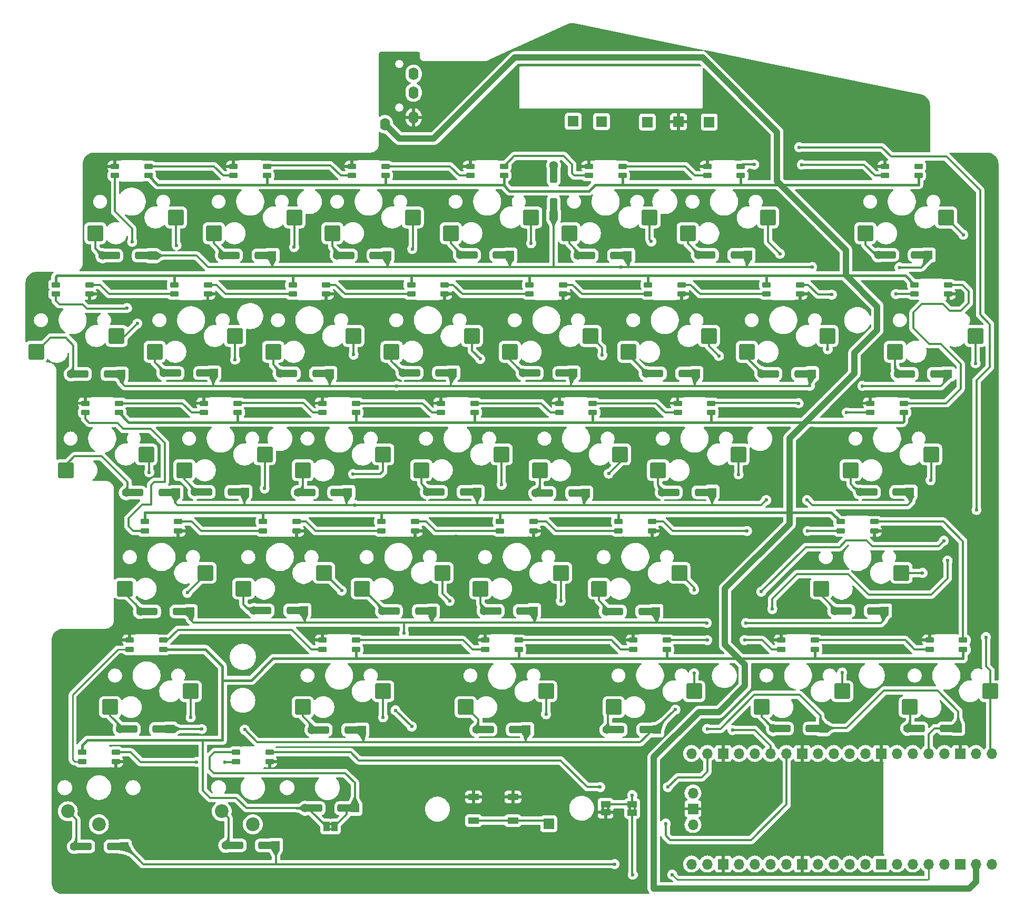
<source format=gbr>
%TF.GenerationSoftware,KiCad,Pcbnew,8.0.7*%
%TF.CreationDate,2025-05-31T19:51:50+02:00*%
%TF.ProjectId,pcb_keyboard_dx,7063625f-6b65-4796-926f-6172645f6478,rev?*%
%TF.SameCoordinates,Original*%
%TF.FileFunction,Copper,L2,Bot*%
%TF.FilePolarity,Positive*%
%FSLAX46Y46*%
G04 Gerber Fmt 4.6, Leading zero omitted, Abs format (unit mm)*
G04 Created by KiCad (PCBNEW 8.0.7) date 2025-05-31 19:51:50*
%MOMM*%
%LPD*%
G01*
G04 APERTURE LIST*
G04 Aperture macros list*
%AMRoundRect*
0 Rectangle with rounded corners*
0 $1 Rounding radius*
0 $2 $3 $4 $5 $6 $7 $8 $9 X,Y pos of 4 corners*
0 Add a 4 corners polygon primitive as box body*
4,1,4,$2,$3,$4,$5,$6,$7,$8,$9,$2,$3,0*
0 Add four circle primitives for the rounded corners*
1,1,$1+$1,$2,$3*
1,1,$1+$1,$4,$5*
1,1,$1+$1,$6,$7*
1,1,$1+$1,$8,$9*
0 Add four rect primitives between the rounded corners*
20,1,$1+$1,$2,$3,$4,$5,0*
20,1,$1+$1,$4,$5,$6,$7,0*
20,1,$1+$1,$6,$7,$8,$9,0*
20,1,$1+$1,$8,$9,$2,$3,0*%
G04 Aperture macros list end*
%TA.AperFunction,EtchedComponent*%
%ADD10C,0.000000*%
%TD*%
%TA.AperFunction,ComponentPad*%
%ADD11C,2.200000*%
%TD*%
%TA.AperFunction,SMDPad,CuDef*%
%ADD12RoundRect,0.250000X1.025000X1.000000X-1.025000X1.000000X-1.025000X-1.000000X1.025000X-1.000000X0*%
%TD*%
%TA.AperFunction,ComponentPad*%
%ADD13O,1.700000X1.700000*%
%TD*%
%TA.AperFunction,ComponentPad*%
%ADD14R,1.700000X1.700000*%
%TD*%
%TA.AperFunction,ComponentPad*%
%ADD15O,1.600000X2.000000*%
%TD*%
%TA.AperFunction,SMDPad,CuDef*%
%ADD16R,1.500000X1.000000*%
%TD*%
%TA.AperFunction,SMDPad,CuDef*%
%ADD17RoundRect,0.205000X-0.495000X-0.205000X0.495000X-0.205000X0.495000X0.205000X-0.495000X0.205000X0*%
%TD*%
%TA.AperFunction,ComponentPad*%
%ADD18R,1.400000X1.400000*%
%TD*%
%TA.AperFunction,SMDPad,CuDef*%
%ADD19R,1.600000X1.200000*%
%TD*%
%TA.AperFunction,SMDPad,CuDef*%
%ADD20RoundRect,0.300000X0.450000X0.300000X-0.450000X0.300000X-0.450000X-0.300000X0.450000X-0.300000X0*%
%TD*%
%TA.AperFunction,SMDPad,CuDef*%
%ADD21RoundRect,0.300000X0.400000X0.300000X-0.400000X0.300000X-0.400000X-0.300000X0.400000X-0.300000X0*%
%TD*%
%TA.AperFunction,SMDPad,CuDef*%
%ADD22R,2.120000X1.200000*%
%TD*%
%TA.AperFunction,ComponentPad*%
%ADD23C,1.400000*%
%TD*%
%TA.AperFunction,SMDPad,CuDef*%
%ADD24RoundRect,0.205000X0.495000X0.205000X-0.495000X0.205000X-0.495000X-0.205000X0.495000X-0.205000X0*%
%TD*%
%TA.AperFunction,SMDPad,CuDef*%
%ADD25R,1.700000X1.000000*%
%TD*%
%TA.AperFunction,SMDPad,CuDef*%
%ADD26R,1.000000X1.500000*%
%TD*%
%TA.AperFunction,SMDPad,CuDef*%
%ADD27R,1.200000X1.600000*%
%TD*%
%TA.AperFunction,SMDPad,CuDef*%
%ADD28RoundRect,0.300000X0.300000X-0.450000X0.300000X0.450000X-0.300000X0.450000X-0.300000X-0.450000X0*%
%TD*%
%TA.AperFunction,SMDPad,CuDef*%
%ADD29RoundRect,0.300000X0.300000X-0.400000X0.300000X0.400000X-0.300000X0.400000X-0.300000X-0.400000X0*%
%TD*%
%TA.AperFunction,SMDPad,CuDef*%
%ADD30R,1.200000X2.120000*%
%TD*%
%TA.AperFunction,ViaPad*%
%ADD31C,0.600000*%
%TD*%
%TA.AperFunction,Conductor*%
%ADD32C,0.350000*%
%TD*%
%TA.AperFunction,Conductor*%
%ADD33C,1.000000*%
%TD*%
%TA.AperFunction,Conductor*%
%ADD34C,0.250000*%
%TD*%
%TA.AperFunction,Conductor*%
%ADD35C,0.450000*%
%TD*%
%TA.AperFunction,Conductor*%
%ADD36C,0.300000*%
%TD*%
G04 APERTURE END LIST*
D10*
%TA.AperFunction,EtchedComponent*%
%TO.C,JP2*%
G36*
X126689750Y-143460419D02*
G01*
X126289750Y-143460419D01*
X126289750Y-142960419D01*
X126689750Y-142960419D01*
X126689750Y-143460419D01*
G37*
%TD.AperFunction*%
%TA.AperFunction,EtchedComponent*%
G36*
X127489750Y-143460419D02*
G01*
X127089750Y-143460419D01*
X127089750Y-142960419D01*
X127489750Y-142960419D01*
X127489750Y-143460419D01*
G37*
%TD.AperFunction*%
%TA.AperFunction,EtchedComponent*%
%TO.C,JP3*%
G36*
X78639750Y-145907000D02*
G01*
X78139750Y-145907000D01*
X78139750Y-145507000D01*
X78639750Y-145507000D01*
X78639750Y-145907000D01*
G37*
%TD.AperFunction*%
%TA.AperFunction,EtchedComponent*%
G36*
X78639750Y-146707000D02*
G01*
X78139750Y-146707000D01*
X78139750Y-146307000D01*
X78639750Y-146307000D01*
X78639750Y-146707000D01*
G37*
%TD.AperFunction*%
%TA.AperFunction,EtchedComponent*%
%TO.C,JP1*%
G36*
X122399750Y-143430419D02*
G01*
X121999750Y-143430419D01*
X121999750Y-142930419D01*
X122399750Y-142930419D01*
X122399750Y-143430419D01*
G37*
%TD.AperFunction*%
%TA.AperFunction,EtchedComponent*%
G36*
X123199750Y-143430419D02*
G01*
X122799750Y-143430419D01*
X122799750Y-142930419D01*
X123199750Y-142930419D01*
X123199750Y-143430419D01*
G37*
%TD.AperFunction*%
%TD*%
D11*
%TO.P,S3,1,1*%
%TO.N,Col 0*%
X41162250Y-145752000D03*
%TO.P,S3,2,2*%
%TO.N,Net-(D3-A)*%
X36162250Y-143652000D03*
%TD*%
D12*
%TO.P,S8,1,1*%
%TO.N,Col 1*%
X55916000Y-124367000D03*
%TO.P,S8,2,2*%
%TO.N,Net-(D8-A)*%
X42989000Y-126907000D03*
%TD*%
%TO.P,S18,1,1*%
%TO.N,Col 3*%
X96379750Y-105327000D03*
%TO.P,S18,2,2*%
%TO.N,Net-(D18-A)*%
X83452750Y-107867000D03*
%TD*%
D13*
%TO.P,U1,1,GPIO0*%
%TO.N,Col 7*%
X184679750Y-134360419D03*
%TO.P,U1,2,GPIO1*%
%TO.N,unconnected-(U1-GPIO1-Pad2)*%
X182139750Y-134360419D03*
D14*
%TO.P,U1,3,GND*%
%TO.N,GND*%
X179599750Y-134360419D03*
D13*
%TO.P,U1,4,GPIO2*%
%TO.N,Col 6*%
X177059750Y-134360419D03*
%TO.P,U1,5,GPIO3*%
%TO.N,Row 4*%
X174519750Y-134360419D03*
%TO.P,U1,6,GPIO4*%
%TO.N,unconnected-(U1-GPIO4-Pad6)_1*%
X171979750Y-134360419D03*
%TO.P,U1,7,GPIO5*%
%TO.N,encoder A*%
X169439750Y-134360419D03*
D14*
%TO.P,U1,8,GND*%
%TO.N,GND*%
X166899750Y-134360419D03*
D13*
%TO.P,U1,9,GPIO6*%
%TO.N,Row 1*%
X164359750Y-134360419D03*
%TO.P,U1,10,GPIO7*%
%TO.N,Col 3*%
X161819750Y-134360419D03*
%TO.P,U1,11,GPIO8*%
%TO.N,Col 4*%
X159279750Y-134360419D03*
%TO.P,U1,12,GPIO9*%
%TO.N,Row 0*%
X156739750Y-134360419D03*
D14*
%TO.P,U1,13,GND*%
%TO.N,GND*%
X154199750Y-134360419D03*
D13*
%TO.P,U1,14,GPIO10*%
%TO.N,SPLIT_HAND_PIN*%
X151659750Y-134360419D03*
%TO.P,U1,15,GPIO11*%
%TO.N,Col 5*%
X149119750Y-134360419D03*
%TO.P,U1,16,GPIO12*%
%TO.N,TX*%
X146579750Y-134360419D03*
%TO.P,U1,17,GPIO13*%
%TO.N,RX*%
X144039750Y-134360419D03*
D14*
%TO.P,U1,18,GND*%
%TO.N,GND*%
X141499750Y-134360419D03*
D13*
%TO.P,U1,19,GPIO14*%
%TO.N,LED_GPIO*%
X138959750Y-134360419D03*
%TO.P,U1,20,GPIO15*%
%TO.N,encoder B*%
X136419750Y-134360419D03*
%TO.P,U1,21,GPIO16*%
%TO.N,Row 5*%
X136419750Y-152140419D03*
%TO.P,U1,22,GPIO17*%
%TO.N,Col 2*%
X138959750Y-152140419D03*
D14*
%TO.P,U1,23,GND*%
%TO.N,GND*%
X141499750Y-152140419D03*
D13*
%TO.P,U1,24,GPIO18*%
%TO.N,unconnected-(U1-GPIO18-Pad24)_1*%
X144039750Y-152140419D03*
%TO.P,U1,25,GPIO19*%
%TO.N,Row 3*%
X146579750Y-152140419D03*
%TO.P,U1,26,GPIO20*%
%TO.N,Row 2*%
X149119750Y-152140419D03*
%TO.P,U1,27,GPIO21*%
%TO.N,Col 1*%
X151659750Y-152140419D03*
D14*
%TO.P,U1,28,GND*%
%TO.N,GND*%
X154199750Y-152140419D03*
D13*
%TO.P,U1,29,GPIO22*%
%TO.N,Col 0*%
X156739750Y-152140419D03*
%TO.P,U1,30,RUN*%
%TO.N,unconnected-(U1-RUN-Pad30)*%
X159279750Y-152140419D03*
%TO.P,U1,31,GPIO26_ADC0*%
%TO.N,unconnected-(U1-GPIO26_ADC0-Pad31)*%
X161819750Y-152140419D03*
%TO.P,U1,32,GPIO27_ADC1*%
%TO.N,unconnected-(U1-GPIO27_ADC1-Pad32)*%
X164359750Y-152140419D03*
D14*
%TO.P,U1,33,AGND*%
%TO.N,unconnected-(U1-AGND-Pad33)_1*%
X166899750Y-152140419D03*
D13*
%TO.P,U1,34,GPIO28_ADC2*%
%TO.N,unconnected-(U1-GPIO28_ADC2-Pad34)*%
X169439750Y-152140419D03*
%TO.P,U1,35,ADC_VREF*%
%TO.N,unconnected-(U1-ADC_VREF-Pad35)*%
X171979750Y-152140419D03*
%TO.P,U1,36,3V3*%
%TO.N,+3.3V*%
X174519750Y-152140419D03*
%TO.P,U1,37,3V3_EN*%
%TO.N,unconnected-(U1-3V3_EN-Pad37)*%
X177059750Y-152140419D03*
D14*
%TO.P,U1,38,GND*%
%TO.N,unconnected-(U1-GND-Pad38)*%
X179599750Y-152140419D03*
D13*
%TO.P,U1,39,VSYS*%
%TO.N,+5V*%
X182139750Y-152140419D03*
%TO.P,U1,40,VBUS*%
%TO.N,unconnected-(U1-VBUS-Pad40)*%
X184679750Y-152140419D03*
%TO.P,U1,41,SWCLK*%
%TO.N,unconnected-(U1-SWCLK-Pad41)*%
X136649750Y-140710419D03*
D14*
%TO.P,U1,42,GND*%
%TO.N,GND*%
X136649750Y-143250419D03*
D13*
%TO.P,U1,43,SWDIO*%
%TO.N,unconnected-(U1-SWDIO-Pad43)*%
X136649750Y-145790419D03*
%TD*%
D12*
%TO.P,S6,1,1*%
%TO.N,Col 1*%
X67819750Y-86287000D03*
%TO.P,S6,2,2*%
%TO.N,Net-(D6-A)*%
X54892750Y-88827000D03*
%TD*%
%TO.P,S32,1,1*%
%TO.N,Col 7*%
X177309750Y-48197000D03*
%TO.P,S32,2,2*%
%TO.N,Net-(D32-A)*%
X164382750Y-50737000D03*
%TD*%
D15*
%TO.P,U3,1,SLEEVE*%
%TO.N,+5V*%
X87149750Y-33218600D03*
%TO.P,U3,2,TIP*%
%TO.N,GND*%
X91749750Y-32118600D03*
%TO.P,U3,3,RING1*%
%TO.N,RX*%
X91749750Y-28118600D03*
%TO.P,U3,4,RING2*%
%TO.N,TX*%
X91749750Y-25118600D03*
%TD*%
D12*
%TO.P,S33,1,1*%
%TO.N,Col 7*%
X182072250Y-67247000D03*
%TO.P,S33,2,2*%
%TO.N,Net-(D33-A)*%
X169145250Y-69787000D03*
%TD*%
%TO.P,S25,1,1*%
%TO.N,Col 5*%
X139219750Y-67247000D03*
%TO.P,S25,2,2*%
%TO.N,Net-(D25-A)*%
X126292750Y-69787000D03*
%TD*%
%TO.P,S5,1,1*%
%TO.N,Col 1*%
X63059750Y-67247000D03*
%TO.P,S5,2,2*%
%TO.N,Net-(D5-A)*%
X50132750Y-69787000D03*
%TD*%
%TO.P,S7,1,1*%
%TO.N,Col 1*%
X58299750Y-105327000D03*
%TO.P,S7,2,2*%
%TO.N,Net-(D7-A)*%
X45372750Y-107867000D03*
%TD*%
%TO.P,S36,1,1*%
%TO.N,Col 7*%
X184453500Y-124367000D03*
%TO.P,S36,2,2*%
%TO.N,Net-(D36-A)*%
X171526500Y-126907000D03*
%TD*%
%TO.P,S30,1,1*%
%TO.N,Col 6*%
X158259750Y-67247000D03*
%TO.P,S30,2,2*%
%TO.N,Net-(D30-A)*%
X145332750Y-69787000D03*
%TD*%
%TO.P,S2,1,1*%
%TO.N,Col 0*%
X48779750Y-86287000D03*
%TO.P,S2,2,2*%
%TO.N,Net-(D2-A)*%
X35852750Y-88827000D03*
%TD*%
%TO.P,S27,1,1*%
%TO.N,Col 5*%
X134459750Y-105327000D03*
%TO.P,S27,2,2*%
%TO.N,Net-(D27-A)*%
X121532750Y-107867000D03*
%TD*%
%TO.P,S9,1,1*%
%TO.N,Col 2*%
X72574750Y-48197000D03*
%TO.P,S9,2,2*%
%TO.N,Net-(D9-A)*%
X59647750Y-50737000D03*
%TD*%
%TO.P,S10,1,1*%
%TO.N,Col 2*%
X82099750Y-67247000D03*
%TO.P,S10,2,2*%
%TO.N,Net-(D10-A)*%
X69172750Y-69787000D03*
%TD*%
%TO.P,S1,1,1*%
%TO.N,Col 0*%
X44019750Y-67247000D03*
%TO.P,S1,2,2*%
%TO.N,Net-(D1-A)*%
X31092750Y-69787000D03*
%TD*%
%TO.P,S13,1,1*%
%TO.N,Col 2*%
X86857250Y-124367000D03*
%TO.P,S13,2,2*%
%TO.N,Net-(D13-A)*%
X73930250Y-126907000D03*
%TD*%
%TO.P,S17,1,1*%
%TO.N,Col 3*%
X105899750Y-86287000D03*
%TO.P,S17,2,2*%
%TO.N,Net-(D17-A)*%
X92972750Y-88827000D03*
%TD*%
D14*
%TO.P,TP6,1,1*%
%TO.N,Net-(SW1-Pad1)*%
X113463964Y-145664614D03*
%TD*%
D12*
%TO.P,S23,1,1*%
%TO.N,Col 4*%
X113038500Y-124367000D03*
%TO.P,S23,2,2*%
%TO.N,Net-(D23-A)*%
X100111500Y-126907000D03*
%TD*%
D14*
%TO.P,TP4,1,1*%
%TO.N,GND*%
X134339750Y-32827000D03*
%TD*%
D12*
%TO.P,S21,1,1*%
%TO.N,Col 4*%
X124939750Y-86287000D03*
%TO.P,S21,2,2*%
%TO.N,Net-(D21-A)*%
X112012750Y-88827000D03*
%TD*%
%TO.P,S31,1,1*%
%TO.N,Col 6*%
X160638500Y-124367000D03*
%TO.P,S31,2,2*%
%TO.N,Net-(D31-A)*%
X147711500Y-126907000D03*
%TD*%
%TO.P,S28,1,1*%
%TO.N,Col 5*%
X136838500Y-124367000D03*
%TO.P,S28,2,2*%
%TO.N,Net-(D28-A)*%
X123911500Y-126907000D03*
%TD*%
%TO.P,S24,1,1*%
%TO.N,Col 5*%
X129694750Y-48197000D03*
%TO.P,S24,2,2*%
%TO.N,Net-(D24-A)*%
X116767750Y-50737000D03*
%TD*%
%TO.P,S35,1,1*%
%TO.N,Col 7*%
X170166000Y-105327000D03*
%TO.P,S35,2,2*%
%TO.N,Net-(D35-A)*%
X157239000Y-107867000D03*
%TD*%
%TO.P,S26,1,1*%
%TO.N,Col 5*%
X143979750Y-86287000D03*
%TO.P,S26,2,2*%
%TO.N,Net-(D26-A)*%
X131052750Y-88827000D03*
%TD*%
D14*
%TO.P,TP5,1,1*%
%TO.N,encoder A*%
X139269750Y-32857000D03*
%TD*%
D12*
%TO.P,S11,1,1*%
%TO.N,Col 2*%
X86859750Y-86287000D03*
%TO.P,S11,2,2*%
%TO.N,Net-(D11-A)*%
X73932750Y-88827000D03*
%TD*%
D14*
%TO.P,TP2,1,1*%
%TO.N,Net-(D37-A)*%
X121969750Y-32777000D03*
%TD*%
D12*
%TO.P,S4,1,1*%
%TO.N,Col 1*%
X53534750Y-48197000D03*
%TO.P,S4,2,2*%
%TO.N,Net-(D4-A)*%
X40607750Y-50737000D03*
%TD*%
D14*
%TO.P,TP3,1,1*%
%TO.N,encoder B*%
X129309750Y-32867000D03*
%TD*%
D12*
%TO.P,S12,1,1*%
%TO.N,Col 2*%
X77339750Y-105327000D03*
%TO.P,S12,2,2*%
%TO.N,Net-(D12-A)*%
X64412750Y-107867000D03*
%TD*%
D11*
%TO.P,S14,1,1*%
%TO.N,Col 2*%
X65912250Y-145752000D03*
%TO.P,S14,2,2*%
%TO.N,Net-(D14-A)*%
X60912250Y-143652000D03*
%TD*%
D12*
%TO.P,S20,1,1*%
%TO.N,Col 4*%
X120179750Y-67247000D03*
%TO.P,S20,2,2*%
%TO.N,Net-(D20-A)*%
X107252750Y-69787000D03*
%TD*%
%TO.P,S19,1,1*%
%TO.N,Col 4*%
X110654750Y-48197000D03*
%TO.P,S19,2,2*%
%TO.N,Net-(D19-A)*%
X97727750Y-50737000D03*
%TD*%
D14*
%TO.P,TP1,1,1*%
%TO.N,Col 0*%
X117419750Y-32747000D03*
%TD*%
D12*
%TO.P,S22,1,1*%
%TO.N,Col 4*%
X115419750Y-105327000D03*
%TO.P,S22,2,2*%
%TO.N,Net-(D22-A)*%
X102492750Y-107867000D03*
%TD*%
%TO.P,S15,1,1*%
%TO.N,Col 3*%
X91614750Y-48197000D03*
%TO.P,S15,2,2*%
%TO.N,Net-(D15-A)*%
X78687750Y-50737000D03*
%TD*%
%TO.P,S16,1,1*%
%TO.N,Col 3*%
X101139750Y-67247000D03*
%TO.P,S16,2,2*%
%TO.N,Net-(D16-A)*%
X88212750Y-69787000D03*
%TD*%
%TO.P,S29,1,1*%
%TO.N,Col 6*%
X148734750Y-48197000D03*
%TO.P,S29,2,2*%
%TO.N,Net-(D29-A)*%
X135807750Y-50737000D03*
%TD*%
%TO.P,S34,1,1*%
%TO.N,Col 7*%
X174928500Y-86287000D03*
%TO.P,S34,2,2*%
%TO.N,Net-(D34-A)*%
X162001500Y-88827000D03*
%TD*%
D16*
%TO.P,JP2,1,A*%
%TO.N,SPLIT_HAND_PIN*%
X126889750Y-142560419D03*
%TO.P,JP2,2,B*%
%TO.N,+3.3V*%
X126889750Y-143860419D03*
%TD*%
D17*
%TO.P,LED21,1,VDD*%
%TO.N,+5V*%
X120554750Y-79558000D03*
%TO.P,LED21,2,DOUT*%
%TO.N,Net-(LED21-DOUT)*%
X120554750Y-78058000D03*
%TO.P,LED21,3,VSS*%
%TO.N,GND*%
X115154750Y-78058000D03*
%TO.P,LED21,4,DIN*%
%TO.N,Net-(LED17-DOUT)*%
X115154750Y-79558000D03*
%TD*%
D18*
%TO.P,D11,1,K*%
%TO.N,Row 2*%
X81179750Y-92397000D03*
D19*
X79879750Y-92397000D03*
D20*
X79129750Y-92397000D03*
D21*
%TO.P,D11,2,A*%
%TO.N,Net-(D11-A)*%
X75279750Y-92397000D03*
D22*
X74219750Y-92397000D03*
D23*
X73179750Y-92397000D03*
%TD*%
D17*
%TO.P,LED32,1,VDD*%
%TO.N,+5V*%
X172924750Y-41468000D03*
%TO.P,LED32,2,DOUT*%
%TO.N,unconnected-(LED32-DOUT-Pad2)*%
X172924750Y-39968000D03*
%TO.P,LED32,3,VSS*%
%TO.N,GND*%
X167524750Y-39968000D03*
%TO.P,LED32,4,DIN*%
%TO.N,Net-(LED29-DOUT)*%
X167524750Y-41468000D03*
%TD*%
%TO.P,LED36,1,VDD*%
%TO.N,+5V*%
X180068500Y-117638000D03*
%TO.P,LED36,2,DOUT*%
%TO.N,Net-(LED35-DIN)*%
X180068500Y-116138000D03*
%TO.P,LED36,3,VSS*%
%TO.N,GND*%
X174668500Y-116138000D03*
%TO.P,LED36,4,DIN*%
%TO.N,Net-(LED31-DOUT)*%
X174668500Y-117638000D03*
%TD*%
D18*
%TO.P,D9,1,K*%
%TO.N,Row 0*%
X68999750Y-54287000D03*
D19*
X67699750Y-54287000D03*
D20*
X66949750Y-54287000D03*
D21*
%TO.P,D9,2,A*%
%TO.N,Net-(D9-A)*%
X63099750Y-54287000D03*
D22*
X62039750Y-54287000D03*
D23*
X60999750Y-54287000D03*
%TD*%
D17*
%TO.P,LED24,1,VDD*%
%TO.N,+5V*%
X125309750Y-41468000D03*
%TO.P,LED24,2,DOUT*%
%TO.N,Net-(LED24-DOUT)*%
X125309750Y-39968000D03*
%TO.P,LED24,3,VSS*%
%TO.N,GND*%
X119909750Y-39968000D03*
%TO.P,LED24,4,DIN*%
%TO.N,Net-(LED19-DOUT)*%
X119909750Y-41468000D03*
%TD*%
D18*
%TO.P,D24,1,K*%
%TO.N,Row 0*%
X126149750Y-54307000D03*
D19*
X124849750Y-54307000D03*
D20*
X124099750Y-54307000D03*
D21*
%TO.P,D24,2,A*%
%TO.N,Net-(D24-A)*%
X120249750Y-54307000D03*
D22*
X119189750Y-54307000D03*
D23*
X118149750Y-54307000D03*
%TD*%
D24*
%TO.P,LED5,1,VDD*%
%TO.N,+5V*%
X53274750Y-59018000D03*
%TO.P,LED5,2,DOUT*%
%TO.N,Net-(LED1-DIN)*%
X53274750Y-60518000D03*
%TO.P,LED5,3,VSS*%
%TO.N,GND*%
X58674750Y-60518000D03*
%TO.P,LED5,4,DIN*%
%TO.N,Net-(LED10-DOUT)*%
X58674750Y-59018000D03*
%TD*%
D17*
%TO.P,LED2,1,VDD*%
%TO.N,+5V*%
X44394750Y-79558000D03*
%TO.P,LED2,2,DOUT*%
%TO.N,Net-(LED2-DOUT)*%
X44394750Y-78058000D03*
%TO.P,LED2,3,VSS*%
%TO.N,GND*%
X38994750Y-78058000D03*
%TO.P,LED2,4,DIN*%
%TO.N,Net-(LED2-DIN)*%
X38994750Y-79558000D03*
%TD*%
D24*
%TO.P,LED12,1,VDD*%
%TO.N,+5V*%
X67554750Y-97098000D03*
%TO.P,LED12,2,DOUT*%
%TO.N,Net-(LED12-DOUT)*%
X67554750Y-98598000D03*
%TO.P,LED12,3,VSS*%
%TO.N,GND*%
X72954750Y-98598000D03*
%TO.P,LED12,4,DIN*%
%TO.N,Net-(LED12-DIN)*%
X72954750Y-97098000D03*
%TD*%
D18*
%TO.P,D12,1,K*%
%TO.N,Row 3*%
X74107250Y-111368250D03*
D19*
X72807250Y-111368250D03*
D20*
X72057250Y-111368250D03*
D21*
%TO.P,D12,2,A*%
%TO.N,Net-(D12-A)*%
X68207250Y-111368250D03*
D22*
X67147250Y-111368250D03*
D23*
X66107250Y-111368250D03*
%TD*%
D17*
%TO.P,LED31,1,VDD*%
%TO.N,+5V*%
X156253500Y-117638000D03*
%TO.P,LED31,2,DOUT*%
%TO.N,Net-(LED31-DOUT)*%
X156253500Y-116138000D03*
%TO.P,LED31,3,VSS*%
%TO.N,GND*%
X150853500Y-116138000D03*
%TO.P,LED31,4,DIN*%
%TO.N,Net-(LED28-DOUT)*%
X150853500Y-117638000D03*
%TD*%
D18*
%TO.P,D25,1,K*%
%TO.N,Row 1*%
X137129750Y-73287000D03*
D19*
X135829750Y-73287000D03*
D20*
X135079750Y-73287000D03*
D21*
%TO.P,D25,2,A*%
%TO.N,Net-(D25-A)*%
X131229750Y-73287000D03*
D22*
X130169750Y-73287000D03*
D23*
X129129750Y-73287000D03*
%TD*%
D18*
%TO.P,D3,1,K*%
%TO.N,Row 5*%
X45249750Y-149317000D03*
D19*
X43949750Y-149317000D03*
D20*
X43199750Y-149317000D03*
D21*
%TO.P,D3,2,A*%
%TO.N,Net-(D3-A)*%
X39349750Y-149317000D03*
D22*
X38289750Y-149317000D03*
D23*
X37249750Y-149317000D03*
%TD*%
D18*
%TO.P,D38,1,K*%
%TO.N,Net-(D38-K)*%
X82299750Y-143157000D03*
D19*
X80999750Y-143157000D03*
D20*
X80249750Y-143157000D03*
D21*
%TO.P,D38,2,A*%
%TO.N,+5V*%
X76399750Y-143157000D03*
D22*
X75339750Y-143157000D03*
D23*
X74299750Y-143157000D03*
%TD*%
D18*
%TO.P,D22,1,K*%
%TO.N,Row 3*%
X111059750Y-111417000D03*
D19*
X109759750Y-111417000D03*
D20*
X109009750Y-111417000D03*
D21*
%TO.P,D22,2,A*%
%TO.N,Net-(D22-A)*%
X105159750Y-111417000D03*
D22*
X104099750Y-111417000D03*
D23*
X103059750Y-111417000D03*
%TD*%
D18*
%TO.P,D33,1,K*%
%TO.N,Row 1*%
X177589750Y-73347000D03*
D19*
X176289750Y-73347000D03*
D20*
X175539750Y-73347000D03*
D21*
%TO.P,D33,2,A*%
%TO.N,Net-(D33-A)*%
X171689750Y-73347000D03*
D22*
X170629750Y-73347000D03*
D23*
X169589750Y-73347000D03*
%TD*%
D18*
%TO.P,D7,1,K*%
%TO.N,Row 3*%
X55839750Y-111547000D03*
D19*
X54539750Y-111547000D03*
D20*
X53789750Y-111547000D03*
D21*
%TO.P,D7,2,A*%
%TO.N,Net-(D7-A)*%
X49939750Y-111547000D03*
D22*
X48879750Y-111547000D03*
D23*
X47839750Y-111547000D03*
%TD*%
D18*
%TO.P,D30,1,K*%
%TO.N,Row 1*%
X155729750Y-73327000D03*
D19*
X154429750Y-73327000D03*
D20*
X153679750Y-73327000D03*
D21*
%TO.P,D30,2,A*%
%TO.N,Net-(D30-A)*%
X149829750Y-73327000D03*
D22*
X148769750Y-73327000D03*
D23*
X147729750Y-73327000D03*
%TD*%
D17*
%TO.P,LED13,1,VDD*%
%TO.N,+5V*%
X82472250Y-117638000D03*
%TO.P,LED13,2,DOUT*%
%TO.N,Net-(LED13-DOUT)*%
X82472250Y-116138000D03*
%TO.P,LED13,3,VSS*%
%TO.N,GND*%
X77072250Y-116138000D03*
%TO.P,LED13,4,DIN*%
%TO.N,Net-(LED13-DIN)*%
X77072250Y-117638000D03*
%TD*%
D24*
%TO.P,LED35,1,VDD*%
%TO.N,+5V*%
X160381000Y-97098000D03*
%TO.P,LED35,2,DOUT*%
%TO.N,Net-(LED27-DIN)*%
X160381000Y-98598000D03*
%TO.P,LED35,3,VSS*%
%TO.N,GND*%
X165781000Y-98598000D03*
%TO.P,LED35,4,DIN*%
%TO.N,Net-(LED35-DIN)*%
X165781000Y-97098000D03*
%TD*%
D18*
%TO.P,D14,1,K*%
%TO.N,Row 5*%
X69569750Y-149127000D03*
D19*
X68269750Y-149127000D03*
D20*
X67519750Y-149127000D03*
D21*
%TO.P,D14,2,A*%
%TO.N,Net-(D14-A)*%
X63669750Y-149127000D03*
D22*
X62609750Y-149127000D03*
D23*
X61569750Y-149127000D03*
%TD*%
D17*
%TO.P,LED28,1,VDD*%
%TO.N,+5V*%
X132453500Y-117638000D03*
%TO.P,LED28,2,DOUT*%
%TO.N,Net-(LED28-DOUT)*%
X132453500Y-116138000D03*
%TO.P,LED28,3,VSS*%
%TO.N,GND*%
X127053500Y-116138000D03*
%TO.P,LED28,4,DIN*%
%TO.N,Net-(LED23-DOUT)*%
X127053500Y-117638000D03*
%TD*%
D25*
%TO.P,SW1,1,1*%
%TO.N,Net-(SW1-Pad1)*%
X101399750Y-145150419D03*
X107699750Y-145150419D03*
%TO.P,SW1,2,2*%
%TO.N,GND*%
X101399750Y-141350419D03*
X107699750Y-141350419D03*
%TD*%
D18*
%TO.P,D15,1,K*%
%TO.N,Row 0*%
X87469750Y-54277000D03*
D19*
X86169750Y-54277000D03*
D20*
X85419750Y-54277000D03*
D21*
%TO.P,D15,2,A*%
%TO.N,Net-(D15-A)*%
X81569750Y-54277000D03*
D22*
X80509750Y-54277000D03*
D23*
X79469750Y-54277000D03*
%TD*%
D18*
%TO.P,D16,1,K*%
%TO.N,Row 1*%
X98029750Y-73167000D03*
D19*
X96729750Y-73167000D03*
D20*
X95979750Y-73167000D03*
D21*
%TO.P,D16,2,A*%
%TO.N,Net-(D16-A)*%
X92129750Y-73167000D03*
D22*
X91069750Y-73167000D03*
D23*
X90029750Y-73167000D03*
%TD*%
D24*
%TO.P,LED22,1,VDD*%
%TO.N,+5V*%
X105634750Y-97098000D03*
%TO.P,LED22,2,DOUT*%
%TO.N,Net-(LED18-DIN)*%
X105634750Y-98598000D03*
%TO.P,LED22,3,VSS*%
%TO.N,GND*%
X111034750Y-98598000D03*
%TO.P,LED22,4,DIN*%
%TO.N,Net-(LED22-DIN)*%
X111034750Y-97098000D03*
%TD*%
D17*
%TO.P,LED26,1,VDD*%
%TO.N,+5V*%
X139594750Y-79558000D03*
%TO.P,LED26,2,DOUT*%
%TO.N,Net-(LED26-DOUT)*%
X139594750Y-78058000D03*
%TO.P,LED26,3,VSS*%
%TO.N,GND*%
X134194750Y-78058000D03*
%TO.P,LED26,4,DIN*%
%TO.N,Net-(LED21-DOUT)*%
X134194750Y-79558000D03*
%TD*%
D26*
%TO.P,JP3,1,A*%
%TO.N,Net-(D38-K)*%
X79039750Y-146107000D03*
%TO.P,JP3,2,B*%
%TO.N,+5V*%
X77739750Y-146107000D03*
%TD*%
D24*
%TO.P,LED20,1,VDD*%
%TO.N,+5V*%
X110394750Y-59018000D03*
%TO.P,LED20,2,DOUT*%
%TO.N,Net-(LED16-DIN)*%
X110394750Y-60518000D03*
%TO.P,LED20,3,VSS*%
%TO.N,GND*%
X115794750Y-60518000D03*
%TO.P,LED20,4,DIN*%
%TO.N,Net-(LED20-DIN)*%
X115794750Y-59018000D03*
%TD*%
D18*
%TO.P,D1,1,K*%
%TO.N,Row 1*%
X44719750Y-73367000D03*
D19*
X43419750Y-73367000D03*
D20*
X42669750Y-73367000D03*
D21*
%TO.P,D1,2,A*%
%TO.N,Net-(D1-A)*%
X38819750Y-73367000D03*
D22*
X37759750Y-73367000D03*
D23*
X36719750Y-73367000D03*
%TD*%
D17*
%TO.P,LED34,1,VDD*%
%TO.N,+5V*%
X170543500Y-79558000D03*
%TO.P,LED34,2,DOUT*%
%TO.N,Net-(LED33-DIN)*%
X170543500Y-78058000D03*
%TO.P,LED34,3,VSS*%
%TO.N,GND*%
X165143500Y-78058000D03*
%TO.P,LED34,4,DIN*%
%TO.N,Net-(LED26-DOUT)*%
X165143500Y-79558000D03*
%TD*%
D24*
%TO.P,LED10,1,VDD*%
%TO.N,+5V*%
X72314750Y-59018000D03*
%TO.P,LED10,2,DOUT*%
%TO.N,Net-(LED10-DOUT)*%
X72314750Y-60518000D03*
%TO.P,LED10,3,VSS*%
%TO.N,GND*%
X77714750Y-60518000D03*
%TO.P,LED10,4,DIN*%
%TO.N,Net-(LED10-DIN)*%
X77714750Y-59018000D03*
%TD*%
D17*
%TO.P,LED11,1,VDD*%
%TO.N,+5V*%
X82474750Y-79558000D03*
%TO.P,LED11,2,DOUT*%
%TO.N,Net-(LED11-DOUT)*%
X82474750Y-78058000D03*
%TO.P,LED11,3,VSS*%
%TO.N,GND*%
X77074750Y-78058000D03*
%TO.P,LED11,4,DIN*%
%TO.N,Net-(LED11-DIN)*%
X77074750Y-79558000D03*
%TD*%
%TO.P,LED15,1,VDD*%
%TO.N,+5V*%
X87229750Y-41468000D03*
%TO.P,LED15,2,DOUT*%
%TO.N,Net-(LED15-DOUT)*%
X87229750Y-39968000D03*
%TO.P,LED15,3,VSS*%
%TO.N,GND*%
X81829750Y-39968000D03*
%TO.P,LED15,4,DIN*%
%TO.N,Net-(LED15-DIN)*%
X81829750Y-41468000D03*
%TD*%
D18*
%TO.P,D6,1,K*%
%TO.N,Row 2*%
X64629750Y-92347000D03*
D19*
X63329750Y-92347000D03*
D20*
X62579750Y-92347000D03*
D21*
%TO.P,D6,2,A*%
%TO.N,Net-(D6-A)*%
X58729750Y-92347000D03*
D22*
X57669750Y-92347000D03*
D23*
X56629750Y-92347000D03*
%TD*%
D24*
%TO.P,LED30,1,VDD*%
%TO.N,+5V*%
X148474750Y-59018000D03*
%TO.P,LED30,2,DOUT*%
%TO.N,Net-(LED25-DIN)*%
X148474750Y-60518000D03*
%TO.P,LED30,3,VSS*%
%TO.N,GND*%
X153874750Y-60518000D03*
%TO.P,LED30,4,DIN*%
%TO.N,Net-(LED30-DIN)*%
X153874750Y-59018000D03*
%TD*%
D17*
%TO.P,LED4,1,VDD*%
%TO.N,+5V*%
X49149750Y-41468000D03*
%TO.P,LED4,2,DOUT*%
%TO.N,Net-(LED4-DOUT)*%
X49149750Y-39968000D03*
%TO.P,LED4,3,VSS*%
%TO.N,GND*%
X43749750Y-39968000D03*
%TO.P,LED4,4,DIN*%
%TO.N,Net-(LED1-DOUT)*%
X43749750Y-41468000D03*
%TD*%
D18*
%TO.P,D17,1,K*%
%TO.N,Row 2*%
X101959750Y-92327000D03*
D19*
X100659750Y-92327000D03*
D20*
X99909750Y-92327000D03*
D21*
%TO.P,D17,2,A*%
%TO.N,Net-(D17-A)*%
X96059750Y-92327000D03*
D22*
X94999750Y-92327000D03*
D23*
X93959750Y-92327000D03*
%TD*%
D18*
%TO.P,D37,1,K*%
%TO.N,Row 0*%
X114238500Y-47854500D03*
D27*
X114238500Y-46554500D03*
D28*
X114238500Y-45804500D03*
D29*
%TO.P,D37,2,A*%
%TO.N,Net-(D37-A)*%
X114238500Y-41954500D03*
D30*
X114238500Y-40894500D03*
D23*
X114238500Y-39854500D03*
%TD*%
D18*
%TO.P,D28,1,K*%
%TO.N,Row 4*%
X130847250Y-130548250D03*
D19*
X129547250Y-130548250D03*
D20*
X128797250Y-130548250D03*
D21*
%TO.P,D28,2,A*%
%TO.N,Net-(D28-A)*%
X124947250Y-130548250D03*
D22*
X123887250Y-130548250D03*
D23*
X122847250Y-130548250D03*
%TD*%
D18*
%TO.P,D36,1,K*%
%TO.N,Row 4*%
X179169750Y-130329419D03*
D19*
X177869750Y-130329419D03*
D20*
X177119750Y-130329419D03*
D21*
%TO.P,D36,2,A*%
%TO.N,Net-(D36-A)*%
X173269750Y-130329419D03*
D22*
X172209750Y-130329419D03*
D23*
X171169750Y-130329419D03*
%TD*%
D18*
%TO.P,D18,1,K*%
%TO.N,Row 3*%
X94769750Y-111497000D03*
D19*
X93469750Y-111497000D03*
D20*
X92719750Y-111497000D03*
D21*
%TO.P,D18,2,A*%
%TO.N,Net-(D18-A)*%
X88869750Y-111497000D03*
D22*
X87809750Y-111497000D03*
D23*
X86769750Y-111497000D03*
%TD*%
D24*
%TO.P,LED25,1,VDD*%
%TO.N,+5V*%
X129434750Y-59018000D03*
%TO.P,LED25,2,DOUT*%
%TO.N,Net-(LED20-DIN)*%
X129434750Y-60518000D03*
%TO.P,LED25,3,VSS*%
%TO.N,GND*%
X134834750Y-60518000D03*
%TO.P,LED25,4,DIN*%
%TO.N,Net-(LED25-DIN)*%
X134834750Y-59018000D03*
%TD*%
D18*
%TO.P,D34,1,K*%
%TO.N,Row 2*%
X171529750Y-92347000D03*
D19*
X170229750Y-92347000D03*
D20*
X169479750Y-92347000D03*
D21*
%TO.P,D34,2,A*%
%TO.N,Net-(D34-A)*%
X165629750Y-92347000D03*
D22*
X164569750Y-92347000D03*
D23*
X163529750Y-92347000D03*
%TD*%
D18*
%TO.P,D21,1,K*%
%TO.N,Row 2*%
X119399750Y-92507000D03*
D19*
X118099750Y-92507000D03*
D20*
X117349750Y-92507000D03*
D21*
%TO.P,D21,2,A*%
%TO.N,Net-(D21-A)*%
X113499750Y-92507000D03*
D22*
X112439750Y-92507000D03*
D23*
X111399750Y-92507000D03*
%TD*%
D18*
%TO.P,D19,1,K*%
%TO.N,Row 0*%
X107249750Y-54240419D03*
D19*
X105949750Y-54240419D03*
D20*
X105199750Y-54240419D03*
D21*
%TO.P,D19,2,A*%
%TO.N,Net-(D19-A)*%
X101349750Y-54240419D03*
D22*
X100289750Y-54240419D03*
D23*
X99249750Y-54240419D03*
%TD*%
D16*
%TO.P,JP1,1,A*%
%TO.N,SPLIT_HAND_PIN*%
X122599750Y-142530419D03*
%TO.P,JP1,2,B*%
%TO.N,GND*%
X122599750Y-143830419D03*
%TD*%
D24*
%TO.P,LED16,1,VDD*%
%TO.N,+5V*%
X91354750Y-59018000D03*
%TO.P,LED16,2,DOUT*%
%TO.N,Net-(LED10-DIN)*%
X91354750Y-60518000D03*
%TO.P,LED16,3,VSS*%
%TO.N,GND*%
X96754750Y-60518000D03*
%TO.P,LED16,4,DIN*%
%TO.N,Net-(LED16-DIN)*%
X96754750Y-59018000D03*
%TD*%
D17*
%TO.P,LED17,1,VDD*%
%TO.N,+5V*%
X101514750Y-79558000D03*
%TO.P,LED17,2,DOUT*%
%TO.N,Net-(LED17-DOUT)*%
X101514750Y-78058000D03*
%TO.P,LED17,3,VSS*%
%TO.N,GND*%
X96114750Y-78058000D03*
%TO.P,LED17,4,DIN*%
%TO.N,Net-(LED11-DOUT)*%
X96114750Y-79558000D03*
%TD*%
D18*
%TO.P,D35,1,K*%
%TO.N,Row 3*%
X167429750Y-111447000D03*
D19*
X166129750Y-111447000D03*
D20*
X165379750Y-111447000D03*
D21*
%TO.P,D35,2,A*%
%TO.N,Net-(D35-A)*%
X161529750Y-111447000D03*
D22*
X160469750Y-111447000D03*
D23*
X159429750Y-111447000D03*
%TD*%
D17*
%TO.P,LED29,1,VDD*%
%TO.N,+5V*%
X144349750Y-41468000D03*
%TO.P,LED29,2,DOUT*%
%TO.N,Net-(LED29-DOUT)*%
X144349750Y-39968000D03*
%TO.P,LED29,3,VSS*%
%TO.N,GND*%
X138949750Y-39968000D03*
%TO.P,LED29,4,DIN*%
%TO.N,Net-(LED24-DOUT)*%
X138949750Y-41468000D03*
%TD*%
D18*
%TO.P,D10,1,K*%
%TO.N,Row 1*%
X78279750Y-73287000D03*
D19*
X76979750Y-73287000D03*
D20*
X76229750Y-73287000D03*
D21*
%TO.P,D10,2,A*%
%TO.N,Net-(D10-A)*%
X72379750Y-73287000D03*
D22*
X71319750Y-73287000D03*
D23*
X70279750Y-73287000D03*
%TD*%
D18*
%TO.P,D31,1,K*%
%TO.N,Row 4*%
X157579750Y-130367000D03*
D19*
X156279750Y-130367000D03*
D20*
X155529750Y-130367000D03*
D21*
%TO.P,D31,2,A*%
%TO.N,Net-(D31-A)*%
X151679750Y-130367000D03*
D22*
X150619750Y-130367000D03*
D23*
X149579750Y-130367000D03*
%TD*%
D24*
%TO.P,LED7,1,VDD*%
%TO.N,+5V*%
X48514750Y-97098000D03*
%TO.P,LED7,2,DOUT*%
%TO.N,Net-(LED2-DIN)*%
X48514750Y-98598000D03*
%TO.P,LED7,3,VSS*%
%TO.N,GND*%
X53914750Y-98598000D03*
%TO.P,LED7,4,DIN*%
%TO.N,Net-(LED12-DOUT)*%
X53914750Y-97098000D03*
%TD*%
D18*
%TO.P,D23,1,K*%
%TO.N,Row 4*%
X109889750Y-130527000D03*
D19*
X108589750Y-130527000D03*
D20*
X107839750Y-130527000D03*
D21*
%TO.P,D23,2,A*%
%TO.N,Net-(D23-A)*%
X103989750Y-130527000D03*
D22*
X102929750Y-130527000D03*
D23*
X101889750Y-130527000D03*
%TD*%
D24*
%TO.P,LED1,1,VDD*%
%TO.N,+5V*%
X34234750Y-59018000D03*
%TO.P,LED1,2,DOUT*%
%TO.N,Net-(LED1-DOUT)*%
X34234750Y-60518000D03*
%TO.P,LED1,3,VSS*%
%TO.N,GND*%
X39634750Y-60518000D03*
%TO.P,LED1,4,DIN*%
%TO.N,Net-(LED1-DIN)*%
X39634750Y-59018000D03*
%TD*%
%TO.P,LED3,1,VDD*%
%TO.N,+5V*%
X38462250Y-134163000D03*
%TO.P,LED3,2,DOUT*%
%TO.N,Net-(LED3-DOUT)*%
X38462250Y-135663000D03*
%TO.P,LED3,3,VSS*%
%TO.N,GND*%
X43862250Y-135663000D03*
%TO.P,LED3,4,DIN*%
%TO.N,Net-(LED14-DOUT)*%
X43862250Y-134163000D03*
%TD*%
D18*
%TO.P,D29,1,K*%
%TO.N,Row 0*%
X145509750Y-54240419D03*
D19*
X144209750Y-54240419D03*
D20*
X143459750Y-54240419D03*
D21*
%TO.P,D29,2,A*%
%TO.N,Net-(D29-A)*%
X139609750Y-54240419D03*
D22*
X138549750Y-54240419D03*
D23*
X137509750Y-54240419D03*
%TD*%
D18*
%TO.P,D4,1,K*%
%TO.N,Row 0*%
X49769750Y-54337000D03*
D19*
X48469750Y-54337000D03*
D20*
X47719750Y-54337000D03*
D21*
%TO.P,D4,2,A*%
%TO.N,Net-(D4-A)*%
X43869750Y-54337000D03*
D22*
X42809750Y-54337000D03*
D23*
X41769750Y-54337000D03*
%TD*%
D24*
%TO.P,LED27,1,VDD*%
%TO.N,+5V*%
X124674750Y-97098000D03*
%TO.P,LED27,2,DOUT*%
%TO.N,Net-(LED22-DIN)*%
X124674750Y-98598000D03*
%TO.P,LED27,3,VSS*%
%TO.N,GND*%
X130074750Y-98598000D03*
%TO.P,LED27,4,DIN*%
%TO.N,Net-(LED27-DIN)*%
X130074750Y-97098000D03*
%TD*%
D18*
%TO.P,D20,1,K*%
%TO.N,Row 1*%
X117349750Y-73227000D03*
D19*
X116049750Y-73227000D03*
D20*
X115299750Y-73227000D03*
D21*
%TO.P,D20,2,A*%
%TO.N,Net-(D20-A)*%
X111449750Y-73227000D03*
D22*
X110389750Y-73227000D03*
D23*
X109349750Y-73227000D03*
%TD*%
D17*
%TO.P,LED19,1,VDD*%
%TO.N,+5V*%
X106269750Y-41468000D03*
%TO.P,LED19,2,DOUT*%
%TO.N,Net-(LED19-DOUT)*%
X106269750Y-39968000D03*
%TO.P,LED19,3,VSS*%
%TO.N,GND*%
X100869750Y-39968000D03*
%TO.P,LED19,4,DIN*%
%TO.N,Net-(LED15-DOUT)*%
X100869750Y-41468000D03*
%TD*%
D24*
%TO.P,LED14,1,VDD*%
%TO.N,Net-(D38-K)*%
X63212250Y-134163000D03*
%TO.P,LED14,2,DOUT*%
%TO.N,Net-(LED14-DOUT)*%
X63212250Y-135663000D03*
%TO.P,LED14,3,VSS*%
%TO.N,GND*%
X68612250Y-135663000D03*
%TO.P,LED14,4,DIN*%
%TO.N,LED_GPIO*%
X68612250Y-134163000D03*
%TD*%
D18*
%TO.P,D8,1,K*%
%TO.N,Row 4*%
X52567250Y-130438250D03*
D19*
X51267250Y-130438250D03*
D20*
X50517250Y-130438250D03*
D21*
%TO.P,D8,2,A*%
%TO.N,Net-(D8-A)*%
X46667250Y-130438250D03*
D22*
X45607250Y-130438250D03*
D23*
X44567250Y-130438250D03*
%TD*%
D18*
%TO.P,D27,1,K*%
%TO.N,Row 3*%
X130689750Y-111517000D03*
D19*
X129389750Y-111517000D03*
D20*
X128639750Y-111517000D03*
D21*
%TO.P,D27,2,A*%
%TO.N,Net-(D27-A)*%
X124789750Y-111517000D03*
D22*
X123729750Y-111517000D03*
D23*
X122689750Y-111517000D03*
%TD*%
D18*
%TO.P,D26,1,K*%
%TO.N,Row 2*%
X139729750Y-92367000D03*
D19*
X138429750Y-92367000D03*
D20*
X137679750Y-92367000D03*
D21*
%TO.P,D26,2,A*%
%TO.N,Net-(D26-A)*%
X133829750Y-92367000D03*
D22*
X132769750Y-92367000D03*
D23*
X131729750Y-92367000D03*
%TD*%
D17*
%TO.P,LED8,1,VDD*%
%TO.N,+5V*%
X51531000Y-117638000D03*
%TO.P,LED8,2,DOUT*%
%TO.N,Net-(LED13-DIN)*%
X51531000Y-116138000D03*
%TO.P,LED8,3,VSS*%
%TO.N,GND*%
X46131000Y-116138000D03*
%TO.P,LED8,4,DIN*%
%TO.N,Net-(LED3-DOUT)*%
X46131000Y-117638000D03*
%TD*%
D24*
%TO.P,LED18,1,VDD*%
%TO.N,+5V*%
X86594750Y-97098000D03*
%TO.P,LED18,2,DOUT*%
%TO.N,Net-(LED12-DIN)*%
X86594750Y-98598000D03*
%TO.P,LED18,3,VSS*%
%TO.N,GND*%
X91994750Y-98598000D03*
%TO.P,LED18,4,DIN*%
%TO.N,Net-(LED18-DIN)*%
X91994750Y-97098000D03*
%TD*%
D18*
%TO.P,D2,1,K*%
%TO.N,Row 2*%
X53559750Y-92437000D03*
D19*
X52259750Y-92437000D03*
D20*
X51509750Y-92437000D03*
D21*
%TO.P,D2,2,A*%
%TO.N,Net-(D2-A)*%
X47659750Y-92437000D03*
D22*
X46599750Y-92437000D03*
D23*
X45559750Y-92437000D03*
%TD*%
D17*
%TO.P,LED9,1,VDD*%
%TO.N,+5V*%
X68189750Y-41468000D03*
%TO.P,LED9,2,DOUT*%
%TO.N,Net-(LED15-DIN)*%
X68189750Y-39968000D03*
%TO.P,LED9,3,VSS*%
%TO.N,GND*%
X62789750Y-39968000D03*
%TO.P,LED9,4,DIN*%
%TO.N,Net-(LED4-DOUT)*%
X62789750Y-41468000D03*
%TD*%
%TO.P,LED23,1,VDD*%
%TO.N,+5V*%
X108653500Y-117638000D03*
%TO.P,LED23,2,DOUT*%
%TO.N,Net-(LED23-DOUT)*%
X108653500Y-116138000D03*
%TO.P,LED23,3,VSS*%
%TO.N,GND*%
X103253500Y-116138000D03*
%TO.P,LED23,4,DIN*%
%TO.N,Net-(LED13-DOUT)*%
X103253500Y-117638000D03*
%TD*%
D18*
%TO.P,D32,1,K*%
%TO.N,Row 0*%
X174479750Y-54247000D03*
D19*
X173179750Y-54247000D03*
D20*
X172429750Y-54247000D03*
D21*
%TO.P,D32,2,A*%
%TO.N,Net-(D32-A)*%
X168579750Y-54247000D03*
D22*
X167519750Y-54247000D03*
D23*
X166479750Y-54247000D03*
%TD*%
D18*
%TO.P,D5,1,K*%
%TO.N,Row 1*%
X59609750Y-73227000D03*
D19*
X58309750Y-73227000D03*
D20*
X57559750Y-73227000D03*
D21*
%TO.P,D5,2,A*%
%TO.N,Net-(D5-A)*%
X53709750Y-73227000D03*
D22*
X52649750Y-73227000D03*
D23*
X51609750Y-73227000D03*
%TD*%
D24*
%TO.P,LED33,1,VDD*%
%TO.N,+5V*%
X172287250Y-59018000D03*
%TO.P,LED33,2,DOUT*%
%TO.N,Net-(LED30-DIN)*%
X172287250Y-60518000D03*
%TO.P,LED33,3,VSS*%
%TO.N,GND*%
X177687250Y-60518000D03*
%TO.P,LED33,4,DIN*%
%TO.N,Net-(LED33-DIN)*%
X177687250Y-59018000D03*
%TD*%
D18*
%TO.P,D13,1,K*%
%TO.N,Row 4*%
X83427250Y-130568250D03*
D19*
X82127250Y-130568250D03*
D20*
X81377250Y-130568250D03*
D21*
%TO.P,D13,2,A*%
%TO.N,Net-(D13-A)*%
X77527250Y-130568250D03*
D22*
X76467250Y-130568250D03*
D23*
X75427250Y-130568250D03*
%TD*%
D17*
%TO.P,LED6,1,VDD*%
%TO.N,+5V*%
X63434750Y-79558000D03*
%TO.P,LED6,2,DOUT*%
%TO.N,Net-(LED11-DIN)*%
X63434750Y-78058000D03*
%TO.P,LED6,3,VSS*%
%TO.N,GND*%
X58034750Y-78058000D03*
%TO.P,LED6,4,DIN*%
%TO.N,Net-(LED2-DOUT)*%
X58034750Y-79558000D03*
%TD*%
D31*
%TO.N,GND*%
X54449750Y-55947000D03*
X117219750Y-42437000D03*
%TO.N,Row 1*%
X155429750Y-75260419D03*
X163889750Y-75280419D03*
X89019750Y-75270419D03*
%TO.N,Row 2*%
X88844750Y-127437000D03*
X148434750Y-93625419D03*
X82339750Y-94420419D03*
X155009750Y-93630419D03*
X91469750Y-130037000D03*
%TO.N,Row 5*%
X124059750Y-152140419D03*
%TO.N,Row 0*%
X125079750Y-56160419D03*
X155819750Y-56160419D03*
X169849750Y-56230419D03*
%TO.N,Row 3*%
X90199750Y-114987000D03*
X145166331Y-113387000D03*
X138873169Y-113387000D03*
%TO.N,Row 4*%
X138949750Y-130407000D03*
X133829750Y-127300419D03*
X64604750Y-130535419D03*
X57699750Y-130430419D03*
%TO.N,Col 0*%
X49249750Y-89157000D03*
X47349750Y-65257000D03*
%TO.N,Col 1*%
X63062250Y-71057000D03*
X55389750Y-108520419D03*
X67779750Y-91760419D03*
X53649750Y-52657000D03*
X55922250Y-128557000D03*
%TO.N,Col 2*%
X80209750Y-108197000D03*
X72549750Y-52957000D03*
X82009750Y-89440419D03*
X86857250Y-128557000D03*
X82099750Y-70257000D03*
%TO.N,Col 3*%
X102468041Y-70938709D03*
X105899750Y-91157000D03*
X97549750Y-109857000D03*
X91549750Y-53257000D03*
%TO.N,Col 4*%
X122078040Y-70328710D03*
X113038500Y-128057000D03*
X110649750Y-52357000D03*
X123109750Y-89370419D03*
X115419750Y-109857000D03*
%TO.N,Col 5*%
X140838040Y-70468710D03*
X142999750Y-130597000D03*
X136838500Y-108057000D03*
X129949750Y-52057000D03*
X136838500Y-121457000D03*
X143979750Y-89500419D03*
%TO.N,Col 6*%
X150649750Y-54047000D03*
X160638500Y-121357000D03*
X158309750Y-69377000D03*
%TO.N,Col 7*%
X173559750Y-105327000D03*
X174849750Y-90457000D03*
X183739750Y-115667000D03*
X180109750Y-50997000D03*
X182072250Y-71657000D03*
%TO.N,GND*%
X79749750Y-61450419D03*
X137179750Y-37520419D03*
X149982250Y-79372000D03*
X160449750Y-38230419D03*
X51339750Y-79450419D03*
X83799750Y-105080419D03*
X149789750Y-76657000D03*
X50151386Y-83998783D03*
X169219750Y-121257000D03*
X115949750Y-54200419D03*
X35899750Y-152130419D03*
X45259750Y-99987000D03*
X109709750Y-41810419D03*
X36399750Y-78850419D03*
X57069750Y-41370419D03*
X88249750Y-26950419D03*
X177499750Y-79940419D03*
X123449750Y-79740419D03*
X71059750Y-91210419D03*
X60329750Y-110380419D03*
X104231000Y-76227000D03*
X109599750Y-76400419D03*
X56299750Y-47450419D03*
X159129750Y-92007000D03*
X85479750Y-153807000D03*
X109799750Y-85750419D03*
X41449750Y-117090419D03*
X57489750Y-154747000D03*
X178969750Y-61580419D03*
X78799750Y-110350419D03*
X116249750Y-117450419D03*
X158469750Y-79740419D03*
X180629750Y-120480419D03*
X83979750Y-100080419D03*
X164819750Y-117530419D03*
X46119750Y-76510419D03*
X31599750Y-59100419D03*
X142469750Y-59190419D03*
X121449750Y-72250419D03*
X117169750Y-47710419D03*
X74519750Y-140317000D03*
X59749750Y-97130419D03*
X35399750Y-135600419D03*
X179979750Y-44057000D03*
X162529750Y-77707000D03*
X104929750Y-51670419D03*
X177439750Y-128020419D03*
X180219750Y-57290419D03*
X80449750Y-100580419D03*
X45059750Y-58910419D03*
X126629750Y-133847000D03*
X116849750Y-101900419D03*
X39589750Y-126097000D03*
X62409750Y-47260419D03*
X177244750Y-113318000D03*
X67389750Y-59070419D03*
X85109750Y-59000419D03*
X174949750Y-102797000D03*
X98599750Y-99450419D03*
X141249750Y-145350419D03*
X71212250Y-87832000D03*
X155689750Y-84677000D03*
X141629750Y-101937000D03*
X156609750Y-41200419D03*
X128299750Y-84350419D03*
X80649750Y-72750419D03*
X97879750Y-38390419D03*
X71039750Y-144437000D03*
X68129750Y-116870419D03*
X172739750Y-111207000D03*
X74919750Y-114630419D03*
X79819750Y-97290419D03*
X90509750Y-41450419D03*
X99249750Y-97357000D03*
X168209750Y-58740419D03*
X53299750Y-146960419D03*
X55949750Y-100200419D03*
X57729750Y-121420419D03*
X169779750Y-37310419D03*
X125949750Y-91100419D03*
X169199750Y-62460419D03*
X41709750Y-89700419D03*
X95179750Y-117697000D03*
X90149750Y-91550419D03*
X117239750Y-97367000D03*
X141759750Y-62230419D03*
X155999750Y-45150419D03*
X95529750Y-31227000D03*
X36539750Y-76440419D03*
X126509750Y-58980419D03*
X90149750Y-83450419D03*
X158209750Y-149627000D03*
X68959750Y-141147000D03*
X178629750Y-92097000D03*
X95299750Y-45250419D03*
X69349750Y-127050419D03*
X175179750Y-70820419D03*
X100709750Y-89557000D03*
X70679750Y-79770419D03*
X61179750Y-102687000D03*
X159019750Y-63790419D03*
X165789750Y-147670419D03*
X147194750Y-106447000D03*
X85459750Y-79450419D03*
X38299750Y-116800419D03*
X183469750Y-88277000D03*
X117469750Y-134710419D03*
X128599750Y-76750419D03*
X45299750Y-94450419D03*
X66494750Y-71247000D03*
X51099750Y-61900419D03*
X94463964Y-138164614D03*
X57859750Y-127360419D03*
X52899750Y-134060419D03*
X83929750Y-64930419D03*
X122999750Y-64050419D03*
X157569750Y-143407000D03*
X84199750Y-137600419D03*
X57899750Y-85400419D03*
X98449750Y-62400419D03*
X97779750Y-25017000D03*
X75159750Y-150597000D03*
X104149750Y-58940419D03*
X115739750Y-139797000D03*
X64339750Y-82710419D03*
X118649750Y-18787000D03*
X154039750Y-50980419D03*
X161269750Y-48870419D03*
X88379750Y-139487000D03*
X99099750Y-109050419D03*
X154109750Y-127797000D03*
X123039750Y-58820419D03*
X76399750Y-100300419D03*
X177549750Y-54000419D03*
X182819750Y-40287000D03*
X131179750Y-41437000D03*
X109029750Y-79260419D03*
X40949750Y-42600419D03*
X73769750Y-41170419D03*
%TO.N,Net-(LED14-DOUT)*%
X61459750Y-135737000D03*
X56889750Y-135737000D03*
%TO.N,LED_GPIO*%
X121739750Y-139757000D03*
X132619750Y-139767000D03*
%TO.N,Net-(LED28-DOUT)*%
X138949750Y-116138000D03*
X144949750Y-116138000D03*
%TO.N,Net-(LED26-DOUT)*%
X161367331Y-79558000D03*
X153629750Y-78070419D03*
%TO.N,Net-(LED27-DIN)*%
X145339750Y-98590419D03*
X155089750Y-98598000D03*
%TO.N,Net-(LED29-DOUT)*%
X154159750Y-39720419D03*
X146509750Y-39700419D03*
%TO.N,Net-(LED30-DIN)*%
X158979750Y-60600419D03*
X169259750Y-60520419D03*
%TO.N,Net-(LED1-DOUT)*%
X46519750Y-52110419D03*
X45689750Y-62760419D03*
%TO.N,SPLIT_HAND_PIN*%
X132259750Y-145637000D03*
X126889750Y-141057000D03*
%TO.N,+3.3V*%
X133319750Y-153850419D03*
X126979750Y-153850419D03*
%TO.N,RX*%
X147629750Y-108357000D03*
X176969750Y-100167000D03*
X153729750Y-36917000D03*
X182229750Y-95217000D03*
%TO.N,TX*%
X149399750Y-111147000D03*
X177579750Y-103367000D03*
%TD*%
D32*
%TO.N,Row 0*%
X125079750Y-56160419D02*
X126259750Y-56160419D01*
X126259750Y-56160419D02*
X126259750Y-54220419D01*
X49769750Y-54337000D02*
X56869750Y-54337000D01*
X56869750Y-54337000D02*
X58693169Y-56160419D01*
X58693169Y-56160419D02*
X69029750Y-56160419D01*
D33*
%TO.N,+5V*%
X161224750Y-57390419D02*
X161224750Y-53426400D01*
X138189750Y-22497000D02*
X108019750Y-22497000D01*
X161224750Y-53426400D02*
X150179750Y-42381400D01*
X150179750Y-42381400D02*
X150179750Y-34487000D01*
X150179750Y-34487000D02*
X138189750Y-22497000D01*
X94986331Y-35530419D02*
X89461569Y-35530419D01*
X108019750Y-22497000D02*
X94986331Y-35530419D01*
X89461569Y-35530419D02*
X87149750Y-33218600D01*
D32*
%TO.N,Row 1*%
X155419750Y-75270419D02*
X136779750Y-75270419D01*
X97699750Y-75270419D02*
X78239750Y-75270419D01*
X155429750Y-73240419D02*
X155429750Y-75260419D01*
X59519750Y-73220419D02*
X59519750Y-75160419D01*
X44689750Y-74600419D02*
X44689750Y-73330419D01*
X176509750Y-75280419D02*
X177539750Y-74250419D01*
X177539750Y-74250419D02*
X177539750Y-73330419D01*
X117069750Y-75240419D02*
X117039750Y-75270419D01*
X78239750Y-73280419D02*
X78239750Y-75270419D01*
X163889750Y-75280419D02*
X176509750Y-75280419D01*
X136909750Y-73310419D02*
X136909750Y-75140419D01*
X45359750Y-75270419D02*
X44689750Y-74600419D01*
X155429750Y-75260419D02*
X155419750Y-75270419D01*
X97769750Y-73220419D02*
X97769750Y-75200419D01*
X117039750Y-75270419D02*
X97699750Y-75270419D01*
X78239750Y-75270419D02*
X59629750Y-75270419D01*
X117069750Y-73260419D02*
X117069750Y-75240419D01*
X136779750Y-75270419D02*
X117039750Y-75270419D01*
X97769750Y-75200419D02*
X97699750Y-75270419D01*
X59519750Y-75160419D02*
X59629750Y-75270419D01*
X136909750Y-75140419D02*
X136779750Y-75270419D01*
X59629750Y-75270419D02*
X45359750Y-75270419D01*
%TO.N,Net-(D1-A)*%
X35819750Y-67500419D02*
X37069750Y-68750419D01*
X33379331Y-67500419D02*
X35819750Y-67500419D01*
X31092750Y-69787000D02*
X33379331Y-67500419D01*
X37069750Y-68750419D02*
X37069750Y-73330419D01*
%TO.N,Row 2*%
X91469750Y-130037000D02*
X91444750Y-130037000D01*
X171739750Y-93830419D02*
X171739750Y-92250419D01*
X101969750Y-94340419D02*
X102049750Y-94420419D01*
X119129750Y-92470419D02*
X119129750Y-94320419D01*
X147639750Y-94420419D02*
X139749750Y-94420419D01*
X53819750Y-94420419D02*
X64589750Y-94420419D01*
X53419750Y-94020419D02*
X53819750Y-94420419D01*
X155009750Y-93630419D02*
X155799750Y-94420419D01*
X148434750Y-93625419D02*
X147639750Y-94420419D01*
X171149750Y-94420419D02*
X171739750Y-93830419D01*
X64569750Y-94400419D02*
X64589750Y-94420419D01*
X64589750Y-94420419D02*
X80959750Y-94420419D01*
X64569750Y-92350419D02*
X64569750Y-94400419D01*
X80959750Y-94420419D02*
X82339750Y-94420419D01*
X102049750Y-94420419D02*
X119229750Y-94420419D01*
X80949750Y-92380419D02*
X80949750Y-94410419D01*
X53419750Y-92440419D02*
X53419750Y-94020419D01*
X80949750Y-94410419D02*
X80959750Y-94420419D01*
X119229750Y-94420419D02*
X139749750Y-94420419D01*
X119129750Y-94320419D02*
X119229750Y-94420419D01*
X139749750Y-92320419D02*
X139749750Y-94420419D01*
X155799750Y-94420419D02*
X171149750Y-94420419D01*
X82339750Y-94420419D02*
X102049750Y-94420419D01*
X101969750Y-92320419D02*
X101969750Y-94340419D01*
X91444750Y-130037000D02*
X88844750Y-127437000D01*
%TO.N,Net-(D2-A)*%
X37229750Y-86590419D02*
X41639750Y-86590419D01*
X45799750Y-90750419D02*
X45799750Y-92440419D01*
X35852750Y-88827000D02*
X35852750Y-87967419D01*
X41639750Y-86590419D02*
X45799750Y-90750419D01*
X35852750Y-87967419D02*
X37229750Y-86590419D01*
%TO.N,Row 5*%
X48279750Y-152140419D02*
X45139750Y-149000419D01*
X69709750Y-152140419D02*
X48279750Y-152140419D01*
X124059750Y-152140419D02*
X69709750Y-152140419D01*
X69609750Y-152040419D02*
X69709750Y-152140419D01*
X69609750Y-148950419D02*
X69609750Y-152040419D01*
%TO.N,Net-(D3-A)*%
X37519750Y-149000419D02*
X37519750Y-145009500D01*
X37519750Y-145009500D02*
X36162250Y-143652000D01*
%TO.N,Row 0*%
X69049750Y-54170419D02*
X69049750Y-56140419D01*
X107259750Y-56130419D02*
X107229750Y-56160419D01*
X114209750Y-47460419D02*
X114219750Y-47470419D01*
X169849750Y-56230419D02*
X173319750Y-56230419D01*
X87589750Y-56160419D02*
X107229750Y-56160419D01*
X107259750Y-54240419D02*
X107259750Y-56130419D01*
X69049750Y-56140419D02*
X69029750Y-56160419D01*
X145329750Y-56160419D02*
X145329750Y-54240419D01*
X173319750Y-56230419D02*
X173869750Y-55680419D01*
X126279750Y-56160419D02*
X155819750Y-56160419D01*
X173869750Y-54740419D02*
X174349750Y-54260419D01*
X107229750Y-56160419D02*
X114509750Y-56160419D01*
X114219750Y-47470419D02*
X114219750Y-56160419D01*
X87579750Y-54180419D02*
X87579750Y-56150419D01*
X173869750Y-55680419D02*
X173869750Y-54740419D01*
X69029750Y-56160419D02*
X87589750Y-56160419D01*
X87579750Y-56150419D02*
X87589750Y-56160419D01*
X114509750Y-56160419D02*
X126279750Y-56160419D01*
%TO.N,Net-(D4-A)*%
X40607750Y-50737000D02*
X40607750Y-53175000D01*
X40607750Y-53175000D02*
X41769750Y-54337000D01*
%TO.N,Net-(D5-A)*%
X50132750Y-69787000D02*
X50132750Y-71453419D01*
X50132750Y-71453419D02*
X51899750Y-73220419D01*
%TO.N,Net-(D6-A)*%
X54892750Y-90293419D02*
X56949750Y-92350419D01*
X54892750Y-88827000D02*
X54892750Y-90293419D01*
%TO.N,Net-(D7-A)*%
X45372750Y-108643419D02*
X48169750Y-111440419D01*
X45372750Y-107867000D02*
X45372750Y-108643419D01*
%TO.N,Row 3*%
X94679750Y-111410419D02*
X94679750Y-113290419D01*
X111209750Y-111360419D02*
X111209750Y-113270419D01*
X145186331Y-113407000D02*
X166833169Y-113407000D01*
X90189750Y-113320419D02*
X74269750Y-113320419D01*
X94709750Y-113320419D02*
X90189750Y-113320419D01*
X130849750Y-111440419D02*
X130849750Y-113300419D01*
X74269750Y-113320419D02*
X56379750Y-113320419D01*
X145166331Y-113387000D02*
X145186331Y-113407000D01*
X167349750Y-112890419D02*
X167349750Y-111390419D01*
X138873169Y-113387000D02*
X138806588Y-113320419D01*
X90199750Y-114987000D02*
X90199750Y-113330419D01*
X111209750Y-113270419D02*
X111259750Y-113320419D01*
X138806588Y-113320419D02*
X130869750Y-113320419D01*
X74259750Y-111330419D02*
X74259750Y-113310419D01*
X94679750Y-113290419D02*
X94709750Y-113320419D01*
X55789750Y-112730419D02*
X55789750Y-111440419D01*
X130849750Y-113300419D02*
X130869750Y-113320419D01*
X56379750Y-113320419D02*
X55789750Y-112730419D01*
X90199750Y-113330419D02*
X90189750Y-113320419D01*
X130869750Y-113320419D02*
X111259750Y-113320419D01*
X74259750Y-113310419D02*
X74269750Y-113320419D01*
X166833169Y-113407000D02*
X167349750Y-112890419D01*
X111259750Y-113320419D02*
X94709750Y-113320419D01*
%TO.N,Net-(D8-A)*%
X42989000Y-126907000D02*
X42989000Y-128279669D01*
X42989000Y-128279669D02*
X45129750Y-130420419D01*
%TO.N,Row 4*%
X109759750Y-132430419D02*
X109899750Y-132570419D01*
X64604750Y-130535419D02*
X66629750Y-132560419D01*
X83689750Y-132560419D02*
X83699750Y-132570419D01*
X128139750Y-132570419D02*
X109899750Y-132570419D01*
X57699750Y-130430419D02*
X56849750Y-130430419D01*
X83699750Y-132570419D02*
X83699750Y-130500419D01*
X130629750Y-130450419D02*
X133779750Y-127300419D01*
X174519750Y-131300419D02*
X174519750Y-134360419D01*
X175489750Y-130330419D02*
X174519750Y-131300419D01*
X161366331Y-130250419D02*
X167366331Y-124250419D01*
X129547250Y-131162919D02*
X128139750Y-132570419D01*
X175939750Y-124250419D02*
X179314750Y-127625419D01*
X179169750Y-130330419D02*
X175489750Y-130330419D01*
X133779750Y-127300419D02*
X133829750Y-127300419D01*
X141083556Y-130407000D02*
X146533556Y-124957000D01*
X138949750Y-130407000D02*
X141083556Y-130407000D01*
X153816331Y-124957000D02*
X157139750Y-128280419D01*
X146533556Y-124957000D02*
X153816331Y-124957000D01*
X129547250Y-130548250D02*
X129547250Y-131162919D01*
X167366331Y-124250419D02*
X175939750Y-124250419D01*
X109899750Y-132570419D02*
X83699750Y-132570419D01*
X179314750Y-127625419D02*
X179314750Y-130185419D01*
X56849750Y-130430419D02*
X56839750Y-130420419D01*
X56839750Y-130420419D02*
X52749750Y-130420419D01*
X179314750Y-130185419D02*
X179169750Y-130330419D01*
X66629750Y-132560419D02*
X83689750Y-132560419D01*
X109759750Y-130470419D02*
X109759750Y-132430419D01*
X157139750Y-128280419D02*
X157139750Y-130250419D01*
X157139750Y-130250419D02*
X161366331Y-130250419D01*
%TO.N,Net-(D9-A)*%
X59647750Y-50737000D02*
X59647750Y-52388419D01*
X59647750Y-52388419D02*
X61429750Y-54170419D01*
%TO.N,Net-(D10-A)*%
X69172750Y-69787000D02*
X69172750Y-71833419D01*
X69172750Y-71833419D02*
X70619750Y-73280419D01*
%TO.N,Net-(D11-A)*%
X73932750Y-91777419D02*
X73329750Y-92380419D01*
X73932750Y-88827000D02*
X73932750Y-91777419D01*
%TO.N,Net-(D12-A)*%
X65329750Y-111330419D02*
X66639750Y-111330419D01*
X64412750Y-107867000D02*
X64412750Y-110413419D01*
X64412750Y-110413419D02*
X65329750Y-111330419D01*
X63799750Y-108480000D02*
X64412750Y-107867000D01*
%TO.N,Net-(D13-A)*%
X73930250Y-128350919D02*
X76079750Y-130500419D01*
X73930250Y-126907000D02*
X73930250Y-128350919D01*
%TO.N,Net-(D14-A)*%
X61989750Y-148950419D02*
X61989750Y-144729500D01*
X61989750Y-144729500D02*
X60912250Y-143652000D01*
%TO.N,Net-(D15-A)*%
X78687750Y-52908419D02*
X79959750Y-54180419D01*
X78687750Y-50737000D02*
X78687750Y-52908419D01*
%TO.N,Net-(D16-A)*%
X88212750Y-69787000D02*
X88212750Y-71283419D01*
X88212750Y-71283419D02*
X90149750Y-73220419D01*
%TO.N,Net-(D17-A)*%
X92972750Y-90943419D02*
X94349750Y-92320419D01*
X92972750Y-88827000D02*
X92972750Y-90943419D01*
%TO.N,Net-(D18-A)*%
X83452750Y-107867000D02*
X83516331Y-107867000D01*
X83516331Y-107867000D02*
X87059750Y-111410419D01*
%TO.N,Net-(D19-A)*%
X97727750Y-52328419D02*
X99639750Y-54240419D01*
X97727750Y-50737000D02*
X97727750Y-52328419D01*
%TO.N,Net-(D20-A)*%
X107252750Y-69787000D02*
X107252750Y-71063419D01*
X107252750Y-71063419D02*
X109449750Y-73260419D01*
%TO.N,Net-(D21-A)*%
X112012750Y-91967419D02*
X111509750Y-92470419D01*
X112012750Y-88827000D02*
X112012750Y-91967419D01*
%TO.N,Net-(D22-A)*%
X102492750Y-107867000D02*
X102492750Y-110263419D01*
X102492750Y-110263419D02*
X103589750Y-111360419D01*
D34*
%TO.N,Net-(LED3-DOUT)*%
X36931000Y-135327000D02*
X36931000Y-124927000D01*
X38462250Y-135663000D02*
X37267000Y-135663000D01*
X37267000Y-135663000D02*
X36931000Y-135327000D01*
X44220000Y-117638000D02*
X46131000Y-117638000D01*
X36931000Y-124927000D02*
X44220000Y-117638000D01*
D32*
%TO.N,Net-(D23-A)*%
X102139750Y-128935250D02*
X100111500Y-126907000D01*
X102139750Y-130470419D02*
X102139750Y-128935250D01*
%TO.N,Net-(D24-A)*%
X116767750Y-50737000D02*
X116767750Y-52348419D01*
X116767750Y-52348419D02*
X118639750Y-54220419D01*
%TO.N,Net-(D25-A)*%
X126292750Y-69787000D02*
X126292750Y-70313419D01*
X126292750Y-70313419D02*
X129289750Y-73310419D01*
%TO.N,Net-(D26-A)*%
X131052750Y-88827000D02*
X131052750Y-91243419D01*
X131052750Y-91243419D02*
X132129750Y-92320419D01*
%TO.N,Net-(D27-A)*%
X121532750Y-107867000D02*
X121532750Y-109743419D01*
X121532750Y-109743419D02*
X123229750Y-111440419D01*
%TO.N,Net-(D28-A)*%
X123009750Y-127808750D02*
X123911500Y-126907000D01*
X123009750Y-130450419D02*
X123009750Y-127808750D01*
%TO.N,Net-(D29-A)*%
X135807750Y-50737000D02*
X135807750Y-52338419D01*
X135807750Y-52338419D02*
X137709750Y-54240419D01*
%TO.N,Net-(D30-A)*%
X145332750Y-69787000D02*
X145332750Y-70763419D01*
X145332750Y-70763419D02*
X147809750Y-73240419D01*
%TO.N,Net-(D31-A)*%
X147711500Y-126907000D02*
X147711500Y-128442169D01*
X147711500Y-128442169D02*
X149519750Y-130250419D01*
%TO.N,Net-(D32-A)*%
X164382750Y-52583419D02*
X166059750Y-54260419D01*
X164382750Y-50737000D02*
X164382750Y-52583419D01*
X166059750Y-54260419D02*
X166729750Y-54260419D01*
%TO.N,Net-(D33-A)*%
X169145250Y-69787000D02*
X169145250Y-72555919D01*
X169145250Y-72555919D02*
X169919750Y-73330419D01*
%TO.N,Net-(D34-A)*%
X162001500Y-88827000D02*
X162001500Y-91092169D01*
X162001500Y-91092169D02*
X163159750Y-92250419D01*
X163159750Y-92250419D02*
X164119750Y-92250419D01*
%TO.N,Net-(D35-A)*%
X157239000Y-107867000D02*
X157239000Y-108899669D01*
X157239000Y-108899669D02*
X159729750Y-111390419D01*
%TO.N,Net-(D36-A)*%
X171549750Y-130330419D02*
X171549750Y-126930250D01*
X171549750Y-126930250D02*
X171526500Y-126907000D01*
%TO.N,Col 0*%
X49249750Y-89157000D02*
X49249750Y-86757000D01*
X49249750Y-86757000D02*
X48779750Y-86287000D01*
X47349750Y-65257000D02*
X45359750Y-67247000D01*
X45359750Y-67247000D02*
X44019750Y-67247000D01*
%TO.N,Col 1*%
X55389750Y-108520419D02*
X58299750Y-105610419D01*
X58299750Y-105610419D02*
X58299750Y-105327000D01*
X55916000Y-128550750D02*
X55916000Y-124367000D01*
X63062250Y-71057000D02*
X63059750Y-71054500D01*
X55922250Y-128557000D02*
X55916000Y-128550750D01*
X53534750Y-52542000D02*
X53534750Y-48197000D01*
X67819750Y-91720419D02*
X67819750Y-86287000D01*
X53649750Y-52657000D02*
X53534750Y-52542000D01*
X67779750Y-91760419D02*
X67819750Y-91720419D01*
X63059750Y-71054500D02*
X63059750Y-67247000D01*
%TO.N,Col 2*%
X72574750Y-52932000D02*
X72574750Y-48197000D01*
X82099750Y-70257000D02*
X82099750Y-67247000D01*
X80209750Y-108197000D02*
X77339750Y-105327000D01*
X82009750Y-89440419D02*
X86369749Y-89440419D01*
X86857250Y-128557000D02*
X86857250Y-124367000D01*
X86369749Y-89440419D02*
X86859750Y-88950418D01*
X72549750Y-52957000D02*
X72574750Y-52932000D01*
X86859750Y-88950418D02*
X86859750Y-86287000D01*
%TO.N,Col 3*%
X96379750Y-108687000D02*
X96379750Y-105327000D01*
X102468041Y-70938709D02*
X101139750Y-69610418D01*
X101139750Y-69610418D02*
X101139750Y-67247000D01*
X105899750Y-91157000D02*
X105899750Y-86287000D01*
X91549750Y-53257000D02*
X91614750Y-53192000D01*
X97549750Y-109857000D02*
X96379750Y-108687000D01*
X91614750Y-53192000D02*
X91614750Y-48197000D01*
%TO.N,Col 4*%
X110654750Y-52352000D02*
X110654750Y-48197000D01*
X124939750Y-87540419D02*
X124939750Y-86287000D01*
X123109750Y-89370419D02*
X124939750Y-87540419D01*
X122078040Y-70328710D02*
X122078040Y-69145290D01*
X122078040Y-69145290D02*
X120179750Y-67247000D01*
X110649750Y-52357000D02*
X110654750Y-52352000D01*
X115419750Y-109857000D02*
X115419750Y-105327000D01*
X113038500Y-128057000D02*
X113038500Y-124367000D01*
%TO.N,Col 5*%
X140838040Y-70468710D02*
X139219750Y-68850420D01*
X129694750Y-51802000D02*
X129694750Y-48197000D01*
X136838500Y-121457000D02*
X136838500Y-124367000D01*
X149119750Y-133107000D02*
X149119750Y-134360419D01*
X142999750Y-130597000D02*
X146609750Y-130597000D01*
X146609750Y-130597000D02*
X149119750Y-133107000D01*
X139219750Y-68850420D02*
X139219750Y-67247000D01*
X136838500Y-108057000D02*
X136838500Y-107705750D01*
X143979750Y-89500419D02*
X143979750Y-86287000D01*
X136838500Y-107705750D02*
X134459750Y-105327000D01*
X129949750Y-52057000D02*
X129694750Y-51802000D01*
%TO.N,Col 6*%
X158309750Y-67297000D02*
X158259750Y-67247000D01*
X160638500Y-121357000D02*
X160638500Y-124367000D01*
X148734750Y-52132000D02*
X148734750Y-48197000D01*
X158309750Y-69377000D02*
X158309750Y-67297000D01*
X150649750Y-54047000D02*
X148734750Y-52132000D01*
%TO.N,Col 7*%
X184453500Y-124367000D02*
X184453500Y-134134169D01*
X174849750Y-90457000D02*
X174928500Y-90378250D01*
X173559750Y-105327000D02*
X170166000Y-105327000D01*
X182072250Y-71657000D02*
X182072250Y-67247000D01*
X184453500Y-134134169D02*
X184679750Y-134360419D01*
X174928500Y-90378250D02*
X174928500Y-86287000D01*
X183739750Y-115667000D02*
X183739750Y-120317000D01*
X184453500Y-121030750D02*
X184453500Y-124367000D01*
X183739750Y-120317000D02*
X184453500Y-121030750D01*
X180109750Y-50997000D02*
X177309750Y-48197000D01*
D33*
%TO.N,+5V*%
X130359750Y-134947000D02*
X130359750Y-156057000D01*
D35*
X103953195Y-119113000D02*
X103950614Y-119110419D01*
D32*
X74299750Y-143157000D02*
X64889750Y-143157000D01*
D33*
X141804767Y-116912017D02*
X145014750Y-120122000D01*
D35*
X156253500Y-119113000D02*
X156253500Y-117638000D01*
X103950614Y-119110419D02*
X82474831Y-119110419D01*
X129434750Y-57543000D02*
X129434750Y-59018000D01*
X107179750Y-43937000D02*
X119949750Y-43937000D01*
X53274750Y-57565419D02*
X53274750Y-59018000D01*
X127750614Y-119110419D02*
X108659750Y-119110419D01*
X68189750Y-42943000D02*
X87222331Y-42943000D01*
X48514750Y-95685419D02*
X48579750Y-95620419D01*
X77015055Y-57543000D02*
X77027474Y-57555419D01*
X105602493Y-95623000D02*
X105634750Y-95655257D01*
X172924750Y-42943000D02*
X172924750Y-41468000D01*
X91444750Y-57555419D02*
X91457169Y-57543000D01*
X34234750Y-57755419D02*
X34447169Y-57543000D01*
X132453500Y-119086669D02*
X132427169Y-119113000D01*
X110394750Y-59018000D02*
X110394750Y-57543000D01*
X68189750Y-42943000D02*
X68189750Y-41468000D01*
X110335055Y-95623000D02*
X110352474Y-95640419D01*
X139594750Y-80955419D02*
X139594750Y-79558000D01*
X91457169Y-57543000D02*
X110394750Y-57543000D01*
X180055919Y-119113000D02*
X180068500Y-119100419D01*
X72327169Y-57543000D02*
X77015055Y-57543000D01*
D33*
X161224750Y-57447000D02*
X166279750Y-62502000D01*
D32*
X77739750Y-146107000D02*
X75339750Y-143707000D01*
D35*
X144349750Y-42943000D02*
X144352331Y-42940419D01*
D33*
X161224750Y-57390419D02*
X161354750Y-57520419D01*
D35*
X120943750Y-42943000D02*
X125289750Y-42943000D01*
X63434750Y-81140419D02*
X101564750Y-81140419D01*
X106193169Y-42950419D02*
X107179750Y-43937000D01*
X170812250Y-57543000D02*
X172287250Y-59018000D01*
X72314750Y-57555419D02*
X72327169Y-57543000D01*
D33*
X145014750Y-123492000D02*
X140799750Y-127707000D01*
D35*
X132453500Y-117638000D02*
X132453500Y-119086669D01*
X148462331Y-57543000D02*
X148474750Y-57555419D01*
X82472250Y-119113000D02*
X82472250Y-117638000D01*
X61099750Y-122607000D02*
X65673169Y-122607000D01*
D33*
X152192250Y-83664500D02*
X152192250Y-97449500D01*
D35*
X156253500Y-119113000D02*
X180055919Y-119113000D01*
D33*
X141804767Y-107836983D02*
X141804767Y-116912017D01*
D32*
X64889750Y-143157000D02*
X63239750Y-141507000D01*
D35*
X125309750Y-41468000D02*
X125309750Y-42923000D01*
X87229750Y-42950419D02*
X106193169Y-42950419D01*
X124674750Y-97098000D02*
X124674750Y-95645419D01*
X72262474Y-95630419D02*
X86852331Y-95630419D01*
X39296331Y-132240419D02*
X38462250Y-133074500D01*
X144352331Y-42940419D02*
X168221864Y-42940419D01*
D33*
X145014750Y-120122000D02*
X145014750Y-123492000D01*
D32*
X59079750Y-141507000D02*
X57869750Y-140297000D01*
D33*
X161224750Y-57390419D02*
X161224750Y-57447000D01*
X152192250Y-97449500D02*
X141804767Y-107836983D01*
D35*
X106269750Y-41468000D02*
X106269750Y-42890419D01*
X61019750Y-120367000D02*
X58290750Y-117638000D01*
X87222331Y-42943000D02*
X87229750Y-42950419D01*
X48514750Y-97098000D02*
X48514750Y-95685419D01*
X148474750Y-57555419D02*
X148487169Y-57543000D01*
X127753195Y-119113000D02*
X127750614Y-119110419D01*
X124679750Y-95640419D02*
X124697169Y-95623000D01*
X87229750Y-41468000D02*
X87229750Y-42950419D01*
X48579750Y-95620419D02*
X67552169Y-95620419D01*
X72314750Y-59018000D02*
X72314750Y-57555419D01*
X82474750Y-81088838D02*
X82474750Y-79558000D01*
X180068500Y-119100419D02*
X180068500Y-117638000D01*
X124697169Y-95623000D02*
X158906000Y-95623000D01*
X61019750Y-132240419D02*
X39296331Y-132240419D01*
X67552169Y-95620419D02*
X67554750Y-95623000D01*
X44394750Y-79558000D02*
X45957169Y-81120419D01*
X156074750Y-81142000D02*
X170352250Y-81142000D01*
D32*
X125309750Y-42923000D02*
X125289750Y-42943000D01*
D35*
X82474831Y-119110419D02*
X82472250Y-119113000D01*
X129497169Y-57543000D02*
X148462331Y-57543000D01*
X101514750Y-79558000D02*
X101514750Y-81090419D01*
X105634750Y-97098000D02*
X105634750Y-95640419D01*
D32*
X74299750Y-143157000D02*
X74279750Y-143177000D01*
D35*
X110352474Y-95640419D02*
X124679750Y-95640419D01*
D33*
X182139750Y-154967000D02*
X182139750Y-152140419D01*
D35*
X38462250Y-133074500D02*
X38462250Y-134163000D01*
X108659750Y-119110419D02*
X108653500Y-119104169D01*
X69167169Y-119113000D02*
X82472250Y-119113000D01*
X50624750Y-42943000D02*
X68189750Y-42943000D01*
D33*
X137599750Y-127707000D02*
X130359750Y-134947000D01*
X130359750Y-156057000D02*
X181049750Y-156057000D01*
D35*
X67554750Y-97098000D02*
X67554750Y-95623000D01*
X67554750Y-95623000D02*
X72255055Y-95623000D01*
X110394750Y-57543000D02*
X129434750Y-57543000D01*
X168224445Y-42943000D02*
X172924750Y-42943000D01*
X53252331Y-57543000D02*
X53274750Y-57565419D01*
X34234750Y-59018000D02*
X34234750Y-57755419D01*
X105652169Y-95623000D02*
X110335055Y-95623000D01*
X49149750Y-41468000D02*
X50624750Y-42943000D01*
X86602169Y-95623000D02*
X105602493Y-95623000D01*
X65673169Y-122607000D02*
X69167169Y-119113000D01*
D33*
X162609750Y-73247000D02*
X152192250Y-83664500D01*
D35*
X77027474Y-57555419D02*
X91444750Y-57555419D01*
D33*
X166279750Y-62502000D02*
X166279750Y-66297000D01*
D35*
X72255055Y-95623000D02*
X72262474Y-95630419D01*
D33*
X140799750Y-127707000D02*
X137599750Y-127707000D01*
D35*
X125289750Y-42943000D02*
X144349750Y-42943000D01*
D33*
X166279750Y-66297000D02*
X162609750Y-69967000D01*
D35*
X171837331Y-59018000D02*
X172287250Y-59018000D01*
X91354750Y-57645419D02*
X91457169Y-57543000D01*
X91354750Y-59018000D02*
X91354750Y-57645419D01*
X53274750Y-57565419D02*
X53297169Y-57543000D01*
X124674750Y-95645419D02*
X124697169Y-95623000D01*
X101514750Y-81090419D02*
X101564750Y-81140419D01*
D33*
X162609750Y-69967000D02*
X162609750Y-73247000D01*
D35*
X61019750Y-132240419D02*
X61019750Y-120367000D01*
X132427169Y-119113000D02*
X156253500Y-119113000D01*
X108653500Y-119104169D02*
X108644669Y-119113000D01*
X132427169Y-119113000D02*
X127753195Y-119113000D01*
X86594750Y-97098000D02*
X86594750Y-95630419D01*
X63434750Y-81120419D02*
X63434750Y-79558000D01*
X170543500Y-80950750D02*
X170543500Y-79558000D01*
X53297169Y-57543000D02*
X72302331Y-57543000D01*
X108653500Y-117638000D02*
X108653500Y-119104169D01*
X170352250Y-81142000D02*
X170543500Y-80950750D01*
X45957169Y-81120419D02*
X63434750Y-81120419D01*
X148474750Y-59018000D02*
X148474750Y-57555419D01*
X158906000Y-95623000D02*
X160381000Y-97098000D01*
X105634750Y-95640419D02*
X105652169Y-95623000D01*
D32*
X57869750Y-140297000D02*
X57869750Y-132240419D01*
D35*
X58290750Y-117638000D02*
X51531000Y-117638000D01*
X168221864Y-42940419D02*
X168224445Y-42943000D01*
X108644669Y-119113000D02*
X103953195Y-119113000D01*
X144349750Y-41468000D02*
X144349750Y-42943000D01*
X148487169Y-57543000D02*
X170812250Y-57543000D01*
X51531000Y-117638000D02*
X51543419Y-117650419D01*
X72302331Y-57543000D02*
X72314750Y-57555419D01*
X120554750Y-80905419D02*
X120554750Y-79558000D01*
X119949750Y-43937000D02*
X120943750Y-42943000D01*
D32*
X63239750Y-141507000D02*
X59079750Y-141507000D01*
X75339750Y-143707000D02*
X75339750Y-143157000D01*
D35*
X34447169Y-57543000D02*
X53252331Y-57543000D01*
X156134831Y-81140419D02*
X101564750Y-81140419D01*
D33*
X181049750Y-156057000D02*
X182139750Y-154967000D01*
D32*
%TO.N,GND*%
X142263169Y-150037000D02*
X141499750Y-150800419D01*
X154199750Y-152140419D02*
X154199750Y-150750419D01*
X101399750Y-141350419D02*
X107699750Y-141350419D01*
X141499750Y-150800419D02*
X141499750Y-152140419D01*
X153486331Y-150037000D02*
X142263169Y-150037000D01*
X154199750Y-150750419D02*
X153486331Y-150037000D01*
%TO.N,Net-(LED2-DIN)*%
X44119750Y-81210419D02*
X39619750Y-81210419D01*
X51749750Y-90710419D02*
X51749750Y-84430419D01*
X45909750Y-96550419D02*
X48103169Y-94357000D01*
X49469750Y-82150419D02*
X45059750Y-82150419D01*
X48103169Y-94357000D02*
X49559750Y-94357000D01*
X45059750Y-82150419D02*
X44119750Y-81210419D01*
X38994750Y-80585419D02*
X38994750Y-79558000D01*
X49559750Y-91187000D02*
X50036331Y-90710419D01*
X39619750Y-81210419D02*
X38994750Y-80585419D01*
X51749750Y-84430419D02*
X49469750Y-82150419D01*
X46720750Y-98598000D02*
X45909750Y-97787000D01*
X48514750Y-98598000D02*
X46720750Y-98598000D01*
X45909750Y-97787000D02*
X45909750Y-96550419D01*
X49559750Y-94357000D02*
X49559750Y-91187000D01*
X50036331Y-90710419D02*
X51749750Y-90710419D01*
%TO.N,Net-(LED14-DOUT)*%
X61459750Y-135737000D02*
X63138250Y-135737000D01*
X47849750Y-135737000D02*
X56889750Y-135737000D01*
X43862250Y-134163000D02*
X46275750Y-134163000D01*
X63138250Y-135737000D02*
X63212250Y-135663000D01*
X46275750Y-134163000D02*
X47849750Y-135737000D01*
%TO.N,LED_GPIO*%
X134199750Y-138187000D02*
X138059750Y-138187000D01*
X115389750Y-135467000D02*
X82969750Y-135467000D01*
X82969750Y-135467000D02*
X81665750Y-134163000D01*
X119679750Y-139757000D02*
X115389750Y-135467000D01*
X138959750Y-137287000D02*
X138959750Y-134360419D01*
X81665750Y-134163000D02*
X68612250Y-134163000D01*
X121739750Y-139757000D02*
X119679750Y-139757000D01*
X138059750Y-138187000D02*
X138959750Y-137287000D01*
X132619750Y-139767000D02*
X134199750Y-138187000D01*
%TO.N,Net-(LED11-DOUT)*%
X96114750Y-79558000D02*
X94667331Y-79558000D01*
X94667331Y-79558000D02*
X93167331Y-78058000D01*
X93167331Y-78058000D02*
X82474750Y-78058000D01*
%TO.N,Net-(LED12-DIN)*%
X75990750Y-98598000D02*
X86594750Y-98598000D01*
X72954750Y-97098000D02*
X74490750Y-97098000D01*
X74490750Y-97098000D02*
X75990750Y-98598000D01*
%TO.N,Net-(LED13-DOUT)*%
X101187331Y-117638000D02*
X99687331Y-116138000D01*
X99687331Y-116138000D02*
X82472250Y-116138000D01*
X103253500Y-117638000D02*
X101187331Y-117638000D01*
%TO.N,Net-(LED23-DOUT)*%
X127053500Y-117638000D02*
X125047331Y-117638000D01*
X125047331Y-117638000D02*
X123547331Y-116138000D01*
X123547331Y-116138000D02*
X108653500Y-116138000D01*
%TO.N,Net-(LED15-DOUT)*%
X87229750Y-39968000D02*
X97597331Y-39968000D01*
X97597331Y-39968000D02*
X99097331Y-41468000D01*
X99097331Y-41468000D02*
X100869750Y-41468000D01*
%TO.N,Net-(LED10-DOUT)*%
X61527331Y-60518000D02*
X72314750Y-60518000D01*
X60027331Y-59018000D02*
X61527331Y-60518000D01*
X58674750Y-59018000D02*
X60027331Y-59018000D01*
%TO.N,Net-(LED11-DIN)*%
X63482331Y-78010419D02*
X63434750Y-78058000D01*
X77074750Y-79558000D02*
X75550700Y-79558000D01*
X74003119Y-78010419D02*
X63482331Y-78010419D01*
X75550700Y-79558000D02*
X74003119Y-78010419D01*
%TO.N,Net-(LED12-DOUT)*%
X53955750Y-97057000D02*
X56049750Y-97057000D01*
X57590750Y-98598000D02*
X67554750Y-98598000D01*
X53914750Y-97098000D02*
X53955750Y-97057000D01*
X56049750Y-97057000D02*
X57590750Y-98598000D01*
%TO.N,Net-(LED13-DIN)*%
X72174419Y-114470419D02*
X75342000Y-117638000D01*
X51531000Y-116138000D02*
X52231000Y-116138000D01*
X52231000Y-116138000D02*
X53898581Y-114470419D01*
X53898581Y-114470419D02*
X72174419Y-114470419D01*
X75342000Y-117638000D02*
X77072250Y-117638000D01*
%TO.N,Net-(LED28-DOUT)*%
X149317331Y-117638000D02*
X150853500Y-117638000D01*
X147817331Y-116138000D02*
X149317331Y-117638000D01*
X144949750Y-116138000D02*
X147817331Y-116138000D01*
X138949750Y-116138000D02*
X132453500Y-116138000D01*
%TO.N,Net-(LED15-DIN)*%
X78379750Y-39810419D02*
X80037331Y-41468000D01*
X68189750Y-39968000D02*
X68347331Y-39810419D01*
X68347331Y-39810419D02*
X78379750Y-39810419D01*
X80037331Y-41468000D02*
X81829750Y-41468000D01*
%TO.N,Net-(LED31-DOUT)*%
X170787331Y-116138000D02*
X156253500Y-116138000D01*
X172287331Y-117638000D02*
X170787331Y-116138000D01*
X174668500Y-117638000D02*
X172287331Y-117638000D01*
%TO.N,Net-(LED1-DIN)*%
X39634750Y-59018000D02*
X41317331Y-59018000D01*
X41317331Y-59018000D02*
X42817331Y-60518000D01*
X42817331Y-60518000D02*
X53274750Y-60518000D01*
%TO.N,Net-(LED2-DOUT)*%
X56087331Y-79558000D02*
X54587331Y-78058000D01*
X58034750Y-79558000D02*
X56087331Y-79558000D01*
X54587331Y-78058000D02*
X44394750Y-78058000D01*
%TO.N,Net-(LED4-DOUT)*%
X49149750Y-39968000D02*
X59657331Y-39968000D01*
X59657331Y-39968000D02*
X61157331Y-41468000D01*
X61157331Y-41468000D02*
X62789750Y-41468000D01*
%TO.N,Net-(LED16-DIN)*%
X96754750Y-59018000D02*
X98107331Y-59018000D01*
X98107331Y-59018000D02*
X99607331Y-60518000D01*
X99607331Y-60518000D02*
X110394750Y-60518000D01*
%TO.N,Net-(LED17-DOUT)*%
X115154750Y-79558000D02*
X113707331Y-79558000D01*
X113707331Y-79558000D02*
X112207331Y-78058000D01*
X112207331Y-78058000D02*
X101514750Y-78058000D01*
%TO.N,Net-(LED10-DIN)*%
X79227331Y-59018000D02*
X80727331Y-60518000D01*
X80727331Y-60518000D02*
X91354750Y-60518000D01*
X77714750Y-59018000D02*
X79227331Y-59018000D01*
%TO.N,Net-(LED18-DIN)*%
X95290750Y-98598000D02*
X105634750Y-98598000D01*
X91994750Y-97098000D02*
X93790750Y-97098000D01*
X93790750Y-97098000D02*
X95290750Y-98598000D01*
%TO.N,Net-(LED19-DOUT)*%
X117229750Y-41110419D02*
X117587331Y-41468000D01*
X106269750Y-39968000D02*
X107907331Y-38330419D01*
X107907331Y-38330419D02*
X115899750Y-38330419D01*
X117587331Y-41468000D02*
X119909750Y-41468000D01*
X117229750Y-39660419D02*
X117229750Y-41110419D01*
X115899750Y-38330419D02*
X117229750Y-39660419D01*
%TO.N,Net-(LED20-DIN)*%
X115794750Y-59018000D02*
X117317331Y-59018000D01*
X117317331Y-59018000D02*
X118817331Y-60518000D01*
X118817331Y-60518000D02*
X129434750Y-60518000D01*
%TO.N,Net-(LED21-DOUT)*%
X132187331Y-79558000D02*
X130687331Y-78058000D01*
X134194750Y-79558000D02*
X132187331Y-79558000D01*
X130687331Y-78058000D02*
X120554750Y-78058000D01*
%TO.N,Net-(LED22-DIN)*%
X111034750Y-97098000D02*
X113090750Y-97098000D01*
X113090750Y-97098000D02*
X114590750Y-98598000D01*
X114590750Y-98598000D02*
X124674750Y-98598000D01*
%TO.N,Net-(LED24-DOUT)*%
X135419750Y-39970419D02*
X136917331Y-41468000D01*
X136917331Y-41468000D02*
X138949750Y-41468000D01*
X125309750Y-39968000D02*
X125312169Y-39970419D01*
X125312169Y-39970419D02*
X135419750Y-39970419D01*
%TO.N,Net-(LED25-DIN)*%
X134834750Y-59018000D02*
X136267331Y-59018000D01*
X137767331Y-60518000D02*
X148474750Y-60518000D01*
X136267331Y-59018000D02*
X137767331Y-60518000D01*
%TO.N,Net-(LED26-DOUT)*%
X139602331Y-78050419D02*
X139594750Y-78058000D01*
X153609750Y-78050419D02*
X139602331Y-78050419D01*
X153629750Y-78070419D02*
X153609750Y-78050419D01*
X161367331Y-79558000D02*
X165143500Y-79558000D01*
%TO.N,Net-(LED27-DIN)*%
X131887331Y-97098000D02*
X130074750Y-97098000D01*
X145339750Y-98590419D02*
X133379750Y-98590419D01*
X133379750Y-98590419D02*
X131887331Y-97098000D01*
X155089750Y-98598000D02*
X160381000Y-98598000D01*
%TO.N,Net-(LED29-DOUT)*%
X154159750Y-39720419D02*
X164129750Y-39720419D01*
X144617331Y-39700419D02*
X144349750Y-39968000D01*
X146509750Y-39700419D02*
X144617331Y-39700419D01*
X165877331Y-41468000D02*
X167524750Y-41468000D01*
X164129750Y-39720419D02*
X165877331Y-41468000D01*
%TO.N,Net-(LED30-DIN)*%
X169259750Y-60520419D02*
X170454912Y-60520419D01*
X170454912Y-60520419D02*
X170457331Y-60518000D01*
X158979750Y-60600419D02*
X156763169Y-60600419D01*
X156763169Y-60600419D02*
X155180750Y-59018000D01*
X170457331Y-60518000D02*
X172287250Y-60518000D01*
X155180750Y-59018000D02*
X153874750Y-59018000D01*
%TO.N,Net-(LED33-DIN)*%
X179967331Y-59018000D02*
X177687250Y-59018000D01*
X177312169Y-78058000D02*
X179669750Y-75700419D01*
X179689750Y-63220419D02*
X180979750Y-61930419D01*
X176459750Y-68550419D02*
X174633169Y-68550419D01*
X179669750Y-75700419D02*
X179669750Y-71760419D01*
X172099750Y-63457000D02*
X173436331Y-62120419D01*
X174633169Y-68550419D02*
X172099750Y-66017000D01*
X176839750Y-62120419D02*
X177939750Y-63220419D01*
X180979750Y-60030419D02*
X179967331Y-59018000D01*
X172099750Y-66017000D02*
X172099750Y-63457000D01*
X170543500Y-78058000D02*
X177312169Y-78058000D01*
X177939750Y-63220419D02*
X179689750Y-63220419D01*
X179669750Y-71760419D02*
X176459750Y-68550419D01*
X173436331Y-62120419D02*
X176839750Y-62120419D01*
X180979750Y-61930419D02*
X180979750Y-60030419D01*
%TO.N,Net-(LED35-DIN)*%
X180079750Y-116126750D02*
X180068500Y-116138000D01*
X180079750Y-100260419D02*
X180079750Y-116126750D01*
X176917331Y-97098000D02*
X180079750Y-100260419D01*
X165781000Y-97098000D02*
X176917331Y-97098000D01*
D36*
%TO.N,Net-(LED1-DOUT)*%
X34809750Y-62160419D02*
X34234750Y-61585419D01*
X38569750Y-62160419D02*
X34809750Y-62160419D01*
X45689750Y-62760419D02*
X45579750Y-62870419D01*
X45579750Y-62870419D02*
X39279750Y-62870419D01*
X46519750Y-52110419D02*
X46519750Y-49970419D01*
X46519750Y-49970419D02*
X43749750Y-47200419D01*
X39279750Y-62870419D02*
X38569750Y-62160419D01*
X34234750Y-61585419D02*
X34234750Y-60518000D01*
X43749750Y-47200419D02*
X43749750Y-41468000D01*
D32*
%TO.N,SPLIT_HAND_PIN*%
X151719750Y-142537000D02*
X145989750Y-148267000D01*
X132969750Y-148267000D02*
X132259750Y-147557000D01*
X132259750Y-147557000D02*
X132259750Y-145637000D01*
X151659750Y-134360419D02*
X151719750Y-134420419D01*
X151719750Y-134420419D02*
X151719750Y-142537000D01*
X126889750Y-141057000D02*
X126889750Y-142560419D01*
X145989750Y-148267000D02*
X132969750Y-148267000D01*
X122629750Y-142560419D02*
X122599750Y-142530419D01*
X126889750Y-142560419D02*
X122629750Y-142560419D01*
D34*
%TO.N,+3.3V*%
X174409750Y-154667000D02*
X174519750Y-154557000D01*
D36*
X126889750Y-153760419D02*
X126889750Y-143860419D01*
X126979750Y-153850419D02*
X126889750Y-153760419D01*
D34*
X174519750Y-154557000D02*
X174519750Y-152140419D01*
X134136331Y-154667000D02*
X174409750Y-154667000D01*
X133319750Y-153850419D02*
X134136331Y-154667000D01*
D32*
%TO.N,Net-(SW1-Pad1)*%
X112936350Y-145137000D02*
X113463964Y-145664614D01*
X107699750Y-145150419D02*
X107713169Y-145137000D01*
X101399750Y-145150419D02*
X107699750Y-145150419D01*
X107713169Y-145137000D02*
X112936350Y-145137000D01*
%TO.N,RX*%
X160189750Y-101177000D02*
X161249750Y-100117000D01*
X165479750Y-101017000D02*
X176119750Y-101017000D01*
X184359750Y-72247000D02*
X182229750Y-74377000D01*
X164579750Y-100117000D02*
X165479750Y-101017000D01*
X147629750Y-108357000D02*
X154809750Y-101177000D01*
X161249750Y-100117000D02*
X164579750Y-100117000D01*
X184359750Y-65370419D02*
X184359750Y-72247000D01*
X182229750Y-74377000D02*
X182229750Y-95217000D01*
X176119750Y-101017000D02*
X176969750Y-100167000D01*
X168539750Y-38430419D02*
X177403169Y-38430419D01*
X153729750Y-36917000D02*
X167026331Y-36917000D01*
X177403169Y-38430419D02*
X182809750Y-43837000D01*
X182809750Y-43837000D02*
X182809750Y-63820419D01*
X167026331Y-36917000D02*
X168539750Y-38430419D01*
X154809750Y-101177000D02*
X160189750Y-101177000D01*
X182809750Y-63820419D02*
X184359750Y-65370419D01*
%TO.N,TX*%
X153399750Y-105497000D02*
X161559750Y-105497000D01*
X149399750Y-111147000D02*
X149399750Y-109497000D01*
X177579750Y-106197000D02*
X177579750Y-103367000D01*
X164899750Y-108837000D02*
X174939750Y-108837000D01*
X174939750Y-108837000D02*
X177579750Y-106197000D01*
X161559750Y-105497000D02*
X164899750Y-108837000D01*
X149399750Y-109497000D02*
X153399750Y-105497000D01*
%TO.N,Net-(D38-K)*%
X80999750Y-144147000D02*
X80999750Y-143157000D01*
X80729750Y-137527000D02*
X59649750Y-137527000D01*
X79039750Y-146107000D02*
X80999750Y-144147000D01*
X58989750Y-134887000D02*
X59713750Y-134163000D01*
X59713750Y-134163000D02*
X63212250Y-134163000D01*
X80729750Y-137527000D02*
X82299750Y-139097000D01*
X58989750Y-136867000D02*
X58989750Y-134887000D01*
X82299750Y-139097000D02*
X82299750Y-143157000D01*
D35*
X63212250Y-134163000D02*
X62942331Y-134163000D01*
D32*
X59649750Y-137527000D02*
X58989750Y-136867000D01*
%TD*%
%TA.AperFunction,Conductor*%
%TO.N,GND*%
G36*
X41375626Y-87285604D02*
G01*
X41396268Y-87302238D01*
X45073114Y-90979084D01*
X45106599Y-91040407D01*
X45109144Y-91075222D01*
X45108123Y-91090158D01*
X45105527Y-91108293D01*
X45083587Y-91208220D01*
X45077783Y-91227229D01*
X45051972Y-91292497D01*
X45042335Y-91311773D01*
X45024442Y-91340918D01*
X44984046Y-91381468D01*
X44833186Y-91474877D01*
X44668770Y-91624761D01*
X44534693Y-91802308D01*
X44534688Y-91802316D01*
X44435525Y-92001461D01*
X44435519Y-92001476D01*
X44374635Y-92215462D01*
X44374634Y-92215464D01*
X44354107Y-92436999D01*
X44354107Y-92437000D01*
X44374634Y-92658535D01*
X44374635Y-92658537D01*
X44435519Y-92872523D01*
X44435525Y-92872538D01*
X44534688Y-93071683D01*
X44534693Y-93071691D01*
X44668770Y-93249238D01*
X44833187Y-93399123D01*
X44833189Y-93399125D01*
X45022345Y-93516245D01*
X45022346Y-93516245D01*
X45022349Y-93516247D01*
X45229810Y-93596618D01*
X45448507Y-93637500D01*
X45448509Y-93637500D01*
X45670991Y-93637500D01*
X45670993Y-93637500D01*
X45889690Y-93596618D01*
X45891533Y-93595904D01*
X46020677Y-93545873D01*
X46065471Y-93537499D01*
X47210381Y-93537499D01*
X47210409Y-93537500D01*
X47704996Y-93537500D01*
X47772035Y-93557185D01*
X47817790Y-93609989D01*
X47827734Y-93679147D01*
X47798709Y-93742703D01*
X47773887Y-93764602D01*
X47672563Y-93832304D01*
X47672559Y-93832307D01*
X45385057Y-96119809D01*
X45385054Y-96119813D01*
X45311133Y-96230443D01*
X45311128Y-96230453D01*
X45260209Y-96353382D01*
X45260207Y-96353389D01*
X45241297Y-96448460D01*
X45241297Y-96448461D01*
X45234250Y-96483886D01*
X45234250Y-97853535D01*
X45260207Y-97984028D01*
X45260209Y-97984036D01*
X45311128Y-98106965D01*
X45311133Y-98106975D01*
X45385054Y-98217605D01*
X45385057Y-98217609D01*
X46196055Y-99028606D01*
X46290144Y-99122695D01*
X46290147Y-99122697D01*
X46290148Y-99122698D01*
X46400770Y-99196613D01*
X46400773Y-99196614D01*
X46400781Y-99196620D01*
X46400787Y-99196622D01*
X46400788Y-99196623D01*
X46505414Y-99239960D01*
X46523714Y-99247540D01*
X46523718Y-99247540D01*
X46523719Y-99247541D01*
X46654216Y-99273500D01*
X46654219Y-99273500D01*
X47441160Y-99273500D01*
X47508199Y-99293185D01*
X47528842Y-99309820D01*
X47581454Y-99362433D01*
X47581455Y-99362434D01*
X47581457Y-99362435D01*
X47581459Y-99362437D01*
X47728077Y-99451071D01*
X47728080Y-99451072D01*
X47728079Y-99451072D01*
X47785936Y-99469100D01*
X47891646Y-99502041D01*
X47962724Y-99508500D01*
X47962727Y-99508500D01*
X49066773Y-99508500D01*
X49066776Y-99508500D01*
X49137854Y-99502041D01*
X49228091Y-99473921D01*
X49254901Y-99465568D01*
X49324761Y-99464416D01*
X49379472Y-99496272D01*
X49401176Y-99517976D01*
X49474868Y-99548500D01*
X49474870Y-99548500D01*
X52954630Y-99548500D01*
X52954632Y-99548500D01*
X53028324Y-99517976D01*
X53050429Y-99495870D01*
X53111748Y-99462387D01*
X53174998Y-99465168D01*
X53291736Y-99501544D01*
X53291734Y-99501544D01*
X53362773Y-99508000D01*
X53664750Y-99508000D01*
X54164750Y-99508000D01*
X54466727Y-99508000D01*
X54537764Y-99501544D01*
X54701213Y-99450612D01*
X54847733Y-99362037D01*
X54968787Y-99240983D01*
X55057362Y-99094463D01*
X55108294Y-98931014D01*
X55114750Y-98859977D01*
X55114750Y-98848000D01*
X54164750Y-98848000D01*
X54164750Y-99508000D01*
X53664750Y-99508000D01*
X53664750Y-98722000D01*
X53684435Y-98654961D01*
X53737239Y-98609206D01*
X53788750Y-98598000D01*
X53914750Y-98598000D01*
X53914750Y-98472000D01*
X53934435Y-98404961D01*
X53987239Y-98359206D01*
X54038750Y-98348000D01*
X55114750Y-98348000D01*
X55114750Y-98336022D01*
X55108294Y-98264985D01*
X55057362Y-98101536D01*
X54968787Y-97955016D01*
X54957952Y-97944181D01*
X54924467Y-97882858D01*
X54929451Y-97813166D01*
X54971323Y-97757233D01*
X55036787Y-97732816D01*
X55045633Y-97732500D01*
X55718587Y-97732500D01*
X55785626Y-97752185D01*
X55806268Y-97768819D01*
X57160140Y-99122692D01*
X57160148Y-99122698D01*
X57270770Y-99196613D01*
X57270773Y-99196614D01*
X57270781Y-99196620D01*
X57270787Y-99196622D01*
X57270788Y-99196623D01*
X57375414Y-99239960D01*
X57393714Y-99247540D01*
X57393718Y-99247540D01*
X57393719Y-99247541D01*
X57524216Y-99273500D01*
X57524219Y-99273500D01*
X57657281Y-99273500D01*
X66481160Y-99273500D01*
X66548199Y-99293185D01*
X66568842Y-99309820D01*
X66621454Y-99362433D01*
X66621455Y-99362434D01*
X66621457Y-99362435D01*
X66621459Y-99362437D01*
X66768077Y-99451071D01*
X66768080Y-99451072D01*
X66768079Y-99451072D01*
X66825936Y-99469100D01*
X66931646Y-99502041D01*
X67002724Y-99508500D01*
X67002727Y-99508500D01*
X68106773Y-99508500D01*
X68106776Y-99508500D01*
X68177854Y-99502041D01*
X68268091Y-99473921D01*
X68294901Y-99465568D01*
X68364761Y-99464416D01*
X68419472Y-99496272D01*
X68441176Y-99517976D01*
X68514868Y-99548500D01*
X68514870Y-99548500D01*
X71994630Y-99548500D01*
X71994632Y-99548500D01*
X72068324Y-99517976D01*
X72090429Y-99495870D01*
X72151748Y-99462387D01*
X72214998Y-99465168D01*
X72331736Y-99501544D01*
X72331734Y-99501544D01*
X72402773Y-99508000D01*
X72704750Y-99508000D01*
X73204750Y-99508000D01*
X73506727Y-99508000D01*
X73577764Y-99501544D01*
X73741213Y-99450612D01*
X73887733Y-99362037D01*
X74008787Y-99240983D01*
X74097362Y-99094463D01*
X74148294Y-98931014D01*
X74154750Y-98859977D01*
X74154750Y-98848000D01*
X73204750Y-98848000D01*
X73204750Y-99508000D01*
X72704750Y-99508000D01*
X72704750Y-98722000D01*
X72724435Y-98654961D01*
X72777239Y-98609206D01*
X72828750Y-98598000D01*
X72954750Y-98598000D01*
X72954750Y-98472000D01*
X72974435Y-98404961D01*
X73027239Y-98359206D01*
X73078750Y-98348000D01*
X74154750Y-98348000D01*
X74154750Y-98336022D01*
X74148294Y-98264985D01*
X74097362Y-98101537D01*
X74012797Y-97961650D01*
X73994961Y-97894096D01*
X74016478Y-97827622D01*
X74070519Y-97783334D01*
X74118914Y-97773500D01*
X74159587Y-97773500D01*
X74226626Y-97793185D01*
X74247268Y-97809819D01*
X75466055Y-99028606D01*
X75560144Y-99122695D01*
X75560147Y-99122697D01*
X75560148Y-99122698D01*
X75670770Y-99196613D01*
X75670773Y-99196614D01*
X75670781Y-99196620D01*
X75670787Y-99196622D01*
X75670788Y-99196623D01*
X75775414Y-99239960D01*
X75793714Y-99247540D01*
X75793718Y-99247540D01*
X75793719Y-99247541D01*
X75924216Y-99273500D01*
X75924219Y-99273500D01*
X76057281Y-99273500D01*
X85521160Y-99273500D01*
X85588199Y-99293185D01*
X85608842Y-99309820D01*
X85661454Y-99362433D01*
X85661455Y-99362434D01*
X85661457Y-99362435D01*
X85661459Y-99362437D01*
X85808077Y-99451071D01*
X85808080Y-99451072D01*
X85808079Y-99451072D01*
X85865936Y-99469100D01*
X85971646Y-99502041D01*
X86042724Y-99508500D01*
X86042727Y-99508500D01*
X87146773Y-99508500D01*
X87146776Y-99508500D01*
X87217854Y-99502041D01*
X87308091Y-99473921D01*
X87334901Y-99465568D01*
X87404761Y-99464416D01*
X87459472Y-99496272D01*
X87481176Y-99517976D01*
X87554868Y-99548500D01*
X87554870Y-99548500D01*
X91034630Y-99548500D01*
X91034632Y-99548500D01*
X91108324Y-99517976D01*
X91130429Y-99495870D01*
X91191748Y-99462387D01*
X91254998Y-99465168D01*
X91371736Y-99501544D01*
X91371734Y-99501544D01*
X91442773Y-99508000D01*
X91744750Y-99508000D01*
X92244750Y-99508000D01*
X92546727Y-99508000D01*
X92617764Y-99501544D01*
X92781213Y-99450612D01*
X92927733Y-99362037D01*
X93048787Y-99240983D01*
X93137362Y-99094463D01*
X93188294Y-98931014D01*
X93194750Y-98859977D01*
X93194750Y-98848000D01*
X92244750Y-98848000D01*
X92244750Y-99508000D01*
X91744750Y-99508000D01*
X91744750Y-98722000D01*
X91764435Y-98654961D01*
X91817239Y-98609206D01*
X91868750Y-98598000D01*
X91994750Y-98598000D01*
X91994750Y-98472000D01*
X92014435Y-98404961D01*
X92067239Y-98359206D01*
X92118750Y-98348000D01*
X93194750Y-98348000D01*
X93194750Y-98336022D01*
X93188294Y-98264985D01*
X93137362Y-98101537D01*
X93052797Y-97961650D01*
X93034961Y-97894096D01*
X93056478Y-97827622D01*
X93110519Y-97783334D01*
X93158914Y-97773500D01*
X93459587Y-97773500D01*
X93526626Y-97793185D01*
X93547268Y-97809819D01*
X94766055Y-99028606D01*
X94860144Y-99122695D01*
X94860147Y-99122697D01*
X94860148Y-99122698D01*
X94970770Y-99196613D01*
X94970773Y-99196614D01*
X94970781Y-99196620D01*
X94970787Y-99196622D01*
X94970788Y-99196623D01*
X95075414Y-99239960D01*
X95093714Y-99247540D01*
X95093718Y-99247540D01*
X95093719Y-99247541D01*
X95224216Y-99273500D01*
X95224219Y-99273500D01*
X95357281Y-99273500D01*
X104561160Y-99273500D01*
X104628199Y-99293185D01*
X104648842Y-99309820D01*
X104701454Y-99362433D01*
X104701455Y-99362434D01*
X104701457Y-99362435D01*
X104701459Y-99362437D01*
X104848077Y-99451071D01*
X104848080Y-99451072D01*
X104848079Y-99451072D01*
X104905936Y-99469100D01*
X105011646Y-99502041D01*
X105082724Y-99508500D01*
X105082727Y-99508500D01*
X106186773Y-99508500D01*
X106186776Y-99508500D01*
X106257854Y-99502041D01*
X106348091Y-99473921D01*
X106374901Y-99465568D01*
X106444761Y-99464416D01*
X106499472Y-99496272D01*
X106521176Y-99517976D01*
X106594868Y-99548500D01*
X106594870Y-99548500D01*
X110074630Y-99548500D01*
X110074632Y-99548500D01*
X110148324Y-99517976D01*
X110170429Y-99495870D01*
X110231748Y-99462387D01*
X110294998Y-99465168D01*
X110411736Y-99501544D01*
X110411734Y-99501544D01*
X110482773Y-99508000D01*
X110784750Y-99508000D01*
X111284750Y-99508000D01*
X111586727Y-99508000D01*
X111657764Y-99501544D01*
X111821213Y-99450612D01*
X111967733Y-99362037D01*
X112088787Y-99240983D01*
X112177362Y-99094463D01*
X112228294Y-98931014D01*
X112234750Y-98859977D01*
X112234750Y-98848000D01*
X111284750Y-98848000D01*
X111284750Y-99508000D01*
X110784750Y-99508000D01*
X110784750Y-98722000D01*
X110804435Y-98654961D01*
X110857239Y-98609206D01*
X110908750Y-98598000D01*
X111034750Y-98598000D01*
X111034750Y-98472000D01*
X111054435Y-98404961D01*
X111107239Y-98359206D01*
X111158750Y-98348000D01*
X112234750Y-98348000D01*
X112234750Y-98336022D01*
X112228294Y-98264985D01*
X112177362Y-98101537D01*
X112092797Y-97961650D01*
X112074961Y-97894096D01*
X112096478Y-97827622D01*
X112150519Y-97783334D01*
X112198914Y-97773500D01*
X112759587Y-97773500D01*
X112826626Y-97793185D01*
X112847268Y-97809819D01*
X114066055Y-99028606D01*
X114160144Y-99122695D01*
X114160147Y-99122697D01*
X114160148Y-99122698D01*
X114270770Y-99196613D01*
X114270773Y-99196614D01*
X114270781Y-99196620D01*
X114270787Y-99196622D01*
X114270788Y-99196623D01*
X114375414Y-99239960D01*
X114393714Y-99247540D01*
X114393718Y-99247540D01*
X114393719Y-99247541D01*
X114524216Y-99273500D01*
X114524219Y-99273500D01*
X123601160Y-99273500D01*
X123668199Y-99293185D01*
X123688842Y-99309820D01*
X123741454Y-99362433D01*
X123741455Y-99362434D01*
X123741457Y-99362435D01*
X123741459Y-99362437D01*
X123888077Y-99451071D01*
X123888080Y-99451072D01*
X123888079Y-99451072D01*
X123945936Y-99469100D01*
X124051646Y-99502041D01*
X124122724Y-99508500D01*
X124122727Y-99508500D01*
X125226773Y-99508500D01*
X125226776Y-99508500D01*
X125297854Y-99502041D01*
X125388091Y-99473921D01*
X125414901Y-99465568D01*
X125484761Y-99464416D01*
X125539472Y-99496272D01*
X125561176Y-99517976D01*
X125634868Y-99548500D01*
X125634870Y-99548500D01*
X129114630Y-99548500D01*
X129114632Y-99548500D01*
X129188324Y-99517976D01*
X129210429Y-99495870D01*
X129271748Y-99462387D01*
X129334998Y-99465168D01*
X129451736Y-99501544D01*
X129451734Y-99501544D01*
X129522773Y-99508000D01*
X129824750Y-99508000D01*
X130324750Y-99508000D01*
X130626727Y-99508000D01*
X130697764Y-99501544D01*
X130861213Y-99450612D01*
X131007733Y-99362037D01*
X131128787Y-99240983D01*
X131217362Y-99094463D01*
X131268294Y-98931014D01*
X131274750Y-98859977D01*
X131274750Y-98848000D01*
X130324750Y-98848000D01*
X130324750Y-99508000D01*
X129824750Y-99508000D01*
X129824750Y-98722000D01*
X129844435Y-98654961D01*
X129897239Y-98609206D01*
X129948750Y-98598000D01*
X130074750Y-98598000D01*
X130074750Y-98472000D01*
X130094435Y-98404961D01*
X130147239Y-98359206D01*
X130198750Y-98348000D01*
X131274750Y-98348000D01*
X131274750Y-98336022D01*
X131268294Y-98264985D01*
X131217362Y-98101537D01*
X131132797Y-97961650D01*
X131114961Y-97894096D01*
X131136478Y-97827622D01*
X131190519Y-97783334D01*
X131238914Y-97773500D01*
X131556168Y-97773500D01*
X131623207Y-97793185D01*
X131643849Y-97809819D01*
X132855055Y-99021025D01*
X132949144Y-99115114D01*
X132949147Y-99115116D01*
X132949148Y-99115117D01*
X133059770Y-99189032D01*
X133059773Y-99189033D01*
X133059781Y-99189039D01*
X133059787Y-99189041D01*
X133059788Y-99189042D01*
X133135093Y-99220234D01*
X133153398Y-99227816D01*
X133182714Y-99239959D01*
X133182718Y-99239959D01*
X133182719Y-99239960D01*
X133313216Y-99265919D01*
X133313219Y-99265919D01*
X133446281Y-99265919D01*
X144874470Y-99265919D01*
X144940443Y-99284926D01*
X144990225Y-99316207D01*
X145160495Y-99375787D01*
X145160500Y-99375788D01*
X145339746Y-99395984D01*
X145339750Y-99395984D01*
X145339754Y-99395984D01*
X145518999Y-99375788D01*
X145519002Y-99375787D01*
X145519005Y-99375787D01*
X145689272Y-99316208D01*
X145842012Y-99220235D01*
X145969566Y-99092681D01*
X146065539Y-98939941D01*
X146125118Y-98769674D01*
X146138043Y-98654961D01*
X146145315Y-98590422D01*
X146145315Y-98590415D01*
X146125119Y-98411169D01*
X146125118Y-98411164D01*
X146098825Y-98336022D01*
X146065539Y-98240897D01*
X145969566Y-98088157D01*
X145842012Y-97960603D01*
X145782815Y-97923407D01*
X145689273Y-97864630D01*
X145519004Y-97805050D01*
X145518999Y-97805049D01*
X145339754Y-97784854D01*
X145339746Y-97784854D01*
X145160500Y-97805049D01*
X145160495Y-97805050D01*
X144990225Y-97864630D01*
X144940443Y-97895912D01*
X144874470Y-97914919D01*
X133710913Y-97914919D01*
X133643874Y-97895234D01*
X133623232Y-97878600D01*
X132317940Y-96573307D01*
X132313229Y-96569441D01*
X132314714Y-96567630D01*
X132276573Y-96521996D01*
X132267862Y-96452672D01*
X132298013Y-96389642D01*
X132357454Y-96352920D01*
X132390266Y-96348500D01*
X151067750Y-96348500D01*
X151134789Y-96368185D01*
X151180544Y-96420989D01*
X151191750Y-96472500D01*
X151191750Y-96983717D01*
X151172065Y-97050756D01*
X151155431Y-97071398D01*
X141166987Y-107059842D01*
X141166985Y-107059844D01*
X141129646Y-107097183D01*
X141027626Y-107199202D01*
X140918138Y-107363062D01*
X140918131Y-107363075D01*
X140842717Y-107545143D01*
X140842714Y-107545153D01*
X140804267Y-107738439D01*
X140804267Y-107738442D01*
X140804267Y-117010558D01*
X140809434Y-117036537D01*
X140811814Y-117048499D01*
X140811814Y-117048500D01*
X140837079Y-117175519D01*
X140837080Y-117175519D01*
X140837080Y-117175521D01*
X140842716Y-117203852D01*
X140842717Y-117203854D01*
X140842717Y-117203856D01*
X140918131Y-117385924D01*
X140918138Y-117385937D01*
X141027626Y-117549797D01*
X141027627Y-117549798D01*
X141027628Y-117549799D01*
X141166985Y-117689156D01*
X141166986Y-117689156D01*
X141174053Y-117696223D01*
X141174052Y-117696223D01*
X141174056Y-117696226D01*
X141653649Y-118175819D01*
X141687134Y-118237142D01*
X141682150Y-118306834D01*
X141640278Y-118362767D01*
X141574814Y-118387184D01*
X141565968Y-118387500D01*
X133663589Y-118387500D01*
X133596550Y-118367815D01*
X133550795Y-118315011D01*
X133540851Y-118245853D01*
X133557472Y-118199350D01*
X133596571Y-118134673D01*
X133647541Y-117971104D01*
X133654000Y-117900026D01*
X133654000Y-117375974D01*
X133647541Y-117304896D01*
X133596571Y-117141327D01*
X133512131Y-117001647D01*
X133494296Y-116934096D01*
X133515813Y-116867622D01*
X133569854Y-116823334D01*
X133618249Y-116813500D01*
X138484470Y-116813500D01*
X138550443Y-116832507D01*
X138600225Y-116863788D01*
X138770495Y-116923368D01*
X138770500Y-116923369D01*
X138949746Y-116943565D01*
X138949750Y-116943565D01*
X138949754Y-116943565D01*
X139128999Y-116923369D01*
X139129002Y-116923368D01*
X139129005Y-116923368D01*
X139299272Y-116863789D01*
X139452012Y-116767816D01*
X139579566Y-116640262D01*
X139675539Y-116487522D01*
X139735118Y-116317255D01*
X139741119Y-116264000D01*
X139755315Y-116138000D01*
X139755315Y-116137996D01*
X139735119Y-115958750D01*
X139735118Y-115958745D01*
X139710346Y-115887951D01*
X139675539Y-115788478D01*
X139579566Y-115635738D01*
X139452012Y-115508184D01*
X139419484Y-115487745D01*
X139299273Y-115412211D01*
X139129004Y-115352631D01*
X139128999Y-115352630D01*
X138949754Y-115332435D01*
X138949746Y-115332435D01*
X138770500Y-115352630D01*
X138770495Y-115352631D01*
X138600225Y-115412211D01*
X138550443Y-115443493D01*
X138484470Y-115462500D01*
X133527090Y-115462500D01*
X133460051Y-115442815D01*
X133439408Y-115426180D01*
X133386795Y-115373566D01*
X133386794Y-115373565D01*
X133352165Y-115352631D01*
X133240173Y-115284929D01*
X133240171Y-115284928D01*
X133240169Y-115284927D01*
X133240170Y-115284927D01*
X133076604Y-115233959D01*
X133076606Y-115233959D01*
X133042259Y-115230838D01*
X133005526Y-115227500D01*
X131901474Y-115227500D01*
X131830396Y-115233959D01*
X131810593Y-115240130D01*
X131713347Y-115270432D01*
X131643487Y-115271582D01*
X131588777Y-115239727D01*
X131567074Y-115218024D01*
X131493383Y-115187500D01*
X131493382Y-115187500D01*
X128093382Y-115187500D01*
X128013618Y-115187500D01*
X128013616Y-115187500D01*
X127939925Y-115218024D01*
X127939923Y-115218026D01*
X127917818Y-115240130D01*
X127856494Y-115273613D01*
X127793250Y-115270832D01*
X127676509Y-115234454D01*
X127605477Y-115228000D01*
X127303500Y-115228000D01*
X127303500Y-116014000D01*
X127283815Y-116081039D01*
X127231011Y-116126794D01*
X127179500Y-116138000D01*
X127053500Y-116138000D01*
X127053500Y-116264000D01*
X127033815Y-116331039D01*
X126981011Y-116376794D01*
X126929500Y-116388000D01*
X125853500Y-116388000D01*
X125853500Y-116399977D01*
X125859955Y-116471014D01*
X125910887Y-116634462D01*
X125995453Y-116774350D01*
X126013289Y-116841904D01*
X125991772Y-116908378D01*
X125937731Y-116952666D01*
X125889336Y-116962500D01*
X125378494Y-116962500D01*
X125311455Y-116942815D01*
X125290813Y-116926181D01*
X124240655Y-115876022D01*
X125853500Y-115876022D01*
X125853500Y-115888000D01*
X126803500Y-115888000D01*
X126803500Y-115228000D01*
X126501523Y-115228000D01*
X126430485Y-115234455D01*
X126267036Y-115285387D01*
X126120516Y-115373962D01*
X125999462Y-115495016D01*
X125910887Y-115641536D01*
X125859955Y-115804985D01*
X125853500Y-115876022D01*
X124240655Y-115876022D01*
X123977940Y-115613307D01*
X123977936Y-115613304D01*
X123867306Y-115539383D01*
X123867296Y-115539378D01*
X123744367Y-115488459D01*
X123744359Y-115488457D01*
X123613866Y-115462500D01*
X123613862Y-115462500D01*
X109727090Y-115462500D01*
X109660051Y-115442815D01*
X109639408Y-115426180D01*
X109586795Y-115373566D01*
X109586794Y-115373565D01*
X109552165Y-115352631D01*
X109440173Y-115284929D01*
X109440171Y-115284928D01*
X109440169Y-115284927D01*
X109440170Y-115284927D01*
X109276604Y-115233959D01*
X109276606Y-115233959D01*
X109242259Y-115230838D01*
X109205526Y-115227500D01*
X108101474Y-115227500D01*
X108030396Y-115233959D01*
X108010593Y-115240130D01*
X107913347Y-115270432D01*
X107843487Y-115271582D01*
X107788777Y-115239727D01*
X107767074Y-115218024D01*
X107693383Y-115187500D01*
X107693382Y-115187500D01*
X104293382Y-115187500D01*
X104213618Y-115187500D01*
X104213616Y-115187500D01*
X104139925Y-115218024D01*
X104139923Y-115218026D01*
X104117818Y-115240130D01*
X104056494Y-115273613D01*
X103993250Y-115270832D01*
X103876509Y-115234454D01*
X103805477Y-115228000D01*
X103503500Y-115228000D01*
X103503500Y-116014000D01*
X103483815Y-116081039D01*
X103431011Y-116126794D01*
X103379500Y-116138000D01*
X103253500Y-116138000D01*
X103253500Y-116264000D01*
X103233815Y-116331039D01*
X103181011Y-116376794D01*
X103129500Y-116388000D01*
X102053500Y-116388000D01*
X102053500Y-116399977D01*
X102059955Y-116471014D01*
X102110887Y-116634462D01*
X102195453Y-116774350D01*
X102213289Y-116841904D01*
X102191772Y-116908378D01*
X102137731Y-116952666D01*
X102089336Y-116962500D01*
X101518494Y-116962500D01*
X101451455Y-116942815D01*
X101430813Y-116926181D01*
X100380655Y-115876022D01*
X102053500Y-115876022D01*
X102053500Y-115888000D01*
X103003500Y-115888000D01*
X103003500Y-115228000D01*
X102701523Y-115228000D01*
X102630485Y-115234455D01*
X102467036Y-115285387D01*
X102320516Y-115373962D01*
X102199462Y-115495016D01*
X102110887Y-115641536D01*
X102059955Y-115804985D01*
X102053500Y-115876022D01*
X100380655Y-115876022D01*
X100117940Y-115613307D01*
X100117936Y-115613304D01*
X100007306Y-115539383D01*
X100007296Y-115539378D01*
X99884367Y-115488459D01*
X99884359Y-115488457D01*
X99753866Y-115462500D01*
X99753862Y-115462500D01*
X91056219Y-115462500D01*
X90989180Y-115442815D01*
X90943425Y-115390011D01*
X90933481Y-115320853D01*
X90939178Y-115297545D01*
X90985116Y-115166262D01*
X90985119Y-115166249D01*
X91005315Y-114987003D01*
X91005315Y-114986996D01*
X90985119Y-114807750D01*
X90985116Y-114807737D01*
X90925540Y-114637479D01*
X90894256Y-114587690D01*
X90875250Y-114521719D01*
X90875250Y-114119919D01*
X90894935Y-114052880D01*
X90947739Y-114007125D01*
X90999250Y-113995919D01*
X94643219Y-113995919D01*
X111193219Y-113995919D01*
X130803219Y-113995919D01*
X130936281Y-113995919D01*
X138301926Y-113995919D01*
X138367898Y-114014925D01*
X138370906Y-114016815D01*
X138370907Y-114016816D01*
X138434127Y-114056540D01*
X138510375Y-114104450D01*
X138523647Y-114112789D01*
X138693908Y-114172366D01*
X138693914Y-114172368D01*
X138693919Y-114172369D01*
X138873165Y-114192565D01*
X138873169Y-114192565D01*
X138873173Y-114192565D01*
X139052418Y-114172369D01*
X139052421Y-114172368D01*
X139052424Y-114172368D01*
X139222691Y-114112789D01*
X139375431Y-114016816D01*
X139502985Y-113889262D01*
X139598958Y-113736522D01*
X139658537Y-113566255D01*
X139661331Y-113541457D01*
X139678734Y-113387003D01*
X139678734Y-113386996D01*
X139658538Y-113207750D01*
X139658537Y-113207745D01*
X139617079Y-113089265D01*
X139598958Y-113037478D01*
X139502985Y-112884738D01*
X139375431Y-112757184D01*
X139325414Y-112725756D01*
X139222692Y-112661211D01*
X139052423Y-112601631D01*
X139052418Y-112601630D01*
X138873173Y-112581435D01*
X138873165Y-112581435D01*
X138693922Y-112601630D01*
X138693916Y-112601631D01*
X138590091Y-112637961D01*
X138549137Y-112644919D01*
X131941198Y-112644919D01*
X131874159Y-112625234D01*
X131828404Y-112572430D01*
X131818460Y-112503272D01*
X131832369Y-112461486D01*
X131833542Y-112459335D01*
X131833546Y-112459331D01*
X131856533Y-112397696D01*
X131857176Y-112396017D01*
X131875472Y-112349319D01*
X131875739Y-112348266D01*
X131879730Y-112335503D01*
X131883841Y-112324483D01*
X131890250Y-112264873D01*
X131890249Y-110769128D01*
X131883841Y-110709517D01*
X131881058Y-110702056D01*
X131833547Y-110574671D01*
X131833543Y-110574664D01*
X131747297Y-110459455D01*
X131747294Y-110459452D01*
X131632085Y-110373206D01*
X131632078Y-110373202D01*
X131497232Y-110322908D01*
X131497233Y-110322908D01*
X131437633Y-110316501D01*
X131437631Y-110316500D01*
X131437623Y-110316500D01*
X131437614Y-110316500D01*
X129941879Y-110316500D01*
X129941873Y-110316501D01*
X129882266Y-110322908D01*
X129747422Y-110373202D01*
X129747419Y-110373203D01*
X129747419Y-110373204D01*
X129722620Y-110391768D01*
X129657159Y-110416184D01*
X129648312Y-110416500D01*
X128144789Y-110416500D01*
X128010500Y-110431630D01*
X128010495Y-110431631D01*
X127840226Y-110491211D01*
X127687487Y-110587184D01*
X127559934Y-110714737D01*
X127463961Y-110867476D01*
X127404381Y-111037745D01*
X127404380Y-111037750D01*
X127389250Y-111172039D01*
X127389250Y-111861960D01*
X127404380Y-111996249D01*
X127404381Y-111996254D01*
X127463961Y-112166523D01*
X127559934Y-112319262D01*
X127673910Y-112433238D01*
X127707395Y-112494561D01*
X127702411Y-112564253D01*
X127660539Y-112620186D01*
X127595075Y-112644603D01*
X127586229Y-112644919D01*
X125793271Y-112644919D01*
X125726232Y-112625234D01*
X125680477Y-112572430D01*
X125670533Y-112503272D01*
X125699558Y-112439716D01*
X125705590Y-112433238D01*
X125762013Y-112376815D01*
X125819566Y-112319262D01*
X125915539Y-112166522D01*
X125975118Y-111996255D01*
X125977372Y-111976255D01*
X125986869Y-111891960D01*
X125990250Y-111861954D01*
X125990250Y-111172046D01*
X125983754Y-111114389D01*
X125975119Y-111037750D01*
X125975118Y-111037745D01*
X125955429Y-110981476D01*
X125915539Y-110867478D01*
X125910858Y-110860029D01*
X125862947Y-110783779D01*
X125819566Y-110714738D01*
X125692012Y-110587184D01*
X125580608Y-110517184D01*
X125539273Y-110491211D01*
X125369004Y-110431631D01*
X125368999Y-110431630D01*
X125234710Y-110416500D01*
X125234704Y-110416500D01*
X124344796Y-110416500D01*
X124344794Y-110416500D01*
X123212494Y-110416500D01*
X123145455Y-110396815D01*
X123124813Y-110380181D01*
X122581953Y-109837321D01*
X122577406Y-109832525D01*
X122566033Y-109819870D01*
X122535863Y-109756850D01*
X122544553Y-109687523D01*
X122589345Y-109633900D01*
X122645658Y-109613627D01*
X122710547Y-109606999D01*
X122877084Y-109551814D01*
X123026406Y-109459712D01*
X123150462Y-109335656D01*
X123242564Y-109186334D01*
X123279511Y-109074833D01*
X123319282Y-109017391D01*
X123383798Y-108990568D01*
X123452574Y-109002883D01*
X123494215Y-109037220D01*
X123494318Y-109037130D01*
X123494872Y-109037762D01*
X123495596Y-109038359D01*
X123496995Y-109040183D01*
X123661563Y-109204751D01*
X123661570Y-109204757D01*
X123743477Y-109267606D01*
X123846218Y-109346442D01*
X123846225Y-109346446D01*
X124047773Y-109462811D01*
X124047789Y-109462819D01*
X124262802Y-109551879D01*
X124262804Y-109551879D01*
X124262810Y-109551882D01*
X124487624Y-109612121D01*
X124718378Y-109642500D01*
X124718385Y-109642500D01*
X124951115Y-109642500D01*
X124951122Y-109642500D01*
X125181876Y-109612121D01*
X125406690Y-109551882D01*
X125501770Y-109512499D01*
X125621710Y-109462819D01*
X125621713Y-109462817D01*
X125621719Y-109462815D01*
X125823282Y-109346442D01*
X126007931Y-109204756D01*
X126172506Y-109040181D01*
X126314192Y-108855532D01*
X126430565Y-108653969D01*
X126519632Y-108438940D01*
X126579871Y-108214126D01*
X126610250Y-107983372D01*
X126610250Y-107750628D01*
X126579871Y-107519874D01*
X126519632Y-107295060D01*
X126519629Y-107295052D01*
X126430569Y-107080039D01*
X126430561Y-107080023D01*
X126314196Y-106878475D01*
X126314192Y-106878468D01*
X126174726Y-106696712D01*
X126172507Y-106693820D01*
X126172501Y-106693813D01*
X126007936Y-106529248D01*
X126007929Y-106529242D01*
X125823290Y-106387564D01*
X125823288Y-106387562D01*
X125823282Y-106387558D01*
X125823277Y-106387555D01*
X125823274Y-106387553D01*
X125621726Y-106271188D01*
X125621710Y-106271180D01*
X125406697Y-106182120D01*
X125381371Y-106175334D01*
X125181876Y-106121879D01*
X125181875Y-106121878D01*
X125181872Y-106121878D01*
X124951132Y-106091501D01*
X124951127Y-106091500D01*
X124951122Y-106091500D01*
X124718378Y-106091500D01*
X124718372Y-106091500D01*
X124718367Y-106091501D01*
X124487627Y-106121878D01*
X124262802Y-106182120D01*
X124047789Y-106271180D01*
X124047773Y-106271188D01*
X123846225Y-106387553D01*
X123846209Y-106387564D01*
X123661570Y-106529242D01*
X123661563Y-106529248D01*
X123496998Y-106693813D01*
X123496992Y-106693820D01*
X123495582Y-106695658D01*
X123495023Y-106696065D01*
X123494318Y-106696870D01*
X123494137Y-106696712D01*
X123439148Y-106736853D01*
X123369402Y-106740998D01*
X123308486Y-106706778D01*
X123279510Y-106659162D01*
X123275256Y-106646325D01*
X123242564Y-106547666D01*
X123150462Y-106398344D01*
X123026406Y-106274288D01*
X122877084Y-106182186D01*
X122710547Y-106127001D01*
X122710545Y-106127000D01*
X122607760Y-106116500D01*
X120457748Y-106116500D01*
X120457731Y-106116501D01*
X120354953Y-106127000D01*
X120354950Y-106127001D01*
X120188418Y-106182185D01*
X120188413Y-106182187D01*
X120039092Y-106274289D01*
X119915039Y-106398342D01*
X119822937Y-106547663D01*
X119822936Y-106547666D01*
X119767751Y-106714203D01*
X119767751Y-106714204D01*
X119767750Y-106714204D01*
X119757250Y-106816983D01*
X119757250Y-108917001D01*
X119757251Y-108917018D01*
X119767750Y-109019796D01*
X119767751Y-109019799D01*
X119822935Y-109186331D01*
X119822937Y-109186336D01*
X119834299Y-109204756D01*
X119915038Y-109335656D01*
X120039094Y-109459712D01*
X120188416Y-109551814D01*
X120354953Y-109606999D01*
X120457741Y-109617500D01*
X120733251Y-109617499D01*
X120800289Y-109637183D01*
X120846044Y-109689987D01*
X120857250Y-109741499D01*
X120857250Y-109809954D01*
X120883207Y-109940447D01*
X120883209Y-109940455D01*
X120934128Y-110063384D01*
X120934133Y-110063394D01*
X121008054Y-110174024D01*
X121008057Y-110174028D01*
X121495762Y-110661732D01*
X121510567Y-110679609D01*
X121512463Y-110682393D01*
X121512465Y-110682396D01*
X121512466Y-110682397D01*
X121581074Y-110769128D01*
X121583220Y-110771840D01*
X121598940Y-110797647D01*
X121609471Y-110820918D01*
X121618255Y-110848555D01*
X121622128Y-110868633D01*
X121624354Y-110894312D01*
X121623922Y-110918730D01*
X121621530Y-110940868D01*
X121616741Y-110964800D01*
X121611233Y-110984071D01*
X121604917Y-111000886D01*
X121599837Y-111012554D01*
X121565523Y-111081467D01*
X121565516Y-111081483D01*
X121504635Y-111295461D01*
X121504634Y-111295464D01*
X121484107Y-111516999D01*
X121484107Y-111517000D01*
X121504634Y-111738535D01*
X121504635Y-111738537D01*
X121565519Y-111952523D01*
X121565525Y-111952538D01*
X121664688Y-112151683D01*
X121664693Y-112151691D01*
X121798770Y-112329238D01*
X121908514Y-112429282D01*
X121944796Y-112488993D01*
X121943035Y-112558840D01*
X121903792Y-112616648D01*
X121839525Y-112644063D01*
X121824976Y-112644919D01*
X112255674Y-112644919D01*
X112188635Y-112625234D01*
X112142880Y-112572430D01*
X112132936Y-112503272D01*
X112143310Y-112468474D01*
X112145661Y-112463439D01*
X112149732Y-112455485D01*
X112156819Y-112442789D01*
X112175438Y-112409430D01*
X112198764Y-112367640D01*
X112199236Y-112367903D01*
X112199606Y-112367289D01*
X112199293Y-112367119D01*
X112203542Y-112359335D01*
X112203546Y-112359331D01*
X112228714Y-112291849D01*
X112229807Y-112289029D01*
X112244602Y-112252206D01*
X112245558Y-112248537D01*
X112249372Y-112236463D01*
X112252067Y-112229238D01*
X112253841Y-112224483D01*
X112260250Y-112164873D01*
X112260249Y-110669128D01*
X112253841Y-110609517D01*
X112247436Y-110592345D01*
X112203547Y-110474671D01*
X112203543Y-110474664D01*
X112117297Y-110359455D01*
X112117294Y-110359452D01*
X112002085Y-110273206D01*
X112002078Y-110273202D01*
X111867232Y-110222908D01*
X111867233Y-110222908D01*
X111807633Y-110216501D01*
X111807631Y-110216500D01*
X111807623Y-110216500D01*
X111807614Y-110216500D01*
X110311879Y-110216500D01*
X110311873Y-110216501D01*
X110252266Y-110222908D01*
X110117422Y-110273202D01*
X110117419Y-110273203D01*
X110117419Y-110273204D01*
X110092620Y-110291768D01*
X110027159Y-110316184D01*
X110018312Y-110316500D01*
X108514789Y-110316500D01*
X108380500Y-110331630D01*
X108380495Y-110331631D01*
X108210226Y-110391211D01*
X108057487Y-110487184D01*
X107929934Y-110614737D01*
X107833961Y-110767476D01*
X107774381Y-110937745D01*
X107774380Y-110937750D01*
X107759250Y-111072039D01*
X107759250Y-111761960D01*
X107774380Y-111896249D01*
X107774381Y-111896254D01*
X107833961Y-112066523D01*
X107909963Y-112187479D01*
X107929934Y-112219262D01*
X108057488Y-112346816D01*
X108135630Y-112395916D01*
X108167474Y-112415925D01*
X108213765Y-112468260D01*
X108224413Y-112537314D01*
X108196038Y-112601162D01*
X108137648Y-112639534D01*
X108101502Y-112644919D01*
X106017998Y-112644919D01*
X105950959Y-112625234D01*
X105905204Y-112572430D01*
X105895260Y-112503272D01*
X105924285Y-112439716D01*
X105952026Y-112415925D01*
X105983870Y-112395916D01*
X106062012Y-112346816D01*
X106189566Y-112219262D01*
X106285539Y-112066522D01*
X106345118Y-111896255D01*
X106345603Y-111891956D01*
X106356869Y-111791960D01*
X106360250Y-111761954D01*
X106360250Y-111072046D01*
X106352232Y-111000886D01*
X106345119Y-110937750D01*
X106345118Y-110937745D01*
X106320935Y-110868633D01*
X106285539Y-110767478D01*
X106273105Y-110747690D01*
X106239833Y-110694737D01*
X106189566Y-110614738D01*
X106062012Y-110487184D01*
X106036591Y-110471211D01*
X105909273Y-110391211D01*
X105739004Y-110331631D01*
X105738999Y-110331630D01*
X105604710Y-110316500D01*
X105604704Y-110316500D01*
X104714796Y-110316500D01*
X104714794Y-110316500D01*
X103565473Y-110316500D01*
X103520678Y-110308126D01*
X103499491Y-110299918D01*
X103456605Y-110271973D01*
X103204569Y-110019937D01*
X103171084Y-109958614D01*
X103168250Y-109932256D01*
X103168250Y-109741499D01*
X103187935Y-109674460D01*
X103240739Y-109628705D01*
X103292250Y-109617499D01*
X103567752Y-109617499D01*
X103567758Y-109617499D01*
X103670547Y-109606999D01*
X103837084Y-109551814D01*
X103986406Y-109459712D01*
X104110462Y-109335656D01*
X104202564Y-109186334D01*
X104239511Y-109074833D01*
X104279282Y-109017391D01*
X104343798Y-108990568D01*
X104412574Y-109002883D01*
X104454215Y-109037220D01*
X104454318Y-109037130D01*
X104454872Y-109037762D01*
X104455596Y-109038359D01*
X104456995Y-109040183D01*
X104621563Y-109204751D01*
X104621570Y-109204757D01*
X104703477Y-109267606D01*
X104806218Y-109346442D01*
X104806225Y-109346446D01*
X105007773Y-109462811D01*
X105007789Y-109462819D01*
X105222802Y-109551879D01*
X105222804Y-109551879D01*
X105222810Y-109551882D01*
X105447624Y-109612121D01*
X105678378Y-109642500D01*
X105678385Y-109642500D01*
X105911115Y-109642500D01*
X105911122Y-109642500D01*
X106141876Y-109612121D01*
X106366690Y-109551882D01*
X106461770Y-109512499D01*
X106581710Y-109462819D01*
X106581713Y-109462817D01*
X106581719Y-109462815D01*
X106783282Y-109346442D01*
X106967931Y-109204756D01*
X107132506Y-109040181D01*
X107274192Y-108855532D01*
X107390565Y-108653969D01*
X107479632Y-108438940D01*
X107539871Y-108214126D01*
X107570250Y-107983372D01*
X107570250Y-107750628D01*
X107539871Y-107519874D01*
X107479632Y-107295060D01*
X107479629Y-107295052D01*
X107390569Y-107080039D01*
X107390561Y-107080023D01*
X107274196Y-106878475D01*
X107274192Y-106878468D01*
X107134726Y-106696712D01*
X107132507Y-106693820D01*
X107132501Y-106693813D01*
X106967936Y-106529248D01*
X106967929Y-106529242D01*
X106783290Y-106387564D01*
X106783288Y-106387562D01*
X106783282Y-106387558D01*
X106783277Y-106387555D01*
X106783274Y-106387553D01*
X106581726Y-106271188D01*
X106581710Y-106271180D01*
X106366697Y-106182120D01*
X106341371Y-106175334D01*
X106141876Y-106121879D01*
X106141875Y-106121878D01*
X106141872Y-106121878D01*
X105911132Y-106091501D01*
X105911127Y-106091500D01*
X105911122Y-106091500D01*
X105678378Y-106091500D01*
X105678372Y-106091500D01*
X105678367Y-106091501D01*
X105447627Y-106121878D01*
X105222802Y-106182120D01*
X105007789Y-106271180D01*
X105007773Y-106271188D01*
X104806225Y-106387553D01*
X104806209Y-106387564D01*
X104621570Y-106529242D01*
X104621563Y-106529248D01*
X104456998Y-106693813D01*
X104456992Y-106693820D01*
X104455582Y-106695658D01*
X104455023Y-106696065D01*
X104454318Y-106696870D01*
X104454137Y-106696712D01*
X104399148Y-106736853D01*
X104329402Y-106740998D01*
X104268486Y-106706778D01*
X104239510Y-106659162D01*
X104235256Y-106646325D01*
X104202564Y-106547666D01*
X104110462Y-106398344D01*
X103986406Y-106274288D01*
X103837084Y-106182186D01*
X103670547Y-106127001D01*
X103670545Y-106127000D01*
X103567760Y-106116500D01*
X101417748Y-106116500D01*
X101417731Y-106116501D01*
X101314953Y-106127000D01*
X101314950Y-106127001D01*
X101148418Y-106182185D01*
X101148413Y-106182187D01*
X100999092Y-106274289D01*
X100875039Y-106398342D01*
X100782937Y-106547663D01*
X100782936Y-106547666D01*
X100727751Y-106714203D01*
X100727751Y-106714204D01*
X100727750Y-106714204D01*
X100717250Y-106816983D01*
X100717250Y-108917001D01*
X100717251Y-108917018D01*
X100727750Y-109019796D01*
X100727751Y-109019799D01*
X100782935Y-109186331D01*
X100782937Y-109186336D01*
X100794299Y-109204756D01*
X100875038Y-109335656D01*
X100999094Y-109459712D01*
X101148416Y-109551814D01*
X101314953Y-109606999D01*
X101417741Y-109617500D01*
X101693251Y-109617499D01*
X101760289Y-109637183D01*
X101806044Y-109689987D01*
X101817250Y-109741499D01*
X101817250Y-110101383D01*
X101816991Y-110109396D01*
X101814779Y-110143549D01*
X101816872Y-110170289D01*
X101817250Y-110179964D01*
X101817250Y-110329953D01*
X101843207Y-110460448D01*
X101843211Y-110460461D01*
X101849252Y-110475045D01*
X101855923Y-110496442D01*
X101876535Y-110592345D01*
X101876535Y-110592346D01*
X101882558Y-110620373D01*
X101884901Y-110631271D01*
X101889218Y-110649672D01*
X101889363Y-110650243D01*
X101889437Y-110650534D01*
X101894548Y-110669135D01*
X101944431Y-110837981D01*
X101944852Y-110839441D01*
X101954054Y-110872054D01*
X101953314Y-110941920D01*
X101945716Y-110960996D01*
X101935520Y-110981473D01*
X101935518Y-110981476D01*
X101874635Y-111195461D01*
X101874634Y-111195464D01*
X101854107Y-111416999D01*
X101854107Y-111417000D01*
X101874634Y-111638535D01*
X101874635Y-111638537D01*
X101935519Y-111852523D01*
X101935525Y-111852538D01*
X102034688Y-112051683D01*
X102034693Y-112051691D01*
X102168770Y-112229238D01*
X102306158Y-112354483D01*
X102332208Y-112378231D01*
X102333187Y-112379123D01*
X102333189Y-112379125D01*
X102391924Y-112415492D01*
X102438560Y-112467520D01*
X102449664Y-112536501D01*
X102421711Y-112600536D01*
X102363576Y-112639292D01*
X102326647Y-112644919D01*
X96007365Y-112644919D01*
X95940326Y-112625234D01*
X95894571Y-112572430D01*
X95884627Y-112503272D01*
X95908100Y-112446606D01*
X95913545Y-112439332D01*
X95913546Y-112439331D01*
X95963841Y-112304483D01*
X95970250Y-112244873D01*
X95970249Y-110749128D01*
X95963841Y-110689517D01*
X95961185Y-110682397D01*
X95913547Y-110554671D01*
X95913543Y-110554664D01*
X95827297Y-110439455D01*
X95827294Y-110439452D01*
X95712085Y-110353206D01*
X95712078Y-110353202D01*
X95577232Y-110302908D01*
X95577233Y-110302908D01*
X95517633Y-110296501D01*
X95517631Y-110296500D01*
X95517623Y-110296500D01*
X95517614Y-110296500D01*
X94021879Y-110296500D01*
X94021873Y-110296501D01*
X93962266Y-110302908D01*
X93827422Y-110353202D01*
X93827419Y-110353203D01*
X93827419Y-110353204D01*
X93802620Y-110371768D01*
X93737159Y-110396184D01*
X93728312Y-110396500D01*
X92224789Y-110396500D01*
X92090500Y-110411630D01*
X92090495Y-110411631D01*
X91920226Y-110471211D01*
X91767487Y-110567184D01*
X91639934Y-110694737D01*
X91543961Y-110847476D01*
X91484381Y-111017745D01*
X91484380Y-111017750D01*
X91469250Y-111152039D01*
X91469250Y-111841960D01*
X91484380Y-111976249D01*
X91484381Y-111976254D01*
X91543961Y-112146523D01*
X91639934Y-112299262D01*
X91772412Y-112431740D01*
X91770628Y-112433523D01*
X91804067Y-112481174D01*
X91806909Y-112550985D01*
X91771556Y-112611251D01*
X91709234Y-112642837D01*
X91686609Y-112644919D01*
X89852891Y-112644919D01*
X89785852Y-112625234D01*
X89740097Y-112572430D01*
X89730153Y-112503272D01*
X89759178Y-112439716D01*
X89767282Y-112431934D01*
X89767088Y-112431740D01*
X89831709Y-112367119D01*
X89899566Y-112299262D01*
X89995539Y-112146522D01*
X90055118Y-111976255D01*
X90057792Y-111952528D01*
X90067996Y-111861956D01*
X90070250Y-111841954D01*
X90070250Y-111152046D01*
X90061236Y-111072043D01*
X90055119Y-111017750D01*
X90055118Y-111017745D01*
X90042426Y-110981473D01*
X89995539Y-110847478D01*
X89993526Y-110844275D01*
X89933742Y-110749129D01*
X89899566Y-110694738D01*
X89772012Y-110567184D01*
X89752087Y-110554664D01*
X89619273Y-110471211D01*
X89449004Y-110411631D01*
X89448999Y-110411630D01*
X89314710Y-110396500D01*
X89314704Y-110396500D01*
X88424796Y-110396500D01*
X88424794Y-110396500D01*
X87275473Y-110396500D01*
X87230679Y-110388127D01*
X87099688Y-110337381D01*
X86943504Y-110308184D01*
X86881223Y-110276516D01*
X86878609Y-110273977D01*
X86532825Y-109928193D01*
X86530686Y-109926001D01*
X86448754Y-109839919D01*
X86416794Y-109777788D01*
X86423498Y-109708241D01*
X86466737Y-109653358D01*
X86532785Y-109630565D01*
X86554753Y-109631490D01*
X86631609Y-109641608D01*
X86638362Y-109642498D01*
X86638378Y-109642500D01*
X86638385Y-109642500D01*
X86871115Y-109642500D01*
X86871122Y-109642500D01*
X87101876Y-109612121D01*
X87326690Y-109551882D01*
X87421770Y-109512499D01*
X87541710Y-109462819D01*
X87541713Y-109462817D01*
X87541719Y-109462815D01*
X87743282Y-109346442D01*
X87927931Y-109204756D01*
X88092506Y-109040181D01*
X88234192Y-108855532D01*
X88350565Y-108653969D01*
X88439632Y-108438940D01*
X88499871Y-108214126D01*
X88530250Y-107983372D01*
X88530250Y-107750628D01*
X88499871Y-107519874D01*
X88439632Y-107295060D01*
X88439629Y-107295052D01*
X88350569Y-107080039D01*
X88350561Y-107080023D01*
X88234196Y-106878475D01*
X88234192Y-106878468D01*
X88094726Y-106696712D01*
X88092507Y-106693820D01*
X88092501Y-106693813D01*
X87927936Y-106529248D01*
X87927929Y-106529242D01*
X87743290Y-106387564D01*
X87743288Y-106387562D01*
X87743282Y-106387558D01*
X87743277Y-106387555D01*
X87743274Y-106387553D01*
X87541726Y-106271188D01*
X87541710Y-106271180D01*
X87326697Y-106182120D01*
X87301371Y-106175334D01*
X87101876Y-106121879D01*
X87101875Y-106121878D01*
X87101872Y-106121878D01*
X86871132Y-106091501D01*
X86871127Y-106091500D01*
X86871122Y-106091500D01*
X86638378Y-106091500D01*
X86638372Y-106091500D01*
X86638367Y-106091501D01*
X86407627Y-106121878D01*
X86182802Y-106182120D01*
X85967789Y-106271180D01*
X85967773Y-106271188D01*
X85766225Y-106387553D01*
X85766209Y-106387564D01*
X85581570Y-106529242D01*
X85581563Y-106529248D01*
X85416998Y-106693813D01*
X85416992Y-106693820D01*
X85415582Y-106695658D01*
X85415023Y-106696065D01*
X85414318Y-106696870D01*
X85414137Y-106696712D01*
X85359148Y-106736853D01*
X85289402Y-106740998D01*
X85228486Y-106706778D01*
X85199510Y-106659162D01*
X85195256Y-106646325D01*
X85162564Y-106547666D01*
X85070462Y-106398344D01*
X84946406Y-106274288D01*
X84797084Y-106182186D01*
X84630547Y-106127001D01*
X84630545Y-106127000D01*
X84527760Y-106116500D01*
X82377748Y-106116500D01*
X82377731Y-106116501D01*
X82274953Y-106127000D01*
X82274950Y-106127001D01*
X82108418Y-106182185D01*
X82108413Y-106182187D01*
X81959092Y-106274289D01*
X81835039Y-106398342D01*
X81742937Y-106547663D01*
X81742936Y-106547666D01*
X81687751Y-106714203D01*
X81687751Y-106714204D01*
X81687750Y-106714204D01*
X81677250Y-106816983D01*
X81677250Y-108917001D01*
X81677251Y-108917018D01*
X81687750Y-109019796D01*
X81687751Y-109019799D01*
X81742935Y-109186331D01*
X81742937Y-109186336D01*
X81754299Y-109204756D01*
X81835038Y-109335656D01*
X81959094Y-109459712D01*
X82108416Y-109551814D01*
X82274953Y-109606999D01*
X82377741Y-109617500D01*
X84260167Y-109617499D01*
X84327206Y-109637184D01*
X84347848Y-109653818D01*
X85386572Y-110692542D01*
X85403336Y-110713385D01*
X85407244Y-110719492D01*
X85424529Y-110739517D01*
X85472572Y-110795176D01*
X85514738Y-110844028D01*
X85514952Y-110844275D01*
X85526513Y-110860026D01*
X85564812Y-110921891D01*
X85576665Y-110941037D01*
X85586114Y-110959636D01*
X85610732Y-111020252D01*
X85617190Y-111041391D01*
X85625030Y-111078684D01*
X85627666Y-111102128D01*
X85627708Y-111104647D01*
X85622992Y-111140646D01*
X85584635Y-111275464D01*
X85564107Y-111496999D01*
X85564107Y-111497000D01*
X85584634Y-111718535D01*
X85584635Y-111718537D01*
X85645519Y-111932523D01*
X85645525Y-111932538D01*
X85744688Y-112131683D01*
X85744693Y-112131691D01*
X85878770Y-112309238D01*
X86010453Y-112429282D01*
X86046735Y-112488993D01*
X86044974Y-112558840D01*
X86005731Y-112616648D01*
X85941464Y-112644063D01*
X85926915Y-112644919D01*
X75281062Y-112644919D01*
X75214023Y-112625234D01*
X75168268Y-112572430D01*
X75158324Y-112503272D01*
X75168573Y-112468745D01*
X75194206Y-112413479D01*
X75198242Y-112405537D01*
X75245075Y-112321068D01*
X75245076Y-112321063D01*
X75246334Y-112318796D01*
X75247773Y-112316573D01*
X75251042Y-112310585D01*
X75251046Y-112310581D01*
X75275954Y-112243794D01*
X75276936Y-112241250D01*
X75292336Y-112202678D01*
X75293099Y-112199728D01*
X75296948Y-112187510D01*
X75301341Y-112175733D01*
X75307750Y-112116123D01*
X75307749Y-110620378D01*
X75301341Y-110560767D01*
X75299067Y-110554671D01*
X75251047Y-110425921D01*
X75251043Y-110425914D01*
X75164797Y-110310705D01*
X75164794Y-110310702D01*
X75049585Y-110224456D01*
X75049578Y-110224452D01*
X74914732Y-110174158D01*
X74914733Y-110174158D01*
X74855133Y-110167751D01*
X74855131Y-110167750D01*
X74855123Y-110167750D01*
X74855114Y-110167750D01*
X73359379Y-110167750D01*
X73359373Y-110167751D01*
X73299766Y-110174158D01*
X73164922Y-110224452D01*
X73164919Y-110224453D01*
X73164919Y-110224454D01*
X73140120Y-110243018D01*
X73074659Y-110267434D01*
X73065812Y-110267750D01*
X71562289Y-110267750D01*
X71428000Y-110282880D01*
X71427995Y-110282881D01*
X71257726Y-110342461D01*
X71104987Y-110438434D01*
X70977434Y-110565987D01*
X70881461Y-110718726D01*
X70821881Y-110888995D01*
X70821880Y-110889000D01*
X70806750Y-111023289D01*
X70806750Y-111713210D01*
X70821880Y-111847499D01*
X70821881Y-111847504D01*
X70881461Y-112017773D01*
X70943253Y-112116114D01*
X70977434Y-112170512D01*
X71104988Y-112298066D01*
X71250242Y-112389335D01*
X71257730Y-112394040D01*
X71285843Y-112403878D01*
X71342619Y-112444599D01*
X71368366Y-112509552D01*
X71354910Y-112578114D01*
X71306522Y-112628517D01*
X71244888Y-112644919D01*
X68969612Y-112644919D01*
X68902573Y-112625234D01*
X68856818Y-112572430D01*
X68846874Y-112503272D01*
X68875899Y-112439716D01*
X68928657Y-112403878D01*
X68956769Y-112394040D01*
X68956768Y-112394040D01*
X68956772Y-112394039D01*
X69109512Y-112298066D01*
X69237066Y-112170512D01*
X69333039Y-112017772D01*
X69392618Y-111847505D01*
X69393244Y-111841956D01*
X69400583Y-111776815D01*
X69407750Y-111713204D01*
X69407750Y-111023296D01*
X69398463Y-110940868D01*
X69392619Y-110889000D01*
X69392618Y-110888995D01*
X69382482Y-110860029D01*
X69333039Y-110718728D01*
X69330531Y-110714737D01*
X69278086Y-110631271D01*
X69237066Y-110565988D01*
X69109512Y-110438434D01*
X69082102Y-110421211D01*
X68956773Y-110342461D01*
X68786504Y-110282881D01*
X68786499Y-110282880D01*
X68652210Y-110267750D01*
X68652204Y-110267750D01*
X67762296Y-110267750D01*
X67762294Y-110267750D01*
X66612973Y-110267750D01*
X66568179Y-110259377D01*
X66521209Y-110241181D01*
X66437190Y-110208632D01*
X66218493Y-110167750D01*
X65996007Y-110167750D01*
X65777310Y-110208632D01*
X65679562Y-110246500D01*
X65569851Y-110289002D01*
X65569848Y-110289003D01*
X65501089Y-110331576D01*
X65471472Y-110344910D01*
X65450240Y-110351285D01*
X65429276Y-110355649D01*
X65404433Y-110358614D01*
X65377509Y-110358884D01*
X65375877Y-110358722D01*
X65371705Y-110358308D01*
X65308986Y-110333698D01*
X65306262Y-110331631D01*
X65233315Y-110276285D01*
X65233297Y-110276272D01*
X65233284Y-110276262D01*
X65232293Y-110275540D01*
X65217638Y-110263006D01*
X65124569Y-110169937D01*
X65091084Y-110108614D01*
X65088250Y-110082256D01*
X65088250Y-109741499D01*
X65107935Y-109674460D01*
X65160739Y-109628705D01*
X65212250Y-109617499D01*
X65487752Y-109617499D01*
X65487758Y-109617499D01*
X65590547Y-109606999D01*
X65757084Y-109551814D01*
X65906406Y-109459712D01*
X66030462Y-109335656D01*
X66122564Y-109186334D01*
X66159511Y-109074833D01*
X66199282Y-109017391D01*
X66263798Y-108990568D01*
X66332574Y-109002883D01*
X66374215Y-109037220D01*
X66374318Y-109037130D01*
X66374872Y-109037762D01*
X66375596Y-109038359D01*
X66376995Y-109040183D01*
X66541563Y-109204751D01*
X66541570Y-109204757D01*
X66623477Y-109267606D01*
X66726218Y-109346442D01*
X66726225Y-109346446D01*
X66927773Y-109462811D01*
X66927789Y-109462819D01*
X67142802Y-109551879D01*
X67142804Y-109551879D01*
X67142810Y-109551882D01*
X67367624Y-109612121D01*
X67598378Y-109642500D01*
X67598385Y-109642500D01*
X67831115Y-109642500D01*
X67831122Y-109642500D01*
X68061876Y-109612121D01*
X68286690Y-109551882D01*
X68381770Y-109512499D01*
X68501710Y-109462819D01*
X68501713Y-109462817D01*
X68501719Y-109462815D01*
X68703282Y-109346442D01*
X68887931Y-109204756D01*
X69052506Y-109040181D01*
X69194192Y-108855532D01*
X69310565Y-108653969D01*
X69399632Y-108438940D01*
X69459871Y-108214126D01*
X69490250Y-107983372D01*
X69490250Y-107750628D01*
X69459871Y-107519874D01*
X69399632Y-107295060D01*
X69399629Y-107295052D01*
X69310569Y-107080039D01*
X69310561Y-107080023D01*
X69194196Y-106878475D01*
X69194192Y-106878468D01*
X69054726Y-106696712D01*
X69052507Y-106693820D01*
X69052501Y-106693813D01*
X68887936Y-106529248D01*
X68887929Y-106529242D01*
X68703290Y-106387564D01*
X68703288Y-106387562D01*
X68703282Y-106387558D01*
X68703277Y-106387555D01*
X68703274Y-106387553D01*
X68501726Y-106271188D01*
X68501710Y-106271180D01*
X68286697Y-106182120D01*
X68261371Y-106175334D01*
X68061876Y-106121879D01*
X68061875Y-106121878D01*
X68061872Y-106121878D01*
X67831132Y-106091501D01*
X67831127Y-106091500D01*
X67831122Y-106091500D01*
X67598378Y-106091500D01*
X67598372Y-106091500D01*
X67598367Y-106091501D01*
X67367627Y-106121878D01*
X67142802Y-106182120D01*
X66927789Y-106271180D01*
X66927773Y-106271188D01*
X66726225Y-106387553D01*
X66726209Y-106387564D01*
X66541570Y-106529242D01*
X66541563Y-106529248D01*
X66376998Y-106693813D01*
X66376992Y-106693820D01*
X66375582Y-106695658D01*
X66375023Y-106696065D01*
X66374318Y-106696870D01*
X66374137Y-106696712D01*
X66319148Y-106736853D01*
X66249402Y-106740998D01*
X66188486Y-106706778D01*
X66159510Y-106659162D01*
X66155256Y-106646325D01*
X66122564Y-106547666D01*
X66030462Y-106398344D01*
X65906406Y-106274288D01*
X65757084Y-106182186D01*
X65590547Y-106127001D01*
X65590545Y-106127000D01*
X65487760Y-106116500D01*
X63337748Y-106116500D01*
X63337731Y-106116501D01*
X63234953Y-106127000D01*
X63234950Y-106127001D01*
X63068418Y-106182185D01*
X63068413Y-106182187D01*
X62919092Y-106274289D01*
X62795039Y-106398342D01*
X62702937Y-106547663D01*
X62702936Y-106547666D01*
X62647751Y-106714203D01*
X62647751Y-106714204D01*
X62647750Y-106714204D01*
X62637250Y-106816983D01*
X62637250Y-108917001D01*
X62637251Y-108917018D01*
X62647750Y-109019796D01*
X62647751Y-109019799D01*
X62702935Y-109186331D01*
X62702937Y-109186336D01*
X62714299Y-109204756D01*
X62795038Y-109335656D01*
X62919094Y-109459712D01*
X63068416Y-109551814D01*
X63234953Y-109606999D01*
X63337741Y-109617500D01*
X63613251Y-109617499D01*
X63680289Y-109637183D01*
X63726044Y-109689987D01*
X63737250Y-109741499D01*
X63737250Y-110479954D01*
X63763207Y-110610447D01*
X63763209Y-110610455D01*
X63814128Y-110733384D01*
X63814133Y-110733394D01*
X63888054Y-110844024D01*
X63888057Y-110844028D01*
X64320755Y-111276725D01*
X64326931Y-111283370D01*
X64349909Y-111309984D01*
X64349911Y-111309985D01*
X64349913Y-111309988D01*
X64378155Y-111334548D01*
X64384451Y-111340421D01*
X64899140Y-111855111D01*
X64899148Y-111855117D01*
X65009770Y-111929032D01*
X65009772Y-111929033D01*
X65009781Y-111929039D01*
X65011775Y-111929865D01*
X65012657Y-111930575D01*
X65015152Y-111931909D01*
X65014899Y-111932382D01*
X65066180Y-111973701D01*
X65075329Y-111989157D01*
X65082192Y-112002939D01*
X65119002Y-112051683D01*
X65216270Y-112180488D01*
X65380687Y-112330373D01*
X65380689Y-112330375D01*
X65518159Y-112415492D01*
X65564795Y-112467519D01*
X65575899Y-112536501D01*
X65547946Y-112600536D01*
X65489811Y-112639292D01*
X65452882Y-112644919D01*
X57104108Y-112644919D01*
X57037069Y-112625234D01*
X56991314Y-112572430D01*
X56981370Y-112503272D01*
X56987923Y-112477594D01*
X57005441Y-112430625D01*
X57005953Y-112429282D01*
X57025748Y-112378368D01*
X57025785Y-112378221D01*
X57029834Y-112365224D01*
X57033841Y-112354483D01*
X57040250Y-112294873D01*
X57040249Y-110799128D01*
X57033841Y-110739517D01*
X57031557Y-110733394D01*
X56983547Y-110604671D01*
X56983543Y-110604664D01*
X56897297Y-110489455D01*
X56897294Y-110489452D01*
X56782085Y-110403206D01*
X56782078Y-110403202D01*
X56647232Y-110352908D01*
X56647233Y-110352908D01*
X56587633Y-110346501D01*
X56587631Y-110346500D01*
X56587623Y-110346500D01*
X56587614Y-110346500D01*
X55091879Y-110346500D01*
X55091873Y-110346501D01*
X55032266Y-110352908D01*
X54897422Y-110403202D01*
X54897419Y-110403203D01*
X54897419Y-110403204D01*
X54872620Y-110421768D01*
X54807159Y-110446184D01*
X54798312Y-110446500D01*
X53294789Y-110446500D01*
X53160500Y-110461630D01*
X53160495Y-110461631D01*
X52990226Y-110521211D01*
X52837487Y-110617184D01*
X52709934Y-110744737D01*
X52613961Y-110897476D01*
X52554381Y-111067745D01*
X52554380Y-111067750D01*
X52539250Y-111202039D01*
X52539250Y-111891960D01*
X52554380Y-112026249D01*
X52554381Y-112026254D01*
X52613961Y-112196523D01*
X52694363Y-112324481D01*
X52709934Y-112349262D01*
X52837488Y-112476816D01*
X52918737Y-112527868D01*
X52989656Y-112572430D01*
X52990228Y-112572789D01*
X53160495Y-112632368D01*
X53160500Y-112632369D01*
X53250996Y-112642565D01*
X53294790Y-112647499D01*
X53294793Y-112647500D01*
X53294796Y-112647500D01*
X54294694Y-112647500D01*
X54294706Y-112647499D01*
X54798311Y-112647499D01*
X54865350Y-112667184D01*
X54872624Y-112672234D01*
X54897417Y-112690795D01*
X54897421Y-112690797D01*
X55039535Y-112743802D01*
X55038768Y-112745857D01*
X55089785Y-112774901D01*
X55122178Y-112836809D01*
X55122180Y-112836822D01*
X55140207Y-112927449D01*
X55140209Y-112927455D01*
X55191128Y-113050384D01*
X55191133Y-113050394D01*
X55265054Y-113161024D01*
X55265057Y-113161028D01*
X55687268Y-113583238D01*
X55720753Y-113644561D01*
X55715769Y-113714252D01*
X55673898Y-113770186D01*
X55608433Y-113794603D01*
X55599587Y-113794919D01*
X53832045Y-113794919D01*
X53701552Y-113820876D01*
X53701544Y-113820878D01*
X53615854Y-113856373D01*
X53578616Y-113871797D01*
X53578606Y-113871802D01*
X53515060Y-113914263D01*
X53492946Y-113929039D01*
X53486744Y-113933183D01*
X53467972Y-113945725D01*
X52218669Y-115195028D01*
X52157346Y-115228513D01*
X52119769Y-115230838D01*
X52083027Y-115227500D01*
X52083026Y-115227500D01*
X50978974Y-115227500D01*
X50907896Y-115233959D01*
X50888093Y-115240130D01*
X50790847Y-115270432D01*
X50720987Y-115271582D01*
X50666277Y-115239727D01*
X50644574Y-115218024D01*
X50570883Y-115187500D01*
X50570882Y-115187500D01*
X47170882Y-115187500D01*
X47091118Y-115187500D01*
X47091116Y-115187500D01*
X47017425Y-115218024D01*
X47017423Y-115218026D01*
X46995318Y-115240130D01*
X46933994Y-115273613D01*
X46870750Y-115270832D01*
X46754009Y-115234454D01*
X46682977Y-115228000D01*
X46381000Y-115228000D01*
X46381000Y-116014000D01*
X46361315Y-116081039D01*
X46308511Y-116126794D01*
X46257000Y-116138000D01*
X46131000Y-116138000D01*
X46131000Y-116264000D01*
X46111315Y-116331039D01*
X46058511Y-116376794D01*
X46007000Y-116388000D01*
X44931000Y-116388000D01*
X44931000Y-116399977D01*
X44937455Y-116471014D01*
X44988387Y-116634463D01*
X45076962Y-116780983D01*
X45095944Y-116799965D01*
X45129429Y-116861288D01*
X45124445Y-116930980D01*
X45095996Y-116975276D01*
X45095140Y-116976131D01*
X45033839Y-117009651D01*
X45007410Y-117012500D01*
X44287741Y-117012500D01*
X44287721Y-117012499D01*
X44281607Y-117012499D01*
X44158394Y-117012499D01*
X44057597Y-117032548D01*
X44057592Y-117032548D01*
X44037551Y-117036535D01*
X44018879Y-117044269D01*
X44008667Y-117048500D01*
X44008666Y-117048500D01*
X43923721Y-117083684D01*
X43923708Y-117083691D01*
X43821267Y-117152141D01*
X43821263Y-117152144D01*
X38351531Y-122621878D01*
X36532269Y-124441140D01*
X36532267Y-124441142D01*
X36490044Y-124483365D01*
X36445140Y-124528268D01*
X36421244Y-124564033D01*
X36421242Y-124564036D01*
X36376690Y-124630710D01*
X36376685Y-124630719D01*
X36355849Y-124681024D01*
X36329538Y-124744544D01*
X36329535Y-124744556D01*
X36305500Y-124865389D01*
X36305500Y-124865394D01*
X36305500Y-135265393D01*
X36305500Y-135388607D01*
X36305500Y-135388609D01*
X36305499Y-135388609D01*
X36311153Y-135417028D01*
X36311153Y-135417030D01*
X36326589Y-135494635D01*
X36326590Y-135494638D01*
X36326945Y-135496420D01*
X36329538Y-135509454D01*
X36376685Y-135623280D01*
X36376687Y-135623283D01*
X36376688Y-135623286D01*
X36397059Y-135653773D01*
X36403916Y-135664034D01*
X36403917Y-135664036D01*
X36445141Y-135725732D01*
X36445144Y-135725736D01*
X36536586Y-135817178D01*
X36536608Y-135817198D01*
X36778016Y-136058606D01*
X36778045Y-136058637D01*
X36868264Y-136148856D01*
X36868267Y-136148858D01*
X36927188Y-136188227D01*
X36927189Y-136188229D01*
X36944623Y-136199877D01*
X36970715Y-136217312D01*
X37023708Y-136239262D01*
X37084548Y-136264463D01*
X37097968Y-136267132D01*
X37104214Y-136268375D01*
X37104227Y-136268377D01*
X37104241Y-136268380D01*
X37205391Y-136288499D01*
X37205392Y-136288500D01*
X37205393Y-136288500D01*
X37205394Y-136288500D01*
X37338660Y-136288500D01*
X37405699Y-136308185D01*
X37426336Y-136324814D01*
X37528959Y-136427437D01*
X37675577Y-136516071D01*
X37675580Y-136516072D01*
X37675579Y-136516072D01*
X37733436Y-136534100D01*
X37839146Y-136567041D01*
X37910224Y-136573500D01*
X37910227Y-136573500D01*
X39014273Y-136573500D01*
X39014276Y-136573500D01*
X39085354Y-136567041D01*
X39185463Y-136535846D01*
X39202401Y-136530568D01*
X39272261Y-136529416D01*
X39326972Y-136561272D01*
X39348676Y-136582976D01*
X39422368Y-136613500D01*
X39422370Y-136613500D01*
X42902130Y-136613500D01*
X42902132Y-136613500D01*
X42975824Y-136582976D01*
X42997929Y-136560870D01*
X43059248Y-136527387D01*
X43122498Y-136530168D01*
X43239236Y-136566544D01*
X43239234Y-136566544D01*
X43310273Y-136573000D01*
X43612250Y-136573000D01*
X44112250Y-136573000D01*
X44414227Y-136573000D01*
X44485264Y-136566544D01*
X44648713Y-136515612D01*
X44795233Y-136427037D01*
X44916287Y-136305983D01*
X45004862Y-136159463D01*
X45055794Y-135996014D01*
X45062250Y-135924977D01*
X45062250Y-135913000D01*
X44112250Y-135913000D01*
X44112250Y-136573000D01*
X43612250Y-136573000D01*
X43612250Y-135787000D01*
X43631935Y-135719961D01*
X43684739Y-135674206D01*
X43736250Y-135663000D01*
X43862250Y-135663000D01*
X43862250Y-135537000D01*
X43881935Y-135469961D01*
X43934739Y-135424206D01*
X43986250Y-135413000D01*
X45062250Y-135413000D01*
X45062250Y-135401022D01*
X45055794Y-135329985D01*
X45004862Y-135166537D01*
X44920297Y-135026650D01*
X44902461Y-134959096D01*
X44923978Y-134892622D01*
X44978019Y-134848334D01*
X45026414Y-134838500D01*
X45944587Y-134838500D01*
X46011626Y-134858185D01*
X46032268Y-134874819D01*
X47419140Y-136261692D01*
X47419148Y-136261698D01*
X47529770Y-136335613D01*
X47529773Y-136335614D01*
X47529781Y-136335620D01*
X47529787Y-136335622D01*
X47529788Y-136335623D01*
X47652709Y-136386538D01*
X47652714Y-136386540D01*
X47652718Y-136386540D01*
X47652719Y-136386541D01*
X47783216Y-136412500D01*
X47783219Y-136412500D01*
X47916281Y-136412500D01*
X56424470Y-136412500D01*
X56490443Y-136431507D01*
X56540225Y-136462788D01*
X56710495Y-136522368D01*
X56710500Y-136522369D01*
X56889746Y-136542565D01*
X56889750Y-136542565D01*
X56889753Y-136542565D01*
X57031675Y-136526574D01*
X57056366Y-136523792D01*
X57125188Y-136535846D01*
X57176568Y-136583195D01*
X57194250Y-136647012D01*
X57194250Y-140363535D01*
X57220207Y-140494028D01*
X57220209Y-140494036D01*
X57271128Y-140616965D01*
X57271133Y-140616975D01*
X57345054Y-140727605D01*
X57345057Y-140727609D01*
X58555055Y-141937606D01*
X58649144Y-142031695D01*
X58649147Y-142031697D01*
X58649148Y-142031698D01*
X58759770Y-142105613D01*
X58759773Y-142105614D01*
X58759781Y-142105620D01*
X58759787Y-142105622D01*
X58759788Y-142105623D01*
X58821564Y-142131211D01*
X58882714Y-142156540D01*
X58882718Y-142156540D01*
X58882719Y-142156541D01*
X59013216Y-142182500D01*
X59013219Y-142182500D01*
X59832297Y-142182500D01*
X59899336Y-142202185D01*
X59945091Y-142254989D01*
X59955035Y-142324147D01*
X59926010Y-142387703D01*
X59912828Y-142400790D01*
X59777028Y-142516773D01*
X59613411Y-142708343D01*
X59613410Y-142708346D01*
X59481783Y-142923140D01*
X59385376Y-143155889D01*
X59326567Y-143400848D01*
X59306801Y-143652000D01*
X59326567Y-143903151D01*
X59385376Y-144148110D01*
X59481783Y-144380859D01*
X59613411Y-144595655D01*
X59613412Y-144595657D01*
X59613414Y-144595659D01*
X59777026Y-144787224D01*
X59904972Y-144896500D01*
X59968593Y-144950838D01*
X59968596Y-144950839D01*
X60183390Y-145082466D01*
X60362780Y-145156771D01*
X60416139Y-145178873D01*
X60661102Y-145237683D01*
X60912250Y-145257449D01*
X61163398Y-145237683D01*
X61163414Y-145237678D01*
X61168214Y-145236920D01*
X61168472Y-145238551D01*
X61231055Y-145241665D01*
X61287883Y-145282315D01*
X61313713Y-145347234D01*
X61314250Y-145358759D01*
X61314250Y-147668419D01*
X61311318Y-147691344D01*
X61312054Y-147691481D01*
X61311245Y-147695841D01*
X61298024Y-147813424D01*
X61291378Y-147841826D01*
X61280600Y-147871559D01*
X61268013Y-147896844D01*
X61265211Y-147901158D01*
X61265203Y-147901171D01*
X61255008Y-147916863D01*
X61238985Y-147936710D01*
X61221519Y-147954287D01*
X61204306Y-147968722D01*
X61185862Y-147981535D01*
X61168017Y-147991847D01*
X61132297Y-148008696D01*
X61124192Y-148012172D01*
X61032345Y-148047754D01*
X61032345Y-148047755D01*
X60843189Y-148164874D01*
X60843187Y-148164876D01*
X60678770Y-148314761D01*
X60544693Y-148492308D01*
X60544688Y-148492316D01*
X60445525Y-148691461D01*
X60445519Y-148691476D01*
X60384635Y-148905462D01*
X60384634Y-148905464D01*
X60364107Y-149126999D01*
X60364107Y-149127000D01*
X60384634Y-149348535D01*
X60384635Y-149348537D01*
X60445519Y-149562523D01*
X60445525Y-149562538D01*
X60544688Y-149761683D01*
X60544693Y-149761691D01*
X60678770Y-149939238D01*
X60843187Y-150089123D01*
X60843189Y-150089125D01*
X61032345Y-150206245D01*
X61032346Y-150206245D01*
X61032349Y-150206247D01*
X61239810Y-150286618D01*
X61458507Y-150327500D01*
X61458509Y-150327500D01*
X61680991Y-150327500D01*
X61680993Y-150327500D01*
X61899690Y-150286618D01*
X61912777Y-150281548D01*
X62030677Y-150235873D01*
X62075471Y-150227499D01*
X63220381Y-150227499D01*
X63220409Y-150227500D01*
X63224796Y-150227500D01*
X64114707Y-150227500D01*
X64114708Y-150227499D01*
X64181854Y-150219934D01*
X64248999Y-150212369D01*
X64249002Y-150212368D01*
X64249005Y-150212368D01*
X64419272Y-150152789D01*
X64572012Y-150056816D01*
X64699566Y-149929262D01*
X64795539Y-149776522D01*
X64855118Y-149606255D01*
X64870250Y-149471954D01*
X64870250Y-148782046D01*
X64859013Y-148682311D01*
X64855119Y-148647750D01*
X64855118Y-148647745D01*
X64806750Y-148509517D01*
X64795539Y-148477478D01*
X64699566Y-148324738D01*
X64572012Y-148197184D01*
X64541919Y-148178275D01*
X64419273Y-148101211D01*
X64249004Y-148041631D01*
X64248999Y-148041630D01*
X64114710Y-148026500D01*
X64114704Y-148026500D01*
X63224796Y-148026500D01*
X63224794Y-148026500D01*
X62789250Y-148026500D01*
X62722211Y-148006815D01*
X62676456Y-147954011D01*
X62665250Y-147902500D01*
X62665250Y-147856781D01*
X62665408Y-147850524D01*
X62668983Y-147779760D01*
X62668985Y-147779725D01*
X62669466Y-147767066D01*
X62669481Y-147766476D01*
X62666746Y-147699582D01*
X62666744Y-147699574D01*
X62666559Y-147698305D01*
X62665250Y-147680334D01*
X62665250Y-145752000D01*
X64306801Y-145752000D01*
X64326567Y-146003151D01*
X64385376Y-146248110D01*
X64481783Y-146480859D01*
X64613410Y-146695653D01*
X64613411Y-146695656D01*
X64613414Y-146695659D01*
X64777026Y-146887224D01*
X64867485Y-146964483D01*
X64968593Y-147050838D01*
X64968596Y-147050839D01*
X65183390Y-147182466D01*
X65288098Y-147225837D01*
X65416139Y-147278873D01*
X65661102Y-147337683D01*
X65912250Y-147357449D01*
X66163398Y-147337683D01*
X66408361Y-147278873D01*
X66641109Y-147182466D01*
X66855909Y-147050836D01*
X67047474Y-146887224D01*
X67211086Y-146695659D01*
X67342716Y-146480859D01*
X67439123Y-146248111D01*
X67497933Y-146003148D01*
X67517699Y-145752000D01*
X67497933Y-145500852D01*
X67439123Y-145255889D01*
X67431266Y-145236920D01*
X67342716Y-145023140D01*
X67211089Y-144808346D01*
X67211088Y-144808343D01*
X67148773Y-144735382D01*
X67047474Y-144616776D01*
X66887804Y-144480405D01*
X66855906Y-144453161D01*
X66855903Y-144453160D01*
X66641109Y-144321533D01*
X66408360Y-144225126D01*
X66163401Y-144166317D01*
X65912250Y-144146551D01*
X65661098Y-144166317D01*
X65416139Y-144225126D01*
X65183390Y-144321533D01*
X64968596Y-144453160D01*
X64968593Y-144453161D01*
X64777026Y-144616776D01*
X64613411Y-144808343D01*
X64613410Y-144808346D01*
X64481783Y-145023140D01*
X64385376Y-145255889D01*
X64326567Y-145500848D01*
X64306801Y-145752000D01*
X62665250Y-145752000D01*
X62665250Y-144662966D01*
X62639291Y-144532469D01*
X62639290Y-144532468D01*
X62639290Y-144532464D01*
X62609765Y-144461184D01*
X62588373Y-144409538D01*
X62588372Y-144409537D01*
X62588370Y-144409531D01*
X62587541Y-144408291D01*
X62514448Y-144298898D01*
X62514442Y-144298890D01*
X62473618Y-144258066D01*
X62440133Y-144196743D01*
X62440725Y-144141438D01*
X62450835Y-144099328D01*
X62497933Y-143903148D01*
X62517699Y-143652000D01*
X62497933Y-143400852D01*
X62439123Y-143155889D01*
X62379343Y-143011566D01*
X62342716Y-142923140D01*
X62211089Y-142708346D01*
X62211088Y-142708343D01*
X62047471Y-142516773D01*
X61911672Y-142400790D01*
X61873478Y-142342284D01*
X61872979Y-142272416D01*
X61910333Y-142213369D01*
X61973680Y-142183891D01*
X61992203Y-142182500D01*
X62908587Y-142182500D01*
X62975626Y-142202185D01*
X62996268Y-142218819D01*
X64365055Y-143587606D01*
X64459144Y-143681695D01*
X64459147Y-143681697D01*
X64459148Y-143681698D01*
X64569770Y-143755613D01*
X64569774Y-143755615D01*
X64569781Y-143755620D01*
X64692671Y-143806522D01*
X64692714Y-143806540D01*
X64771017Y-143822116D01*
X64823217Y-143832500D01*
X64823219Y-143832500D01*
X64956281Y-143832500D01*
X72719151Y-143832500D01*
X72739442Y-143834171D01*
X72760283Y-143837629D01*
X72972183Y-143842204D01*
X72979358Y-143842567D01*
X72992531Y-143843619D01*
X72992531Y-143843618D01*
X73046548Y-143847929D01*
X73046594Y-143847932D01*
X73146115Y-143855873D01*
X73156763Y-143857188D01*
X73259595Y-143874442D01*
X73259595Y-143874441D01*
X73271715Y-143876475D01*
X73287307Y-143880140D01*
X73294938Y-143882463D01*
X73319107Y-143889821D01*
X73377508Y-143928177D01*
X73381947Y-143933718D01*
X73408769Y-143969236D01*
X73408775Y-143969242D01*
X73573187Y-144119123D01*
X73573189Y-144119125D01*
X73762345Y-144236245D01*
X73762346Y-144236245D01*
X73762349Y-144236247D01*
X73969810Y-144316618D01*
X74188507Y-144357500D01*
X74188509Y-144357500D01*
X74410991Y-144357500D01*
X74410993Y-144357500D01*
X74629690Y-144316618D01*
X74636151Y-144314115D01*
X74760677Y-144265873D01*
X74805471Y-144257499D01*
X74883586Y-144257499D01*
X74950625Y-144277184D01*
X74971267Y-144293818D01*
X76702931Y-146025482D01*
X76736416Y-146086805D01*
X76739250Y-146113163D01*
X76739250Y-146904870D01*
X76739251Y-146904876D01*
X76745658Y-146964483D01*
X76795952Y-147099328D01*
X76795956Y-147099335D01*
X76882202Y-147214544D01*
X76882205Y-147214547D01*
X76997414Y-147300793D01*
X76997421Y-147300797D01*
X77132267Y-147351091D01*
X77132266Y-147351091D01*
X77139194Y-147351835D01*
X77191877Y-147357500D01*
X78287622Y-147357499D01*
X78347233Y-147351091D01*
X78347235Y-147351090D01*
X78347237Y-147351090D01*
X78354781Y-147349308D01*
X78355127Y-147350775D01*
X78416092Y-147346408D01*
X78431128Y-147350822D01*
X78432263Y-147351089D01*
X78432267Y-147351091D01*
X78491877Y-147357500D01*
X79587622Y-147357499D01*
X79647233Y-147351091D01*
X79782081Y-147300796D01*
X79897296Y-147214546D01*
X79983546Y-147099331D01*
X80033841Y-146964483D01*
X80040250Y-146904873D01*
X80040249Y-146113161D01*
X80059933Y-146046123D01*
X80076563Y-146025486D01*
X81524445Y-144577606D01*
X81528002Y-144572283D01*
X81598370Y-144466969D01*
X81608789Y-144441815D01*
X81612007Y-144434047D01*
X81655847Y-144379643D01*
X81722141Y-144357578D01*
X81726568Y-144357499D01*
X83047621Y-144357499D01*
X83047622Y-144357499D01*
X83107233Y-144351091D01*
X83242081Y-144300796D01*
X83357296Y-144214546D01*
X83443546Y-144099331D01*
X83493841Y-143964483D01*
X83500250Y-143904873D01*
X83500250Y-143296998D01*
X93574140Y-143296998D01*
X93574140Y-143297001D01*
X93594554Y-143582433D01*
X93655378Y-143862037D01*
X93655380Y-143862043D01*
X93655381Y-143862046D01*
X93751267Y-144119125D01*
X93755385Y-144130166D01*
X93892520Y-144381309D01*
X93892525Y-144381317D01*
X94064004Y-144610387D01*
X94064020Y-144610405D01*
X94266344Y-144812729D01*
X94266362Y-144812745D01*
X94495432Y-144984224D01*
X94495440Y-144984229D01*
X94746583Y-145121364D01*
X94746582Y-145121364D01*
X94746586Y-145121365D01*
X94746589Y-145121367D01*
X95014704Y-145221369D01*
X95014710Y-145221370D01*
X95014712Y-145221371D01*
X95294316Y-145282195D01*
X95294318Y-145282195D01*
X95294322Y-145282196D01*
X95547970Y-145300337D01*
X95579749Y-145302610D01*
X95579750Y-145302610D01*
X95579751Y-145302610D01*
X95608345Y-145300564D01*
X95865178Y-145282196D01*
X95978939Y-145257449D01*
X96144787Y-145221371D01*
X96144787Y-145221370D01*
X96144796Y-145221369D01*
X96412911Y-145121367D01*
X96664065Y-144984226D01*
X96893145Y-144812739D01*
X97095489Y-144610395D01*
X97101359Y-144602554D01*
X100049250Y-144602554D01*
X100049250Y-145698289D01*
X100049251Y-145698295D01*
X100055658Y-145757902D01*
X100105952Y-145892747D01*
X100105956Y-145892754D01*
X100192202Y-146007963D01*
X100192205Y-146007966D01*
X100307414Y-146094212D01*
X100307421Y-146094216D01*
X100442267Y-146144510D01*
X100442266Y-146144510D01*
X100449194Y-146145254D01*
X100501877Y-146150919D01*
X102297622Y-146150918D01*
X102357233Y-146144510D01*
X102492081Y-146094215D01*
X102607296Y-146007965D01*
X102693546Y-145892750D01*
X102693548Y-145892742D01*
X102694777Y-145890495D01*
X102696599Y-145888672D01*
X102698862Y-145885650D01*
X102699296Y-145885975D01*
X102744181Y-145841088D01*
X102803611Y-145825919D01*
X106295889Y-145825919D01*
X106362928Y-145845604D01*
X106400387Y-145885837D01*
X106400638Y-145885650D01*
X106402385Y-145887984D01*
X106404723Y-145890495D01*
X106405957Y-145892755D01*
X106492202Y-146007963D01*
X106492205Y-146007966D01*
X106607414Y-146094212D01*
X106607421Y-146094216D01*
X106742267Y-146144510D01*
X106742266Y-146144510D01*
X106749194Y-146145254D01*
X106801877Y-146150919D01*
X108597622Y-146150918D01*
X108657233Y-146144510D01*
X108792081Y-146094215D01*
X108907296Y-146007965D01*
X108993546Y-145892750D01*
X108993547Y-145892745D01*
X108997797Y-145884965D01*
X108999027Y-145885637D01*
X109035263Y-145837232D01*
X109100728Y-145812816D01*
X109109573Y-145812500D01*
X111989465Y-145812500D01*
X112056504Y-145832185D01*
X112102259Y-145884989D01*
X112113465Y-145936500D01*
X112113465Y-146562490D01*
X112119872Y-146622097D01*
X112170166Y-146756942D01*
X112170170Y-146756949D01*
X112256416Y-146872158D01*
X112256419Y-146872161D01*
X112371628Y-146958407D01*
X112371635Y-146958411D01*
X112506481Y-147008705D01*
X112506480Y-147008705D01*
X112512313Y-147009332D01*
X112566091Y-147015114D01*
X114361836Y-147015113D01*
X114421447Y-147008705D01*
X114556295Y-146958410D01*
X114671510Y-146872160D01*
X114757760Y-146756945D01*
X114808055Y-146622097D01*
X114814464Y-146562487D01*
X114814463Y-144766742D01*
X114808055Y-144707131D01*
X114798960Y-144682745D01*
X114757761Y-144572284D01*
X114757757Y-144572278D01*
X114671511Y-144457069D01*
X114671508Y-144457066D01*
X114556299Y-144370820D01*
X114556292Y-144370816D01*
X114421446Y-144320522D01*
X114421447Y-144320522D01*
X114361847Y-144314115D01*
X114361845Y-144314114D01*
X114361837Y-144314114D01*
X114361828Y-144314114D01*
X112566093Y-144314114D01*
X112566087Y-144314115D01*
X112506480Y-144320522D01*
X112371635Y-144370816D01*
X112371632Y-144370818D01*
X112283536Y-144436767D01*
X112218071Y-144461184D01*
X112209225Y-144461500D01*
X109095600Y-144461500D01*
X109028561Y-144441815D01*
X108996334Y-144411811D01*
X108907297Y-144292874D01*
X108907294Y-144292871D01*
X108792085Y-144206625D01*
X108792078Y-144206621D01*
X108657232Y-144156327D01*
X108657233Y-144156327D01*
X108597633Y-144149920D01*
X108597631Y-144149919D01*
X108597623Y-144149919D01*
X108597614Y-144149919D01*
X106801879Y-144149919D01*
X106801873Y-144149920D01*
X106742266Y-144156327D01*
X106607421Y-144206621D01*
X106607414Y-144206625D01*
X106492205Y-144292871D01*
X106492202Y-144292874D01*
X106405957Y-144408082D01*
X106404723Y-144410343D01*
X106402900Y-144412165D01*
X106400638Y-144415188D01*
X106400203Y-144414862D01*
X106355319Y-144459750D01*
X106295889Y-144474919D01*
X102803611Y-144474919D01*
X102736572Y-144455234D01*
X102699112Y-144415000D01*
X102698862Y-144415188D01*
X102697114Y-144412853D01*
X102694777Y-144410343D01*
X102693547Y-144408092D01*
X102693546Y-144408088D01*
X102693543Y-144408084D01*
X102693542Y-144408082D01*
X102607297Y-144292874D01*
X102607294Y-144292871D01*
X102492085Y-144206625D01*
X102492078Y-144206621D01*
X102357232Y-144156327D01*
X102357233Y-144156327D01*
X102297633Y-144149920D01*
X102297631Y-144149919D01*
X102297623Y-144149919D01*
X102297614Y-144149919D01*
X100501879Y-144149919D01*
X100501873Y-144149920D01*
X100442266Y-144156327D01*
X100307421Y-144206621D01*
X100307414Y-144206625D01*
X100192205Y-144292871D01*
X100192202Y-144292874D01*
X100105956Y-144408083D01*
X100105952Y-144408090D01*
X100055658Y-144542936D01*
X100049251Y-144602535D01*
X100049250Y-144602554D01*
X97101359Y-144602554D01*
X97266976Y-144381315D01*
X97404117Y-144130161D01*
X97504119Y-143862046D01*
X97516197Y-143806523D01*
X97564945Y-143582433D01*
X97564945Y-143582432D01*
X97564946Y-143582428D01*
X97585360Y-143297000D01*
X97576062Y-143166998D01*
X116754140Y-143166998D01*
X116754140Y-143167001D01*
X116774554Y-143452433D01*
X116835378Y-143732037D01*
X116835380Y-143732043D01*
X116835381Y-143732046D01*
X116922076Y-143964483D01*
X116935385Y-144000166D01*
X117072520Y-144251309D01*
X117072525Y-144251317D01*
X117244004Y-144480387D01*
X117244020Y-144480405D01*
X117446344Y-144682729D01*
X117446362Y-144682745D01*
X117675432Y-144854224D01*
X117675440Y-144854229D01*
X117926583Y-144991364D01*
X117926582Y-144991364D01*
X117926586Y-144991365D01*
X117926589Y-144991367D01*
X118194704Y-145091369D01*
X118194710Y-145091370D01*
X118194712Y-145091371D01*
X118474316Y-145152195D01*
X118474318Y-145152195D01*
X118474322Y-145152196D01*
X118718629Y-145169669D01*
X118759749Y-145172610D01*
X118759750Y-145172610D01*
X118759751Y-145172610D01*
X118800871Y-145169669D01*
X119045178Y-145152196D01*
X119125432Y-145134738D01*
X119324787Y-145091371D01*
X119324787Y-145091370D01*
X119324796Y-145091369D01*
X119592911Y-144991367D01*
X119844065Y-144854226D01*
X120073145Y-144682739D01*
X120275489Y-144480395D01*
X120351944Y-144378263D01*
X121349750Y-144378263D01*
X121356151Y-144437791D01*
X121356153Y-144437798D01*
X121406395Y-144572505D01*
X121406399Y-144572512D01*
X121492559Y-144687606D01*
X121492562Y-144687609D01*
X121607656Y-144773769D01*
X121607663Y-144773773D01*
X121742370Y-144824015D01*
X121742377Y-144824017D01*
X121801905Y-144830418D01*
X121801922Y-144830419D01*
X122349750Y-144830419D01*
X122849750Y-144830419D01*
X123397578Y-144830419D01*
X123397594Y-144830418D01*
X123457122Y-144824017D01*
X123457129Y-144824015D01*
X123591836Y-144773773D01*
X123591843Y-144773769D01*
X123706937Y-144687609D01*
X123706940Y-144687606D01*
X123793100Y-144572512D01*
X123793104Y-144572505D01*
X123843346Y-144437798D01*
X123843348Y-144437791D01*
X123849749Y-144378263D01*
X123849750Y-144378246D01*
X123849750Y-144080419D01*
X122849750Y-144080419D01*
X122849750Y-144830419D01*
X122349750Y-144830419D01*
X122349750Y-144080419D01*
X121349750Y-144080419D01*
X121349750Y-144378263D01*
X120351944Y-144378263D01*
X120446976Y-144251315D01*
X120584117Y-144000161D01*
X120684119Y-143732046D01*
X120717103Y-143580419D01*
X120744945Y-143452433D01*
X120744945Y-143452432D01*
X120744946Y-143452428D01*
X120765213Y-143169052D01*
X120765360Y-143167001D01*
X120765360Y-143166998D01*
X120756762Y-143046783D01*
X120744946Y-142881572D01*
X120727794Y-142802727D01*
X120684121Y-142601962D01*
X120684120Y-142601960D01*
X120684119Y-142601954D01*
X120584117Y-142333839D01*
X120574099Y-142315493D01*
X120446979Y-142082690D01*
X120446974Y-142082682D01*
X120372019Y-141982554D01*
X121349250Y-141982554D01*
X121349250Y-143078289D01*
X121349251Y-143078295D01*
X121355659Y-143137906D01*
X121357442Y-143145450D01*
X121356188Y-143145746D01*
X121360606Y-143207488D01*
X121356614Y-143221083D01*
X121356151Y-143223043D01*
X121349750Y-143282574D01*
X121349750Y-143580419D01*
X123849750Y-143580419D01*
X123849750Y-143359919D01*
X123869435Y-143292880D01*
X123922239Y-143247125D01*
X123973750Y-143235919D01*
X125515250Y-143235919D01*
X125582289Y-143255604D01*
X125628044Y-143308408D01*
X125639250Y-143359919D01*
X125639250Y-144408289D01*
X125639251Y-144408295D01*
X125645658Y-144467902D01*
X125695952Y-144602747D01*
X125695956Y-144602754D01*
X125782202Y-144717963D01*
X125782205Y-144717966D01*
X125897414Y-144804212D01*
X125897421Y-144804216D01*
X125920246Y-144812729D01*
X126032267Y-144854510D01*
X126091877Y-144860919D01*
X126115247Y-144860918D01*
X126182286Y-144880600D01*
X126228042Y-144933402D01*
X126239250Y-144984918D01*
X126239250Y-153521868D01*
X126232292Y-153562822D01*
X126194382Y-153671161D01*
X126194380Y-153671169D01*
X126174185Y-153850415D01*
X126174185Y-153850422D01*
X126194380Y-154029668D01*
X126194381Y-154029673D01*
X126253961Y-154199942D01*
X126349934Y-154352681D01*
X126477488Y-154480235D01*
X126630228Y-154576208D01*
X126751400Y-154618608D01*
X126800495Y-154635787D01*
X126800500Y-154635788D01*
X126979746Y-154655984D01*
X126979750Y-154655984D01*
X126979754Y-154655984D01*
X127158999Y-154635788D01*
X127159002Y-154635787D01*
X127159005Y-154635787D01*
X127329272Y-154576208D01*
X127482012Y-154480235D01*
X127609566Y-154352681D01*
X127705539Y-154199941D01*
X127765118Y-154029674D01*
X127765119Y-154029668D01*
X127785315Y-153850422D01*
X127785315Y-153850415D01*
X127765119Y-153671169D01*
X127765118Y-153671164D01*
X127705538Y-153500895D01*
X127666332Y-153438499D01*
X127609566Y-153348157D01*
X127576569Y-153315160D01*
X127543084Y-153253837D01*
X127540250Y-153227479D01*
X127540250Y-144984918D01*
X127559935Y-144917879D01*
X127612739Y-144872124D01*
X127664250Y-144860918D01*
X127687621Y-144860918D01*
X127687622Y-144860918D01*
X127747233Y-144854510D01*
X127882081Y-144804215D01*
X127997296Y-144717965D01*
X128083546Y-144602750D01*
X128133841Y-144467902D01*
X128140250Y-144408292D01*
X128140249Y-143312547D01*
X128133841Y-143252936D01*
X128133840Y-143252934D01*
X128133840Y-143252931D01*
X128132058Y-143245388D01*
X128133523Y-143245041D01*
X128129159Y-143184070D01*
X128133569Y-143169052D01*
X128133839Y-143167907D01*
X128133841Y-143167902D01*
X128140250Y-143108292D01*
X128140249Y-142012547D01*
X128133841Y-141952936D01*
X128128123Y-141937606D01*
X128083547Y-141818090D01*
X128083543Y-141818083D01*
X127997297Y-141702874D01*
X127997294Y-141702871D01*
X127882085Y-141616625D01*
X127882078Y-141616621D01*
X127747232Y-141566327D01*
X127747233Y-141566327D01*
X127721834Y-141563597D01*
X127657283Y-141536859D01*
X127617434Y-141479467D01*
X127614941Y-141409642D01*
X127618048Y-141399353D01*
X127675116Y-141236262D01*
X127675119Y-141236249D01*
X127695315Y-141057003D01*
X127695315Y-141056996D01*
X127675119Y-140877750D01*
X127675118Y-140877745D01*
X127648820Y-140802591D01*
X127615539Y-140707478D01*
X127604464Y-140689853D01*
X127569416Y-140634074D01*
X127519566Y-140554738D01*
X127392012Y-140427184D01*
X127239273Y-140331211D01*
X127069004Y-140271631D01*
X127068999Y-140271630D01*
X126889754Y-140251435D01*
X126889746Y-140251435D01*
X126710500Y-140271630D01*
X126710495Y-140271631D01*
X126540226Y-140331211D01*
X126387487Y-140427184D01*
X126259934Y-140554737D01*
X126163961Y-140707476D01*
X126104381Y-140877745D01*
X126104380Y-140877750D01*
X126084185Y-141056996D01*
X126084185Y-141057003D01*
X126104380Y-141236249D01*
X126104381Y-141236254D01*
X126161452Y-141399352D01*
X126165013Y-141469131D01*
X126130284Y-141529759D01*
X126068291Y-141561986D01*
X126057667Y-141563596D01*
X126032269Y-141566326D01*
X125897421Y-141616621D01*
X125897414Y-141616625D01*
X125782205Y-141702871D01*
X125782202Y-141702874D01*
X125695957Y-141818082D01*
X125694723Y-141820343D01*
X125692900Y-141822165D01*
X125690638Y-141825188D01*
X125690203Y-141824862D01*
X125645319Y-141869750D01*
X125585889Y-141884919D01*
X123915756Y-141884919D01*
X123848717Y-141865234D01*
X123802962Y-141812430D01*
X123799574Y-141804251D01*
X123798235Y-141800660D01*
X123793546Y-141788088D01*
X123793544Y-141788085D01*
X123793544Y-141788084D01*
X123707297Y-141672874D01*
X123707294Y-141672871D01*
X123592085Y-141586625D01*
X123592078Y-141586621D01*
X123457232Y-141536327D01*
X123457233Y-141536327D01*
X123397633Y-141529920D01*
X123397631Y-141529919D01*
X123397623Y-141529919D01*
X123397614Y-141529919D01*
X121801879Y-141529919D01*
X121801873Y-141529920D01*
X121742266Y-141536327D01*
X121607421Y-141586621D01*
X121607414Y-141586625D01*
X121492205Y-141672871D01*
X121492202Y-141672874D01*
X121405956Y-141788083D01*
X121405952Y-141788090D01*
X121355658Y-141922936D01*
X121349251Y-141982535D01*
X121349250Y-141982554D01*
X120372019Y-141982554D01*
X120275495Y-141853612D01*
X120275479Y-141853594D01*
X120073155Y-141651270D01*
X120073137Y-141651254D01*
X119844067Y-141479775D01*
X119844059Y-141479770D01*
X119592916Y-141342635D01*
X119592917Y-141342635D01*
X119485665Y-141302632D01*
X119324796Y-141242631D01*
X119324793Y-141242630D01*
X119324787Y-141242628D01*
X119045183Y-141181804D01*
X118759751Y-141161390D01*
X118759749Y-141161390D01*
X118474316Y-141181804D01*
X118194712Y-141242628D01*
X117926583Y-141342635D01*
X117675440Y-141479770D01*
X117675432Y-141479775D01*
X117446362Y-141651254D01*
X117446344Y-141651270D01*
X117244020Y-141853594D01*
X117244004Y-141853612D01*
X117072525Y-142082682D01*
X117072520Y-142082690D01*
X116935385Y-142333833D01*
X116835378Y-142601962D01*
X116774554Y-142881566D01*
X116754140Y-143166998D01*
X97576062Y-143166998D01*
X97564946Y-143011572D01*
X97553719Y-142959964D01*
X97504121Y-142731962D01*
X97504120Y-142731960D01*
X97504119Y-142731954D01*
X97404117Y-142463839D01*
X97400995Y-142458122D01*
X97266979Y-142212690D01*
X97266974Y-142212682D01*
X97095495Y-141983612D01*
X97095479Y-141983594D01*
X97010148Y-141898263D01*
X100049750Y-141898263D01*
X100056151Y-141957791D01*
X100056153Y-141957798D01*
X100106395Y-142092505D01*
X100106399Y-142092512D01*
X100192559Y-142207606D01*
X100192562Y-142207609D01*
X100307656Y-142293769D01*
X100307663Y-142293773D01*
X100442370Y-142344015D01*
X100442377Y-142344017D01*
X100501905Y-142350418D01*
X100501922Y-142350419D01*
X101149750Y-142350419D01*
X101649750Y-142350419D01*
X102297578Y-142350419D01*
X102297594Y-142350418D01*
X102357122Y-142344017D01*
X102357129Y-142344015D01*
X102491836Y-142293773D01*
X102491843Y-142293769D01*
X102606937Y-142207609D01*
X102606940Y-142207606D01*
X102693100Y-142092512D01*
X102693104Y-142092505D01*
X102743346Y-141957798D01*
X102743348Y-141957791D01*
X102749749Y-141898263D01*
X106349750Y-141898263D01*
X106356151Y-141957791D01*
X106356153Y-141957798D01*
X106406395Y-142092505D01*
X106406399Y-142092512D01*
X106492559Y-142207606D01*
X106492562Y-142207609D01*
X106607656Y-142293769D01*
X106607663Y-142293773D01*
X106742370Y-142344015D01*
X106742377Y-142344017D01*
X106801905Y-142350418D01*
X106801922Y-142350419D01*
X107449750Y-142350419D01*
X107949750Y-142350419D01*
X108597578Y-142350419D01*
X108597594Y-142350418D01*
X108657122Y-142344017D01*
X108657129Y-142344015D01*
X108791836Y-142293773D01*
X108791843Y-142293769D01*
X108906937Y-142207609D01*
X108906940Y-142207606D01*
X108993100Y-142092512D01*
X108993104Y-142092505D01*
X109043346Y-141957798D01*
X109043348Y-141957791D01*
X109049749Y-141898263D01*
X109049750Y-141898246D01*
X109049750Y-141600419D01*
X107949750Y-141600419D01*
X107949750Y-142350419D01*
X107449750Y-142350419D01*
X107449750Y-141600419D01*
X106349750Y-141600419D01*
X106349750Y-141898263D01*
X102749749Y-141898263D01*
X102749750Y-141898246D01*
X102749750Y-141600419D01*
X101649750Y-141600419D01*
X101649750Y-142350419D01*
X101149750Y-142350419D01*
X101149750Y-141600419D01*
X100049750Y-141600419D01*
X100049750Y-141898263D01*
X97010148Y-141898263D01*
X96893155Y-141781270D01*
X96893137Y-141781254D01*
X96664067Y-141609775D01*
X96664059Y-141609770D01*
X96412916Y-141472635D01*
X96412917Y-141472635D01*
X96216440Y-141399353D01*
X96144796Y-141372631D01*
X96144793Y-141372630D01*
X96144787Y-141372628D01*
X95865183Y-141311804D01*
X95579751Y-141291390D01*
X95579749Y-141291390D01*
X95294316Y-141311804D01*
X95014712Y-141372628D01*
X94746583Y-141472635D01*
X94495440Y-141609770D01*
X94495432Y-141609775D01*
X94266362Y-141781254D01*
X94266344Y-141781270D01*
X94064020Y-141983594D01*
X94064004Y-141983612D01*
X93892525Y-142212682D01*
X93892520Y-142212690D01*
X93755385Y-142463833D01*
X93655378Y-142731962D01*
X93594554Y-143011566D01*
X93574140Y-143296998D01*
X83500250Y-143296998D01*
X83500249Y-142480930D01*
X83501149Y-142469538D01*
X83501221Y-142464765D01*
X83500249Y-142449578D01*
X83500249Y-142409129D01*
X83500248Y-142409123D01*
X83499352Y-142400790D01*
X83494233Y-142353160D01*
X83493841Y-142349516D01*
X83484378Y-142324147D01*
X83481139Y-142315463D01*
X83479803Y-142311692D01*
X83463250Y-142262427D01*
X83462885Y-142261791D01*
X83454284Y-142243461D01*
X83443546Y-142214669D01*
X83415333Y-142176981D01*
X83407023Y-142164339D01*
X83391697Y-142137602D01*
X83391695Y-142137599D01*
X83381485Y-142124533D01*
X83381482Y-142124530D01*
X83366700Y-142105613D01*
X83326919Y-142054702D01*
X83320845Y-142046215D01*
X83290804Y-142000259D01*
X83290792Y-142000239D01*
X83263047Y-141957798D01*
X83259409Y-141952233D01*
X83255107Y-141945142D01*
X83186296Y-141822676D01*
X83183167Y-141816736D01*
X83171818Y-141793700D01*
X83109389Y-141666983D01*
X83107071Y-141662004D01*
X83094040Y-141632296D01*
X83029826Y-141485905D01*
X83028095Y-141481753D01*
X82983931Y-141370027D01*
X82975250Y-141324447D01*
X82975250Y-140802574D01*
X100049750Y-140802574D01*
X100049750Y-141100419D01*
X101149750Y-141100419D01*
X101649750Y-141100419D01*
X102749750Y-141100419D01*
X102749750Y-140802591D01*
X102749749Y-140802574D01*
X106349750Y-140802574D01*
X106349750Y-141100419D01*
X107449750Y-141100419D01*
X107949750Y-141100419D01*
X109049750Y-141100419D01*
X109049750Y-140802591D01*
X109049749Y-140802574D01*
X109043348Y-140743046D01*
X109043346Y-140743039D01*
X108993104Y-140608332D01*
X108993100Y-140608325D01*
X108906940Y-140493231D01*
X108906937Y-140493228D01*
X108791843Y-140407068D01*
X108791836Y-140407064D01*
X108657129Y-140356822D01*
X108657122Y-140356820D01*
X108597594Y-140350419D01*
X107949750Y-140350419D01*
X107949750Y-141100419D01*
X107449750Y-141100419D01*
X107449750Y-140350419D01*
X106801905Y-140350419D01*
X106742377Y-140356820D01*
X106742370Y-140356822D01*
X106607663Y-140407064D01*
X106607656Y-140407068D01*
X106492562Y-140493228D01*
X106492559Y-140493231D01*
X106406399Y-140608325D01*
X106406395Y-140608332D01*
X106356153Y-140743039D01*
X106356151Y-140743046D01*
X106349750Y-140802574D01*
X102749749Y-140802574D01*
X102743348Y-140743046D01*
X102743346Y-140743039D01*
X102693104Y-140608332D01*
X102693100Y-140608325D01*
X102606940Y-140493231D01*
X102606937Y-140493228D01*
X102491843Y-140407068D01*
X102491836Y-140407064D01*
X102357129Y-140356822D01*
X102357122Y-140356820D01*
X102297594Y-140350419D01*
X101649750Y-140350419D01*
X101649750Y-141100419D01*
X101149750Y-141100419D01*
X101149750Y-140350419D01*
X100501905Y-140350419D01*
X100442377Y-140356820D01*
X100442370Y-140356822D01*
X100307663Y-140407064D01*
X100307656Y-140407068D01*
X100192562Y-140493228D01*
X100192559Y-140493231D01*
X100106399Y-140608325D01*
X100106395Y-140608332D01*
X100056153Y-140743039D01*
X100056151Y-140743046D01*
X100049750Y-140802574D01*
X82975250Y-140802574D01*
X82975250Y-139030466D01*
X82949291Y-138899969D01*
X82949290Y-138899968D01*
X82949290Y-138899964D01*
X82898370Y-138777031D01*
X82892125Y-138767685D01*
X82824448Y-138666398D01*
X82824447Y-138666397D01*
X82824445Y-138666394D01*
X82730356Y-138572305D01*
X82034551Y-137876500D01*
X81160359Y-137002307D01*
X81160355Y-137002304D01*
X81049725Y-136928383D01*
X81049715Y-136928378D01*
X80926786Y-136877459D01*
X80926778Y-136877457D01*
X80796285Y-136851500D01*
X80796281Y-136851500D01*
X67700939Y-136851500D01*
X67633900Y-136831815D01*
X67588145Y-136779011D01*
X67578201Y-136709853D01*
X67607226Y-136646297D01*
X67653486Y-136612939D01*
X67725824Y-136582976D01*
X67747929Y-136560870D01*
X67809248Y-136527387D01*
X67872498Y-136530168D01*
X67989236Y-136566544D01*
X67989234Y-136566544D01*
X68060273Y-136573000D01*
X68362250Y-136573000D01*
X68862250Y-136573000D01*
X69164227Y-136573000D01*
X69235264Y-136566544D01*
X69398713Y-136515612D01*
X69545233Y-136427037D01*
X69666287Y-136305983D01*
X69754862Y-136159463D01*
X69805794Y-135996014D01*
X69812250Y-135924977D01*
X69812250Y-135913000D01*
X68862250Y-135913000D01*
X68862250Y-136573000D01*
X68362250Y-136573000D01*
X68362250Y-135787000D01*
X68381935Y-135719961D01*
X68434739Y-135674206D01*
X68486250Y-135663000D01*
X68612250Y-135663000D01*
X68612250Y-135537000D01*
X68631935Y-135469961D01*
X68684739Y-135424206D01*
X68736250Y-135413000D01*
X69812250Y-135413000D01*
X69812250Y-135401022D01*
X69805794Y-135329985D01*
X69754862Y-135166537D01*
X69670297Y-135026650D01*
X69652461Y-134959096D01*
X69673978Y-134892622D01*
X69728019Y-134848334D01*
X69776414Y-134838500D01*
X81334587Y-134838500D01*
X81401626Y-134858185D01*
X81422268Y-134874819D01*
X82445055Y-135897606D01*
X82539144Y-135991695D01*
X82539147Y-135991697D01*
X82539148Y-135991698D01*
X82649770Y-136065613D01*
X82649773Y-136065614D01*
X82649781Y-136065620D01*
X82772714Y-136116540D01*
X82772718Y-136116540D01*
X82772719Y-136116541D01*
X82903216Y-136142500D01*
X82903219Y-136142500D01*
X115058587Y-136142500D01*
X115125626Y-136162185D01*
X115146268Y-136178819D01*
X119155055Y-140187606D01*
X119249144Y-140281695D01*
X119249147Y-140281697D01*
X119249148Y-140281698D01*
X119359770Y-140355613D01*
X119359773Y-140355614D01*
X119359781Y-140355620D01*
X119359787Y-140355622D01*
X119359788Y-140355623D01*
X119459238Y-140396816D01*
X119482714Y-140406540D01*
X119482718Y-140406540D01*
X119482719Y-140406541D01*
X119613216Y-140432500D01*
X119613219Y-140432500D01*
X121274470Y-140432500D01*
X121340443Y-140451507D01*
X121390225Y-140482788D01*
X121560495Y-140542368D01*
X121560500Y-140542369D01*
X121739746Y-140562565D01*
X121739750Y-140562565D01*
X121739754Y-140562565D01*
X121918999Y-140542369D01*
X121919002Y-140542368D01*
X121919005Y-140542368D01*
X122089272Y-140482789D01*
X122242012Y-140386816D01*
X122369566Y-140259262D01*
X122465539Y-140106522D01*
X122525118Y-139936255D01*
X122527862Y-139911900D01*
X122545315Y-139757003D01*
X122545315Y-139756996D01*
X122525119Y-139577750D01*
X122525118Y-139577745D01*
X122465538Y-139407476D01*
X122423443Y-139340482D01*
X122369566Y-139254738D01*
X122242012Y-139127184D01*
X122238407Y-139124919D01*
X122089273Y-139031211D01*
X121919004Y-138971631D01*
X121918999Y-138971630D01*
X121739754Y-138951435D01*
X121739746Y-138951435D01*
X121560500Y-138971630D01*
X121560495Y-138971631D01*
X121390225Y-139031211D01*
X121340443Y-139062493D01*
X121274470Y-139081500D01*
X120010913Y-139081500D01*
X119943874Y-139061815D01*
X119923232Y-139045181D01*
X115820359Y-134942307D01*
X115820355Y-134942304D01*
X115709725Y-134868383D01*
X115709715Y-134868378D01*
X115586786Y-134817459D01*
X115586778Y-134817457D01*
X115456285Y-134791500D01*
X115456281Y-134791500D01*
X83300913Y-134791500D01*
X83233874Y-134771815D01*
X83213232Y-134755181D01*
X82096359Y-133638307D01*
X82096355Y-133638304D01*
X81985725Y-133564383D01*
X81985715Y-133564378D01*
X81862786Y-133513459D01*
X81862778Y-133513457D01*
X81732285Y-133487500D01*
X81732281Y-133487500D01*
X69685840Y-133487500D01*
X69618801Y-133467815D01*
X69598159Y-133451181D01*
X69594578Y-133447600D01*
X69561093Y-133386277D01*
X69566077Y-133316585D01*
X69607949Y-133260652D01*
X69673413Y-133236235D01*
X69682259Y-133235919D01*
X83570734Y-133235919D01*
X83594927Y-133238302D01*
X83633218Y-133245919D01*
X83633219Y-133245919D01*
X128206282Y-133245919D01*
X128206283Y-133245918D01*
X128336786Y-133219960D01*
X128459719Y-133169039D01*
X128570356Y-133095114D01*
X129898466Y-131767002D01*
X129959787Y-131733519D01*
X130029476Y-131738502D01*
X130039767Y-131742341D01*
X130099377Y-131748750D01*
X131595122Y-131748749D01*
X131654733Y-131742341D01*
X131789581Y-131692046D01*
X131904796Y-131605796D01*
X131991046Y-131490581D01*
X132041341Y-131355733D01*
X132047750Y-131296123D01*
X132047749Y-130891760D01*
X132052295Y-130858493D01*
X132054929Y-130849035D01*
X132118497Y-130620787D01*
X132119140Y-130618565D01*
X132201266Y-130344590D01*
X132202057Y-130342053D01*
X132283315Y-130091666D01*
X132284296Y-130088773D01*
X132364256Y-129862738D01*
X132365572Y-129859196D01*
X132366136Y-129857745D01*
X132421856Y-129714425D01*
X132421857Y-129714420D01*
X132422175Y-129713602D01*
X132423802Y-129709418D01*
X132423807Y-129709403D01*
X132427160Y-129700780D01*
X132443818Y-129657930D01*
X132445538Y-129653734D01*
X132453195Y-129635988D01*
X132476440Y-129582116D01*
X132476442Y-129582112D01*
X132484564Y-129563285D01*
X132510732Y-129524736D01*
X133911470Y-128123998D01*
X133972791Y-128090515D01*
X133985253Y-128088462D01*
X134009005Y-128085787D01*
X134179272Y-128026208D01*
X134332012Y-127930235D01*
X134459566Y-127802681D01*
X134555539Y-127649941D01*
X134615118Y-127479674D01*
X134619927Y-127436996D01*
X134635315Y-127300422D01*
X134635315Y-127300415D01*
X134615119Y-127121169D01*
X134615118Y-127121164D01*
X134583875Y-127031877D01*
X134555539Y-126950897D01*
X134459566Y-126798157D01*
X134332012Y-126670603D01*
X134269677Y-126631435D01*
X134179273Y-126574630D01*
X134009004Y-126515050D01*
X134008999Y-126515049D01*
X133829754Y-126494854D01*
X133829746Y-126494854D01*
X133650500Y-126515049D01*
X133650495Y-126515050D01*
X133480226Y-126574630D01*
X133327487Y-126670603D01*
X133199934Y-126798156D01*
X133103962Y-126950894D01*
X133103961Y-126950895D01*
X133075624Y-127031877D01*
X133046264Y-127078602D01*
X131500673Y-128624193D01*
X131481071Y-128640152D01*
X131472234Y-128645956D01*
X131472228Y-128645961D01*
X131275906Y-128819514D01*
X131270279Y-128824200D01*
X131082539Y-128971371D01*
X131076030Y-128976140D01*
X130893000Y-129101295D01*
X130885516Y-129106029D01*
X130707643Y-129209850D01*
X130699118Y-129214391D01*
X130526569Y-129297831D01*
X130516983Y-129301978D01*
X130427705Y-129336212D01*
X130423566Y-129337800D01*
X130419054Y-129339530D01*
X130374657Y-129347750D01*
X130099380Y-129347750D01*
X130099373Y-129347751D01*
X130039766Y-129354158D01*
X129904922Y-129404452D01*
X129904919Y-129404453D01*
X129904919Y-129404454D01*
X129880120Y-129423018D01*
X129814659Y-129447434D01*
X129805812Y-129447750D01*
X128302289Y-129447750D01*
X128168000Y-129462880D01*
X128167995Y-129462881D01*
X127997726Y-129522461D01*
X127844987Y-129618434D01*
X127717434Y-129745987D01*
X127621461Y-129898726D01*
X127561881Y-130068995D01*
X127561880Y-130069000D01*
X127546750Y-130203289D01*
X127546750Y-130893210D01*
X127561880Y-131027499D01*
X127561881Y-131027504D01*
X127621461Y-131197773D01*
X127699500Y-131321970D01*
X127717434Y-131350512D01*
X127844988Y-131478066D01*
X127897079Y-131510797D01*
X127978515Y-131561967D01*
X128024806Y-131614302D01*
X128035454Y-131683356D01*
X128007079Y-131747204D01*
X128000225Y-131754641D01*
X127896269Y-131858599D01*
X127834946Y-131892085D01*
X127808587Y-131894919D01*
X125415419Y-131894919D01*
X125348380Y-131875234D01*
X125302625Y-131822430D01*
X125292681Y-131753272D01*
X125321706Y-131689716D01*
X125380484Y-131651942D01*
X125401536Y-131647699D01*
X125526499Y-131633619D01*
X125526502Y-131633618D01*
X125526505Y-131633618D01*
X125696772Y-131574039D01*
X125849512Y-131478066D01*
X125977066Y-131350512D01*
X126073039Y-131197772D01*
X126132618Y-131027505D01*
X126132833Y-131025604D01*
X126141742Y-130946523D01*
X126147750Y-130893204D01*
X126147750Y-130203296D01*
X126137544Y-130112711D01*
X126132619Y-130069000D01*
X126132618Y-130068995D01*
X126125182Y-130047745D01*
X126073039Y-129898728D01*
X126065653Y-129886974D01*
X125986352Y-129760767D01*
X125977066Y-129745988D01*
X125849512Y-129618434D01*
X125833963Y-129608664D01*
X125696773Y-129522461D01*
X125526504Y-129462881D01*
X125526499Y-129462880D01*
X125392210Y-129447750D01*
X125392204Y-129447750D01*
X124502296Y-129447750D01*
X124502294Y-129447750D01*
X123812688Y-129447750D01*
X123745649Y-129428065D01*
X123699894Y-129375261D01*
X123688688Y-129323619D01*
X123688709Y-129303630D01*
X123688734Y-129280860D01*
X123690139Y-129059703D01*
X123690165Y-129055582D01*
X123690175Y-129052540D01*
X123690175Y-129052271D01*
X123688023Y-129012146D01*
X123687277Y-128998227D01*
X123687276Y-128998224D01*
X123686674Y-128994283D01*
X123685250Y-128975543D01*
X123685250Y-128781499D01*
X123704935Y-128714460D01*
X123757739Y-128668705D01*
X123809250Y-128657499D01*
X124986502Y-128657499D01*
X124986508Y-128657499D01*
X125089297Y-128646999D01*
X125255834Y-128591814D01*
X125405156Y-128499712D01*
X125529212Y-128375656D01*
X125621314Y-128226334D01*
X125658261Y-128114833D01*
X125698032Y-128057391D01*
X125762548Y-128030568D01*
X125831324Y-128042883D01*
X125872965Y-128077220D01*
X125873068Y-128077130D01*
X125873622Y-128077762D01*
X125874346Y-128078359D01*
X125875745Y-128080183D01*
X126040313Y-128244751D01*
X126040319Y-128244756D01*
X126224968Y-128386442D01*
X126224975Y-128386446D01*
X126426523Y-128502811D01*
X126426539Y-128502819D01*
X126641552Y-128591879D01*
X126641554Y-128591879D01*
X126641560Y-128591882D01*
X126866374Y-128652121D01*
X127097128Y-128682500D01*
X127097135Y-128682500D01*
X127329865Y-128682500D01*
X127329872Y-128682500D01*
X127560626Y-128652121D01*
X127785440Y-128591882D01*
X127861880Y-128560220D01*
X128000460Y-128502819D01*
X128000463Y-128502817D01*
X128000469Y-128502815D01*
X128202032Y-128386442D01*
X128386681Y-128244756D01*
X128551256Y-128080181D01*
X128692942Y-127895532D01*
X128809315Y-127693969D01*
X128826963Y-127651364D01*
X128898379Y-127478947D01*
X128898378Y-127478947D01*
X128898382Y-127478940D01*
X128958621Y-127254126D01*
X128989000Y-127023372D01*
X128989000Y-126790628D01*
X128958621Y-126559874D01*
X128898382Y-126335060D01*
X128898379Y-126335052D01*
X128809319Y-126120039D01*
X128809311Y-126120023D01*
X128692946Y-125918475D01*
X128692942Y-125918468D01*
X128561200Y-125746778D01*
X128551257Y-125733820D01*
X128551251Y-125733813D01*
X128386686Y-125569248D01*
X128386679Y-125569242D01*
X128202040Y-125427564D01*
X128202038Y-125427562D01*
X128202032Y-125427558D01*
X128202027Y-125427555D01*
X128202024Y-125427553D01*
X128000476Y-125311188D01*
X128000460Y-125311180D01*
X127785447Y-125222120D01*
X127586813Y-125168896D01*
X127560626Y-125161879D01*
X127560625Y-125161878D01*
X127560622Y-125161878D01*
X127329882Y-125131501D01*
X127329877Y-125131500D01*
X127329872Y-125131500D01*
X127097128Y-125131500D01*
X127097122Y-125131500D01*
X127097117Y-125131501D01*
X126866377Y-125161878D01*
X126641552Y-125222120D01*
X126426539Y-125311180D01*
X126426523Y-125311188D01*
X126224975Y-125427553D01*
X126224959Y-125427564D01*
X126040320Y-125569242D01*
X126040313Y-125569248D01*
X125875748Y-125733813D01*
X125875742Y-125733820D01*
X125874332Y-125735658D01*
X125873773Y-125736065D01*
X125873068Y-125736870D01*
X125872887Y-125736712D01*
X125817898Y-125776853D01*
X125748152Y-125780998D01*
X125687236Y-125746778D01*
X125658260Y-125699162D01*
X125648205Y-125668819D01*
X125621314Y-125587666D01*
X125529212Y-125438344D01*
X125405156Y-125314288D01*
X125255834Y-125222186D01*
X125089297Y-125167001D01*
X125089295Y-125167000D01*
X124986510Y-125156500D01*
X122836498Y-125156500D01*
X122836481Y-125156501D01*
X122733703Y-125167000D01*
X122733700Y-125167001D01*
X122567168Y-125222185D01*
X122567163Y-125222187D01*
X122417842Y-125314289D01*
X122293789Y-125438342D01*
X122201687Y-125587663D01*
X122201685Y-125587668D01*
X122173849Y-125671670D01*
X122146501Y-125754203D01*
X122146501Y-125754204D01*
X122146500Y-125754204D01*
X122136000Y-125856983D01*
X122136000Y-127957001D01*
X122136001Y-127957018D01*
X122146500Y-128059796D01*
X122146501Y-128059799D01*
X122201685Y-128226331D01*
X122201687Y-128226336D01*
X122213049Y-128244756D01*
X122274742Y-128344778D01*
X122293789Y-128375657D01*
X122297931Y-128379799D01*
X122331416Y-128441122D01*
X122334250Y-128467480D01*
X122334250Y-128987991D01*
X122331875Y-129012146D01*
X122329376Y-129024724D01*
X122319629Y-129207433D01*
X122317977Y-129222041D01*
X122296906Y-129343392D01*
X122292880Y-129359829D01*
X122267190Y-129440442D01*
X122259677Y-129458794D01*
X122244982Y-129487824D01*
X122199628Y-129537247D01*
X122120688Y-129586125D01*
X122120687Y-129586126D01*
X121956270Y-129736011D01*
X121822193Y-129913558D01*
X121822188Y-129913566D01*
X121723025Y-130112711D01*
X121723019Y-130112726D01*
X121662135Y-130326712D01*
X121662134Y-130326714D01*
X121641607Y-130548249D01*
X121641607Y-130548250D01*
X121662134Y-130769785D01*
X121662135Y-130769787D01*
X121723019Y-130983773D01*
X121723025Y-130983788D01*
X121822188Y-131182933D01*
X121822193Y-131182941D01*
X121956270Y-131360488D01*
X122100766Y-131492213D01*
X122114979Y-131505170D01*
X122120687Y-131510373D01*
X122120689Y-131510375D01*
X122309845Y-131627495D01*
X122309847Y-131627496D01*
X122309849Y-131627497D01*
X122309852Y-131627498D01*
X122309854Y-131627499D01*
X122381596Y-131655292D01*
X122436998Y-131697865D01*
X122460589Y-131763631D01*
X122444878Y-131831712D01*
X122394854Y-131880491D01*
X122336803Y-131894919D01*
X110905247Y-131894919D01*
X110838208Y-131875234D01*
X110792453Y-131822430D01*
X110782509Y-131753272D01*
X110811534Y-131689716D01*
X110830936Y-131671652D01*
X110832077Y-131670797D01*
X110832081Y-131670796D01*
X110947296Y-131584546D01*
X111033546Y-131469331D01*
X111083841Y-131334483D01*
X111090250Y-131274873D01*
X111090249Y-129779128D01*
X111084952Y-129729854D01*
X111083841Y-129719516D01*
X111033547Y-129584671D01*
X111033543Y-129584664D01*
X110947297Y-129469455D01*
X110947294Y-129469452D01*
X110832085Y-129383206D01*
X110832078Y-129383202D01*
X110697232Y-129332908D01*
X110697233Y-129332908D01*
X110637633Y-129326501D01*
X110637631Y-129326500D01*
X110637623Y-129326500D01*
X110637614Y-129326500D01*
X109141879Y-129326500D01*
X109141873Y-129326501D01*
X109082266Y-129332908D01*
X108947422Y-129383202D01*
X108947419Y-129383203D01*
X108947419Y-129383204D01*
X108922620Y-129401768D01*
X108857159Y-129426184D01*
X108848312Y-129426500D01*
X107344789Y-129426500D01*
X107210500Y-129441630D01*
X107210495Y-129441631D01*
X107040226Y-129501211D01*
X106887487Y-129597184D01*
X106759934Y-129724737D01*
X106663961Y-129877476D01*
X106604381Y-130047745D01*
X106604380Y-130047750D01*
X106589250Y-130182039D01*
X106589250Y-130871960D01*
X106604380Y-131006249D01*
X106604381Y-131006254D01*
X106663961Y-131176523D01*
X106747416Y-131309340D01*
X106759934Y-131329262D01*
X106887488Y-131456816D01*
X106953137Y-131498066D01*
X107024330Y-131542800D01*
X107040228Y-131552789D01*
X107193002Y-131606247D01*
X107210495Y-131612368D01*
X107210500Y-131612369D01*
X107291553Y-131621501D01*
X107344790Y-131627499D01*
X107344793Y-131627500D01*
X107344796Y-131627500D01*
X108344694Y-131627500D01*
X108344706Y-131627499D01*
X108755781Y-131627499D01*
X108822820Y-131647184D01*
X108868575Y-131699988D01*
X108869994Y-131703214D01*
X108878204Y-131722634D01*
X108886178Y-131792048D01*
X108855358Y-131854753D01*
X108795530Y-131890841D01*
X108763991Y-131894919D01*
X102345343Y-131894919D01*
X102278304Y-131875234D01*
X102232549Y-131822430D01*
X102222605Y-131753272D01*
X102251630Y-131689716D01*
X102300548Y-131655293D01*
X102350676Y-131635873D01*
X102395471Y-131627499D01*
X103540381Y-131627499D01*
X103540409Y-131627500D01*
X103544796Y-131627500D01*
X104434707Y-131627500D01*
X104434708Y-131627499D01*
X104501854Y-131619934D01*
X104568999Y-131612369D01*
X104569002Y-131612368D01*
X104569005Y-131612368D01*
X104739272Y-131552789D01*
X104892012Y-131456816D01*
X105019566Y-131329262D01*
X105115539Y-131176522D01*
X105175118Y-131006255D01*
X105175190Y-131005621D01*
X105185118Y-130917499D01*
X105190250Y-130871954D01*
X105190250Y-130182046D01*
X105180413Y-130094738D01*
X105175119Y-130047750D01*
X105175118Y-130047745D01*
X105170013Y-130033156D01*
X105115539Y-129877478D01*
X105114162Y-129875287D01*
X105064096Y-129795607D01*
X105019566Y-129724738D01*
X104892012Y-129597184D01*
X104874412Y-129586125D01*
X104739273Y-129501211D01*
X104569004Y-129441631D01*
X104568999Y-129441630D01*
X104434710Y-129426500D01*
X104434704Y-129426500D01*
X103544796Y-129426500D01*
X103544794Y-129426500D01*
X102939250Y-129426500D01*
X102872211Y-129406815D01*
X102826456Y-129354011D01*
X102815250Y-129302500D01*
X102815250Y-129272607D01*
X102815280Y-129269900D01*
X102815366Y-129265947D01*
X102819869Y-129059717D01*
X102819954Y-129054630D01*
X102819957Y-129054375D01*
X102817094Y-128994382D01*
X102817094Y-128994381D01*
X102816620Y-128991219D01*
X102815250Y-128972838D01*
X102815250Y-128868720D01*
X102815250Y-128868719D01*
X102811846Y-128851606D01*
X102806395Y-128824200D01*
X102794505Y-128764426D01*
X102800732Y-128694834D01*
X102843595Y-128639657D01*
X102909485Y-128616413D01*
X102948212Y-128620459D01*
X103066374Y-128652121D01*
X103297128Y-128682500D01*
X103297135Y-128682500D01*
X103529865Y-128682500D01*
X103529872Y-128682500D01*
X103760626Y-128652121D01*
X103985440Y-128591882D01*
X104061880Y-128560220D01*
X104200460Y-128502819D01*
X104200463Y-128502817D01*
X104200469Y-128502815D01*
X104402032Y-128386442D01*
X104586681Y-128244756D01*
X104751256Y-128080181D01*
X104892942Y-127895532D01*
X105009315Y-127693969D01*
X105026963Y-127651364D01*
X105098379Y-127478947D01*
X105098378Y-127478947D01*
X105098382Y-127478940D01*
X105158621Y-127254126D01*
X105189000Y-127023372D01*
X105189000Y-126790628D01*
X105158621Y-126559874D01*
X105098382Y-126335060D01*
X105098379Y-126335052D01*
X105009319Y-126120039D01*
X105009311Y-126120023D01*
X104892946Y-125918475D01*
X104892942Y-125918468D01*
X104761200Y-125746778D01*
X104751257Y-125733820D01*
X104751251Y-125733813D01*
X104586686Y-125569248D01*
X104586679Y-125569242D01*
X104402040Y-125427564D01*
X104402038Y-125427562D01*
X104402032Y-125427558D01*
X104402027Y-125427555D01*
X104402024Y-125427553D01*
X104200476Y-125311188D01*
X104200460Y-125311180D01*
X103985447Y-125222120D01*
X103786813Y-125168896D01*
X103760626Y-125161879D01*
X103760625Y-125161878D01*
X103760622Y-125161878D01*
X103529882Y-125131501D01*
X103529877Y-125131500D01*
X103529872Y-125131500D01*
X103297128Y-125131500D01*
X103297122Y-125131500D01*
X103297117Y-125131501D01*
X103066377Y-125161878D01*
X102841552Y-125222120D01*
X102626539Y-125311180D01*
X102626523Y-125311188D01*
X102424975Y-125427553D01*
X102424959Y-125427564D01*
X102240320Y-125569242D01*
X102240313Y-125569248D01*
X102075748Y-125733813D01*
X102075742Y-125733820D01*
X102074332Y-125735658D01*
X102073773Y-125736065D01*
X102073068Y-125736870D01*
X102072887Y-125736712D01*
X102017898Y-125776853D01*
X101948152Y-125780998D01*
X101887236Y-125746778D01*
X101858260Y-125699162D01*
X101848205Y-125668819D01*
X101821314Y-125587666D01*
X101729212Y-125438344D01*
X101605156Y-125314288D01*
X101455834Y-125222186D01*
X101289297Y-125167001D01*
X101289295Y-125167000D01*
X101186510Y-125156500D01*
X99036498Y-125156500D01*
X99036481Y-125156501D01*
X98933703Y-125167000D01*
X98933700Y-125167001D01*
X98767168Y-125222185D01*
X98767163Y-125222187D01*
X98617842Y-125314289D01*
X98493789Y-125438342D01*
X98401687Y-125587663D01*
X98401685Y-125587668D01*
X98373849Y-125671670D01*
X98346501Y-125754203D01*
X98346501Y-125754204D01*
X98346500Y-125754204D01*
X98336000Y-125856983D01*
X98336000Y-127957001D01*
X98336001Y-127957018D01*
X98346500Y-128059796D01*
X98346501Y-128059799D01*
X98401685Y-128226331D01*
X98401687Y-128226336D01*
X98413049Y-128244756D01*
X98493788Y-128375656D01*
X98617844Y-128499712D01*
X98767166Y-128591814D01*
X98933703Y-128646999D01*
X99036491Y-128657500D01*
X100855336Y-128657499D01*
X100922375Y-128677184D01*
X100943017Y-128693818D01*
X101397281Y-129148082D01*
X101430766Y-129209405D01*
X101430562Y-129263041D01*
X101423316Y-129295173D01*
X101417261Y-129314505D01*
X101391567Y-129377848D01*
X101381646Y-129397222D01*
X101363606Y-129425925D01*
X101323898Y-129465368D01*
X101163186Y-129564877D01*
X100998770Y-129714761D01*
X100864693Y-129892308D01*
X100864688Y-129892316D01*
X100765525Y-130091461D01*
X100765519Y-130091476D01*
X100704635Y-130305462D01*
X100704634Y-130305464D01*
X100684107Y-130526999D01*
X100684107Y-130527000D01*
X100704634Y-130748535D01*
X100704635Y-130748537D01*
X100765519Y-130962523D01*
X100765525Y-130962538D01*
X100864688Y-131161683D01*
X100864693Y-131161691D01*
X100998770Y-131339238D01*
X101145733Y-131473212D01*
X101163091Y-131489036D01*
X101163187Y-131489123D01*
X101163189Y-131489125D01*
X101352345Y-131606245D01*
X101352346Y-131606245D01*
X101352349Y-131606247D01*
X101478951Y-131655293D01*
X101534351Y-131697865D01*
X101557942Y-131763632D01*
X101542231Y-131831712D01*
X101492207Y-131880491D01*
X101434156Y-131894919D01*
X84626205Y-131894919D01*
X84559166Y-131875234D01*
X84513411Y-131822430D01*
X84503467Y-131753272D01*
X84506484Y-131738628D01*
X84527866Y-131659401D01*
X84529229Y-131654728D01*
X84529577Y-131653618D01*
X84562573Y-131548211D01*
X84564710Y-131541972D01*
X84569201Y-131529918D01*
X84598316Y-131451777D01*
X84611673Y-131403061D01*
X84615065Y-131392555D01*
X84621341Y-131375733D01*
X84625776Y-131334482D01*
X84627749Y-131316136D01*
X84627749Y-131316132D01*
X84627750Y-131316123D01*
X84627749Y-131226781D01*
X84627830Y-131222289D01*
X84628003Y-131217518D01*
X84628002Y-131217516D01*
X84628094Y-131214984D01*
X84627749Y-131208515D01*
X84627749Y-129820379D01*
X84627748Y-129820373D01*
X84626808Y-129811632D01*
X84621341Y-129760767D01*
X84617344Y-129750051D01*
X84571047Y-129625921D01*
X84571043Y-129625914D01*
X84484797Y-129510705D01*
X84484794Y-129510702D01*
X84369585Y-129424456D01*
X84369578Y-129424452D01*
X84234732Y-129374158D01*
X84234733Y-129374158D01*
X84175133Y-129367751D01*
X84175131Y-129367750D01*
X84175123Y-129367750D01*
X84175114Y-129367750D01*
X82679379Y-129367750D01*
X82679373Y-129367751D01*
X82619766Y-129374158D01*
X82484922Y-129424452D01*
X82484919Y-129424453D01*
X82484919Y-129424454D01*
X82460120Y-129443018D01*
X82394659Y-129467434D01*
X82385812Y-129467750D01*
X80882289Y-129467750D01*
X80748000Y-129482880D01*
X80747995Y-129482881D01*
X80577726Y-129542461D01*
X80424987Y-129638434D01*
X80297434Y-129765987D01*
X80201461Y-129918726D01*
X80141881Y-130088995D01*
X80141880Y-130089000D01*
X80126750Y-130223289D01*
X80126750Y-130913210D01*
X80141880Y-131047499D01*
X80141881Y-131047504D01*
X80201461Y-131217773D01*
X80271428Y-131329124D01*
X80297434Y-131370512D01*
X80424988Y-131498066D01*
X80496182Y-131542800D01*
X80545896Y-131574038D01*
X80577728Y-131594039D01*
X80690841Y-131633619D01*
X80720157Y-131643877D01*
X80776933Y-131684599D01*
X80802680Y-131749552D01*
X80789224Y-131818113D01*
X80740837Y-131868516D01*
X80679202Y-131884919D01*
X78175298Y-131884919D01*
X78108259Y-131865234D01*
X78062504Y-131812430D01*
X78052560Y-131743272D01*
X78081585Y-131679716D01*
X78134343Y-131643877D01*
X78157217Y-131635873D01*
X78276772Y-131594039D01*
X78429512Y-131498066D01*
X78557066Y-131370512D01*
X78653039Y-131217772D01*
X78712618Y-131047505D01*
X78713212Y-131042238D01*
X78722014Y-130964110D01*
X78727750Y-130913204D01*
X78727750Y-130223296D01*
X78715292Y-130112726D01*
X78712619Y-130089000D01*
X78712618Y-130088995D01*
X78693079Y-130033156D01*
X78653039Y-129918728D01*
X78652781Y-129918318D01*
X78596288Y-129828409D01*
X78557066Y-129765988D01*
X78429512Y-129638434D01*
X78387933Y-129612308D01*
X78276773Y-129542461D01*
X78106504Y-129482881D01*
X78106499Y-129482880D01*
X77972210Y-129467750D01*
X77972204Y-129467750D01*
X77082296Y-129467750D01*
X77082294Y-129467750D01*
X76053744Y-129467750D01*
X75986705Y-129448065D01*
X75966063Y-129431431D01*
X75404123Y-128869491D01*
X75398478Y-128863457D01*
X75388440Y-128851983D01*
X75371079Y-128832139D01*
X75359490Y-128819340D01*
X75358969Y-128818784D01*
X75307299Y-128770832D01*
X75307298Y-128770831D01*
X75302464Y-128766345D01*
X75303283Y-128765462D01*
X75265408Y-128714951D01*
X75260368Y-128645263D01*
X75293803Y-128583913D01*
X75316456Y-128565987D01*
X75423906Y-128499712D01*
X75547962Y-128375656D01*
X75640064Y-128226334D01*
X75677011Y-128114833D01*
X75716782Y-128057391D01*
X75781298Y-128030568D01*
X75850074Y-128042883D01*
X75891715Y-128077220D01*
X75891818Y-128077130D01*
X75892372Y-128077762D01*
X75893096Y-128078359D01*
X75894495Y-128080183D01*
X76059063Y-128244751D01*
X76059069Y-128244756D01*
X76243718Y-128386442D01*
X76243725Y-128386446D01*
X76445273Y-128502811D01*
X76445289Y-128502819D01*
X76660302Y-128591879D01*
X76660304Y-128591879D01*
X76660310Y-128591882D01*
X76885124Y-128652121D01*
X77115878Y-128682500D01*
X77115885Y-128682500D01*
X77348615Y-128682500D01*
X77348622Y-128682500D01*
X77579376Y-128652121D01*
X77804190Y-128591882D01*
X77880630Y-128560220D01*
X78019210Y-128502819D01*
X78019213Y-128502817D01*
X78019219Y-128502815D01*
X78220782Y-128386442D01*
X78405431Y-128244756D01*
X78570006Y-128080181D01*
X78711692Y-127895532D01*
X78828065Y-127693969D01*
X78845713Y-127651364D01*
X78917129Y-127478947D01*
X78917128Y-127478947D01*
X78917132Y-127478940D01*
X78977371Y-127254126D01*
X79007750Y-127023372D01*
X79007750Y-126790628D01*
X78977371Y-126559874D01*
X78917132Y-126335060D01*
X78917129Y-126335052D01*
X78828069Y-126120039D01*
X78828061Y-126120023D01*
X78711696Y-125918475D01*
X78711692Y-125918468D01*
X78579950Y-125746778D01*
X78570007Y-125733820D01*
X78570001Y-125733813D01*
X78405436Y-125569248D01*
X78405429Y-125569242D01*
X78220790Y-125427564D01*
X78220788Y-125427562D01*
X78220782Y-125427558D01*
X78220777Y-125427555D01*
X78220774Y-125427553D01*
X78019226Y-125311188D01*
X78019210Y-125311180D01*
X77804197Y-125222120D01*
X77605563Y-125168896D01*
X77579376Y-125161879D01*
X77579375Y-125161878D01*
X77579372Y-125161878D01*
X77348632Y-125131501D01*
X77348627Y-125131500D01*
X77348622Y-125131500D01*
X77115878Y-125131500D01*
X77115872Y-125131500D01*
X77115867Y-125131501D01*
X76885127Y-125161878D01*
X76660302Y-125222120D01*
X76445289Y-125311180D01*
X76445273Y-125311188D01*
X76243725Y-125427553D01*
X76243709Y-125427564D01*
X76059070Y-125569242D01*
X76059063Y-125569248D01*
X75894498Y-125733813D01*
X75894492Y-125733820D01*
X75893082Y-125735658D01*
X75892523Y-125736065D01*
X75891818Y-125736870D01*
X75891637Y-125736712D01*
X75836648Y-125776853D01*
X75766902Y-125780998D01*
X75705986Y-125746778D01*
X75677010Y-125699162D01*
X75666955Y-125668819D01*
X75640064Y-125587666D01*
X75547962Y-125438344D01*
X75423906Y-125314288D01*
X75274584Y-125222186D01*
X75108047Y-125167001D01*
X75108045Y-125167000D01*
X75005260Y-125156500D01*
X72855248Y-125156500D01*
X72855231Y-125156501D01*
X72752453Y-125167000D01*
X72752450Y-125167001D01*
X72585918Y-125222185D01*
X72585913Y-125222187D01*
X72436592Y-125314289D01*
X72312539Y-125438342D01*
X72220437Y-125587663D01*
X72220435Y-125587668D01*
X72192599Y-125671670D01*
X72165251Y-125754203D01*
X72165251Y-125754204D01*
X72165250Y-125754204D01*
X72154750Y-125856983D01*
X72154750Y-127957001D01*
X72154751Y-127957018D01*
X72165250Y-128059796D01*
X72165251Y-128059799D01*
X72220435Y-128226331D01*
X72220437Y-128226336D01*
X72231799Y-128244756D01*
X72312538Y-128375656D01*
X72436594Y-128499712D01*
X72585916Y-128591814D01*
X72752453Y-128646999D01*
X72855241Y-128657500D01*
X73256403Y-128657499D01*
X73323442Y-128677183D01*
X73359505Y-128712608D01*
X73405554Y-128781524D01*
X73405557Y-128781528D01*
X74324810Y-129700780D01*
X74335983Y-129713602D01*
X74390199Y-129785196D01*
X74414978Y-129850524D01*
X74414406Y-129875287D01*
X74411814Y-129896228D01*
X74407420Y-129916969D01*
X74405723Y-129922567D01*
X74398056Y-129941866D01*
X74303025Y-130132711D01*
X74303019Y-130132726D01*
X74242135Y-130346712D01*
X74242134Y-130346714D01*
X74221607Y-130568249D01*
X74221607Y-130568250D01*
X74242134Y-130789785D01*
X74242135Y-130789787D01*
X74303019Y-131003773D01*
X74303025Y-131003788D01*
X74402188Y-131202933D01*
X74402193Y-131202941D01*
X74536270Y-131380488D01*
X74700687Y-131530373D01*
X74700689Y-131530375D01*
X74760647Y-131567499D01*
X74889849Y-131647497D01*
X74889858Y-131647500D01*
X74894717Y-131649921D01*
X74945952Y-131697427D01*
X74963370Y-131765090D01*
X74941441Y-131831430D01*
X74887128Y-131875382D01*
X74839440Y-131884919D01*
X66960913Y-131884919D01*
X66893874Y-131865234D01*
X66873232Y-131848600D01*
X65415148Y-130390516D01*
X65385788Y-130343791D01*
X65330539Y-130185897D01*
X65234566Y-130033157D01*
X65107012Y-129905603D01*
X65105634Y-129904737D01*
X64954273Y-129809630D01*
X64784004Y-129750050D01*
X64783999Y-129750049D01*
X64604754Y-129729854D01*
X64604746Y-129729854D01*
X64425500Y-129750049D01*
X64425495Y-129750050D01*
X64255226Y-129809630D01*
X64102487Y-129905603D01*
X63974934Y-130033156D01*
X63878961Y-130185895D01*
X63819381Y-130356164D01*
X63819380Y-130356169D01*
X63799185Y-130535415D01*
X63799185Y-130535422D01*
X63819380Y-130714668D01*
X63819381Y-130714673D01*
X63878961Y-130884942D01*
X63968536Y-131027499D01*
X63974934Y-131037681D01*
X64102488Y-131165235D01*
X64255228Y-131261208D01*
X64413122Y-131316457D01*
X64459847Y-131345817D01*
X66114849Y-133000819D01*
X66148334Y-133062142D01*
X66143350Y-133131834D01*
X66101478Y-133187767D01*
X66036014Y-133212184D01*
X66027168Y-133212500D01*
X64172366Y-133212500D01*
X64098675Y-133243024D01*
X64098673Y-133243026D01*
X64076968Y-133264730D01*
X64015644Y-133298213D01*
X63952400Y-133295432D01*
X63835351Y-133258958D01*
X63783650Y-133254260D01*
X63764276Y-133252500D01*
X62660224Y-133252500D01*
X62617577Y-133256375D01*
X62589144Y-133258959D01*
X62425579Y-133309927D01*
X62278955Y-133398565D01*
X62278954Y-133398566D01*
X62226342Y-133451180D01*
X62165019Y-133484666D01*
X62138660Y-133487500D01*
X59647214Y-133487500D01*
X59516721Y-133513456D01*
X59516717Y-133513458D01*
X59516715Y-133513458D01*
X59516714Y-133513459D01*
X59473250Y-133531462D01*
X59429784Y-133549466D01*
X59429783Y-133549465D01*
X59393784Y-133564378D01*
X59293040Y-133631691D01*
X59293041Y-133631692D01*
X59283144Y-133638305D01*
X59283142Y-133638306D01*
X58756931Y-134164518D01*
X58695608Y-134198003D01*
X58625916Y-134193019D01*
X58569983Y-134151147D01*
X58545566Y-134085683D01*
X58545250Y-134076837D01*
X58545250Y-133089919D01*
X58564935Y-133022880D01*
X58617739Y-132977125D01*
X58669250Y-132965919D01*
X61091207Y-132965919D01*
X61185501Y-132947161D01*
X61231370Y-132938038D01*
X61363403Y-132883348D01*
X61482229Y-132803951D01*
X61583282Y-132702898D01*
X61662679Y-132584072D01*
X61717369Y-132452039D01*
X61745250Y-132311874D01*
X61745250Y-125826998D01*
X62295390Y-125826998D01*
X62295390Y-125827001D01*
X62315804Y-126112433D01*
X62376628Y-126392037D01*
X62376630Y-126392043D01*
X62376631Y-126392046D01*
X62473452Y-126651632D01*
X62476635Y-126660166D01*
X62613770Y-126911309D01*
X62613775Y-126911317D01*
X62785254Y-127140387D01*
X62785270Y-127140405D01*
X62987594Y-127342729D01*
X62987612Y-127342745D01*
X63216682Y-127514224D01*
X63216690Y-127514229D01*
X63467833Y-127651364D01*
X63467832Y-127651364D01*
X63467836Y-127651365D01*
X63467839Y-127651367D01*
X63735954Y-127751369D01*
X63735960Y-127751370D01*
X63735962Y-127751371D01*
X64015566Y-127812195D01*
X64015568Y-127812195D01*
X64015572Y-127812196D01*
X64269220Y-127830337D01*
X64300999Y-127832610D01*
X64301000Y-127832610D01*
X64301001Y-127832610D01*
X64329595Y-127830564D01*
X64586428Y-127812196D01*
X64704446Y-127786523D01*
X64866037Y-127751371D01*
X64866037Y-127751370D01*
X64866046Y-127751369D01*
X65134161Y-127651367D01*
X65385315Y-127514226D01*
X65614395Y-127342739D01*
X65816739Y-127140395D01*
X65988226Y-126911315D01*
X66125367Y-126660161D01*
X66225369Y-126392046D01*
X66286196Y-126112428D01*
X66305219Y-125846446D01*
X66306610Y-125827001D01*
X66306610Y-125826998D01*
X66301404Y-125754204D01*
X66286196Y-125541572D01*
X66285894Y-125540186D01*
X66225371Y-125261962D01*
X66225370Y-125261960D01*
X66225369Y-125261954D01*
X66125367Y-124993839D01*
X66108111Y-124962238D01*
X65988229Y-124742690D01*
X65988224Y-124742682D01*
X65816745Y-124513612D01*
X65816729Y-124513594D01*
X65614405Y-124311270D01*
X65614387Y-124311254D01*
X65533408Y-124250634D01*
X81806750Y-124250634D01*
X81806750Y-124483365D01*
X81806751Y-124483382D01*
X81826147Y-124630714D01*
X81837129Y-124714126D01*
X81894638Y-124928753D01*
X81897370Y-124938947D01*
X81986430Y-125153960D01*
X81986438Y-125153976D01*
X82102803Y-125355524D01*
X82102814Y-125355540D01*
X82244492Y-125540179D01*
X82244498Y-125540186D01*
X82409063Y-125704751D01*
X82409070Y-125704757D01*
X82490423Y-125767181D01*
X82593718Y-125846442D01*
X82593725Y-125846446D01*
X82795273Y-125962811D01*
X82795289Y-125962819D01*
X83010302Y-126051879D01*
X83010304Y-126051879D01*
X83010310Y-126051882D01*
X83235124Y-126112121D01*
X83465878Y-126142500D01*
X83465885Y-126142500D01*
X83698615Y-126142500D01*
X83698622Y-126142500D01*
X83929376Y-126112121D01*
X84154190Y-126051882D01*
X84212203Y-126027852D01*
X84369210Y-125962819D01*
X84369213Y-125962817D01*
X84369219Y-125962815D01*
X84570782Y-125846442D01*
X84755431Y-125704756D01*
X84912302Y-125547884D01*
X84973624Y-125514401D01*
X85043315Y-125519385D01*
X85099249Y-125561256D01*
X85117687Y-125596562D01*
X85147432Y-125686325D01*
X85147437Y-125686336D01*
X85158799Y-125704756D01*
X85239538Y-125835656D01*
X85363594Y-125959712D01*
X85512916Y-126051814D01*
X85679453Y-126106999D01*
X85782241Y-126117500D01*
X86057751Y-126117499D01*
X86124789Y-126137183D01*
X86170544Y-126189987D01*
X86181750Y-126241499D01*
X86181750Y-128091719D01*
X86162744Y-128157690D01*
X86131459Y-128207479D01*
X86071883Y-128377737D01*
X86071880Y-128377750D01*
X86051685Y-128556996D01*
X86051685Y-128557003D01*
X86071880Y-128736249D01*
X86071881Y-128736254D01*
X86131461Y-128906523D01*
X86224633Y-129054804D01*
X86227434Y-129059262D01*
X86354988Y-129186816D01*
X86422435Y-129229196D01*
X86505886Y-129281632D01*
X86507728Y-129282789D01*
X86677995Y-129342368D01*
X86678000Y-129342369D01*
X86857246Y-129362565D01*
X86857250Y-129362565D01*
X86857254Y-129362565D01*
X87036499Y-129342369D01*
X87036502Y-129342368D01*
X87036505Y-129342368D01*
X87206772Y-129282789D01*
X87359512Y-129186816D01*
X87487066Y-129059262D01*
X87583039Y-128906522D01*
X87642618Y-128736255D01*
X87643188Y-128731200D01*
X87662815Y-128557003D01*
X87662815Y-128556996D01*
X87642619Y-128377750D01*
X87642616Y-128377737D01*
X87583040Y-128207479D01*
X87551756Y-128157690D01*
X87532750Y-128091719D01*
X87532750Y-127436996D01*
X88039185Y-127436996D01*
X88039185Y-127437003D01*
X88059380Y-127616249D01*
X88059381Y-127616254D01*
X88118961Y-127786523D01*
X88193544Y-127905220D01*
X88214934Y-127939262D01*
X88342488Y-128066816D01*
X88495228Y-128162789D01*
X88653122Y-128218038D01*
X88699847Y-128247398D01*
X90672807Y-130220358D01*
X90702167Y-130267084D01*
X90743960Y-130386520D01*
X90743962Y-130386524D01*
X90832229Y-130526999D01*
X90839934Y-130539262D01*
X90967488Y-130666816D01*
X91057830Y-130723582D01*
X91110255Y-130756523D01*
X91120228Y-130762789D01*
X91233796Y-130802528D01*
X91290495Y-130822368D01*
X91290500Y-130822369D01*
X91469746Y-130842565D01*
X91469750Y-130842565D01*
X91469754Y-130842565D01*
X91648999Y-130822369D01*
X91649002Y-130822368D01*
X91649005Y-130822368D01*
X91819272Y-130762789D01*
X91972012Y-130666816D01*
X92099566Y-130539262D01*
X92195539Y-130386522D01*
X92255118Y-130216255D01*
X92256578Y-130203296D01*
X92275315Y-130037003D01*
X92275315Y-130036996D01*
X92255119Y-129857750D01*
X92255118Y-129857745D01*
X92236914Y-129805720D01*
X92195539Y-129687478D01*
X92191391Y-129680877D01*
X92152156Y-129618434D01*
X92099566Y-129534738D01*
X91972012Y-129407184D01*
X91959947Y-129399603D01*
X91819271Y-129311210D01*
X91649005Y-129251632D01*
X91642216Y-129250083D01*
X91642769Y-129247656D01*
X91588992Y-129225037D01*
X91579643Y-129216592D01*
X89655148Y-127292097D01*
X89625788Y-127245372D01*
X89570539Y-127087478D01*
X89474566Y-126934738D01*
X89347012Y-126807184D01*
X89283319Y-126767163D01*
X89194273Y-126711211D01*
X89024004Y-126651631D01*
X89023999Y-126651630D01*
X88844754Y-126631435D01*
X88844746Y-126631435D01*
X88665500Y-126651630D01*
X88665495Y-126651631D01*
X88495226Y-126711211D01*
X88342487Y-126807184D01*
X88214934Y-126934737D01*
X88118961Y-127087476D01*
X88059381Y-127257745D01*
X88059380Y-127257750D01*
X88039185Y-127436996D01*
X87532750Y-127436996D01*
X87532750Y-126241499D01*
X87552435Y-126174460D01*
X87605239Y-126128705D01*
X87656750Y-126117499D01*
X87932252Y-126117499D01*
X87932258Y-126117499D01*
X88035047Y-126106999D01*
X88201584Y-126051814D01*
X88350906Y-125959712D01*
X88474962Y-125835656D01*
X88567064Y-125686334D01*
X88622249Y-125519797D01*
X88632750Y-125417009D01*
X88632749Y-124250634D01*
X107988000Y-124250634D01*
X107988000Y-124483365D01*
X107988001Y-124483382D01*
X108007397Y-124630714D01*
X108018379Y-124714126D01*
X108075888Y-124928753D01*
X108078620Y-124938947D01*
X108167680Y-125153960D01*
X108167688Y-125153976D01*
X108284053Y-125355524D01*
X108284064Y-125355540D01*
X108425742Y-125540179D01*
X108425748Y-125540186D01*
X108590313Y-125704751D01*
X108590320Y-125704757D01*
X108671673Y-125767181D01*
X108774968Y-125846442D01*
X108774975Y-125846446D01*
X108976523Y-125962811D01*
X108976539Y-125962819D01*
X109191552Y-126051879D01*
X109191554Y-126051879D01*
X109191560Y-126051882D01*
X109416374Y-126112121D01*
X109647128Y-126142500D01*
X109647135Y-126142500D01*
X109879865Y-126142500D01*
X109879872Y-126142500D01*
X110110626Y-126112121D01*
X110335440Y-126051882D01*
X110393453Y-126027852D01*
X110550460Y-125962819D01*
X110550463Y-125962817D01*
X110550469Y-125962815D01*
X110752032Y-125846442D01*
X110936681Y-125704756D01*
X111093552Y-125547884D01*
X111154874Y-125514401D01*
X111224565Y-125519385D01*
X111280499Y-125561256D01*
X111298937Y-125596562D01*
X111328682Y-125686325D01*
X111328687Y-125686336D01*
X111340049Y-125704756D01*
X111420788Y-125835656D01*
X111544844Y-125959712D01*
X111694166Y-126051814D01*
X111860703Y-126106999D01*
X111963491Y-126117500D01*
X112239001Y-126117499D01*
X112306039Y-126137183D01*
X112351794Y-126189987D01*
X112363000Y-126241499D01*
X112363000Y-127591719D01*
X112343994Y-127657690D01*
X112312709Y-127707479D01*
X112253133Y-127877737D01*
X112253130Y-127877750D01*
X112232935Y-128056996D01*
X112232935Y-128057003D01*
X112253130Y-128236249D01*
X112253131Y-128236254D01*
X112312711Y-128406523D01*
X112382302Y-128517276D01*
X112408684Y-128559262D01*
X112536238Y-128686816D01*
X112572941Y-128709878D01*
X112686964Y-128781524D01*
X112688978Y-128782789D01*
X112755980Y-128806234D01*
X112859245Y-128842368D01*
X112859250Y-128842369D01*
X113038496Y-128862565D01*
X113038500Y-128862565D01*
X113038504Y-128862565D01*
X113217749Y-128842369D01*
X113217752Y-128842368D01*
X113217755Y-128842368D01*
X113388022Y-128782789D01*
X113540762Y-128686816D01*
X113668316Y-128559262D01*
X113764289Y-128406522D01*
X113823868Y-128236255D01*
X113824986Y-128226331D01*
X113844065Y-128057003D01*
X113844065Y-128056996D01*
X113823869Y-127877750D01*
X113823866Y-127877737D01*
X113764290Y-127707479D01*
X113733006Y-127657690D01*
X113714000Y-127591719D01*
X113714000Y-126241499D01*
X113733685Y-126174460D01*
X113786489Y-126128705D01*
X113838000Y-126117499D01*
X114113502Y-126117499D01*
X114113508Y-126117499D01*
X114216297Y-126106999D01*
X114382834Y-126051814D01*
X114532156Y-125959712D01*
X114656212Y-125835656D01*
X114748314Y-125686334D01*
X114803499Y-125519797D01*
X114814000Y-125417009D01*
X114813999Y-124250634D01*
X131788000Y-124250634D01*
X131788000Y-124483365D01*
X131788001Y-124483382D01*
X131807397Y-124630714D01*
X131818379Y-124714126D01*
X131875888Y-124928753D01*
X131878620Y-124938947D01*
X131967680Y-125153960D01*
X131967688Y-125153976D01*
X132084053Y-125355524D01*
X132084064Y-125355540D01*
X132225742Y-125540179D01*
X132225748Y-125540186D01*
X132390313Y-125704751D01*
X132390320Y-125704757D01*
X132471673Y-125767181D01*
X132574968Y-125846442D01*
X132574975Y-125846446D01*
X132776523Y-125962811D01*
X132776539Y-125962819D01*
X132991552Y-126051879D01*
X132991554Y-126051879D01*
X132991560Y-126051882D01*
X133216374Y-126112121D01*
X133447128Y-126142500D01*
X133447135Y-126142500D01*
X133679865Y-126142500D01*
X133679872Y-126142500D01*
X133910626Y-126112121D01*
X134135440Y-126051882D01*
X134193453Y-126027852D01*
X134350460Y-125962819D01*
X134350463Y-125962817D01*
X134350469Y-125962815D01*
X134552032Y-125846442D01*
X134736681Y-125704756D01*
X134893552Y-125547884D01*
X134954874Y-125514401D01*
X135024565Y-125519385D01*
X135080499Y-125561256D01*
X135098937Y-125596562D01*
X135128682Y-125686325D01*
X135128687Y-125686336D01*
X135140049Y-125704756D01*
X135220788Y-125835656D01*
X135344844Y-125959712D01*
X135494166Y-126051814D01*
X135660703Y-126106999D01*
X135763491Y-126117500D01*
X137913508Y-126117499D01*
X138016297Y-126106999D01*
X138182834Y-126051814D01*
X138332156Y-125959712D01*
X138456212Y-125835656D01*
X138548314Y-125686334D01*
X138603499Y-125519797D01*
X138614000Y-125417009D01*
X138613999Y-123316992D01*
X138613697Y-123314040D01*
X138603499Y-123214203D01*
X138603498Y-123214200D01*
X138585666Y-123160387D01*
X138548314Y-123047666D01*
X138456212Y-122898344D01*
X138332156Y-122774288D01*
X138239388Y-122717069D01*
X138182836Y-122682187D01*
X138182831Y-122682185D01*
X138148461Y-122670796D01*
X138016297Y-122627001D01*
X138016295Y-122627000D01*
X137913516Y-122616500D01*
X137913509Y-122616500D01*
X137638000Y-122616500D01*
X137570961Y-122596815D01*
X137525206Y-122544011D01*
X137514000Y-122492500D01*
X137514000Y-121922280D01*
X137533007Y-121856307D01*
X137564288Y-121806524D01*
X137571275Y-121786556D01*
X137623868Y-121636255D01*
X137623869Y-121636249D01*
X137644065Y-121457003D01*
X137644065Y-121456996D01*
X137623869Y-121277750D01*
X137623868Y-121277745D01*
X137621685Y-121271507D01*
X137564289Y-121107478D01*
X137555684Y-121093784D01*
X137501455Y-121007478D01*
X137468316Y-120954738D01*
X137340762Y-120827184D01*
X137329798Y-120820295D01*
X137188023Y-120731211D01*
X137017754Y-120671631D01*
X137017749Y-120671630D01*
X136838504Y-120651435D01*
X136838496Y-120651435D01*
X136659250Y-120671630D01*
X136659245Y-120671631D01*
X136488976Y-120731211D01*
X136336237Y-120827184D01*
X136208684Y-120954737D01*
X136112708Y-121107480D01*
X136052735Y-121278873D01*
X136012013Y-121335649D01*
X135947060Y-121361396D01*
X135878499Y-121347939D01*
X135828096Y-121299552D01*
X135825209Y-121294212D01*
X135
... [796051 chars truncated]
</source>
